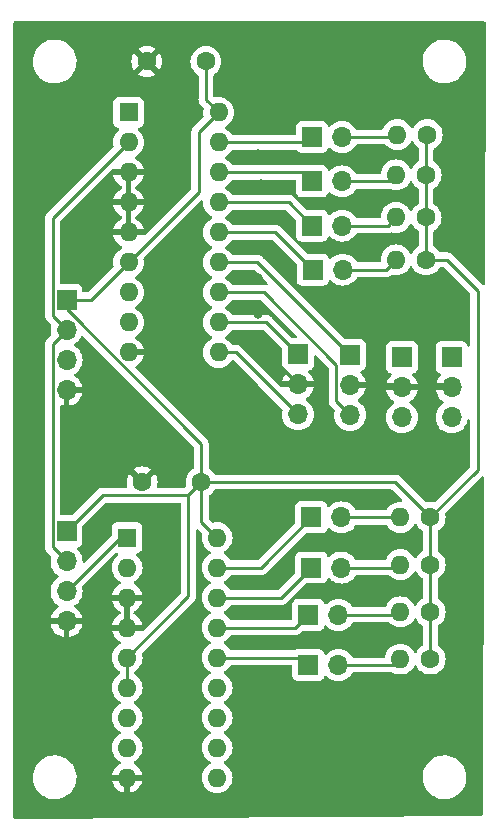
<source format=gtl>
%TF.GenerationSoftware,KiCad,Pcbnew,7.0.7+dfsg-1*%
%TF.CreationDate,2024-04-04T18:03:27+01:00*%
%TF.ProjectId,point-controller-switches,706f696e-742d-4636-9f6e-74726f6c6c65,rev?*%
%TF.SameCoordinates,Original*%
%TF.FileFunction,Copper,L1,Top*%
%TF.FilePolarity,Positive*%
%FSLAX46Y46*%
G04 Gerber Fmt 4.6, Leading zero omitted, Abs format (unit mm)*
G04 Created by KiCad (PCBNEW 7.0.7+dfsg-1) date 2024-04-04 18:03:27*
%MOMM*%
%LPD*%
G01*
G04 APERTURE LIST*
%TA.AperFunction,ComponentPad*%
%ADD10R,1.700000X1.700000*%
%TD*%
%TA.AperFunction,ComponentPad*%
%ADD11O,1.700000X1.700000*%
%TD*%
%TA.AperFunction,ComponentPad*%
%ADD12C,1.600000*%
%TD*%
%TA.AperFunction,ComponentPad*%
%ADD13O,1.600000X1.600000*%
%TD*%
%TA.AperFunction,ComponentPad*%
%ADD14R,1.600000X1.600000*%
%TD*%
%TA.AperFunction,ViaPad*%
%ADD15C,0.800000*%
%TD*%
%TA.AperFunction,Conductor*%
%ADD16C,0.250000*%
%TD*%
G04 APERTURE END LIST*
D10*
%TO.P,D3,1,K*%
%TO.N,Net-(D3-K)*%
X131800000Y-97550000D03*
D11*
%TO.P,D3,2,A*%
%TO.N,Net-(D3-A)*%
X134340000Y-97550000D03*
%TD*%
D10*
%TO.P,SW2,1,1*%
%TO.N,Net-(U1-GP3)*%
X135000000Y-112245000D03*
D11*
%TO.P,SW2,2,2*%
%TO.N,GND*%
X135000000Y-114785000D03*
%TO.P,SW2,3,3*%
%TO.N,Net-(U1-GP2)*%
X135000000Y-117325000D03*
%TD*%
D12*
%TO.P,R2,1*%
%TO.N,+5V*%
X141445000Y-100600000D03*
D13*
%TO.P,R2,2*%
%TO.N,Net-(D2-A)*%
X138905000Y-100600000D03*
%TD*%
D10*
%TO.P,SW4,1,1*%
%TO.N,Net-(U2-GP3)*%
X143600000Y-112445000D03*
D11*
%TO.P,SW4,2,2*%
%TO.N,GND*%
X143600000Y-114985000D03*
%TO.P,SW4,3,3*%
%TO.N,Net-(U2-GP2)*%
X143600000Y-117525000D03*
%TD*%
D10*
%TO.P,D6,1,K*%
%TO.N,Net-(D6-K)*%
X131470000Y-134250000D03*
D11*
%TO.P,D6,2,A*%
%TO.N,Net-(D6-A)*%
X134010000Y-134250000D03*
%TD*%
D12*
%TO.P,R7,1*%
%TO.N,+5V*%
X141800000Y-130000000D03*
D13*
%TO.P,R7,2*%
%TO.N,Net-(D7-A)*%
X139260000Y-130000000D03*
%TD*%
D10*
%TO.P,D2,1,K*%
%TO.N,Net-(D2-K)*%
X131800000Y-101300000D03*
D11*
%TO.P,D2,2,A*%
%TO.N,Net-(D2-A)*%
X134340000Y-101300000D03*
%TD*%
D12*
%TO.P,R8,1*%
%TO.N,+5V*%
X141800000Y-126000000D03*
D13*
%TO.P,R8,2*%
%TO.N,Net-(D8-A)*%
X139260000Y-126000000D03*
%TD*%
D12*
%TO.P,R5,1*%
%TO.N,+5V*%
X141800000Y-138000000D03*
D13*
%TO.P,R5,2*%
%TO.N,Net-(D5-A)*%
X139260000Y-138000000D03*
%TD*%
D10*
%TO.P,SW3,1,1*%
%TO.N,Net-(U2-GP1)*%
X139400000Y-112445000D03*
D11*
%TO.P,SW3,2,2*%
%TO.N,GND*%
X139400000Y-114985000D03*
%TO.P,SW3,3,3*%
%TO.N,Net-(U2-GP0)*%
X139400000Y-117525000D03*
%TD*%
D10*
%TO.P,D7,1,K*%
%TO.N,Net-(D7-K)*%
X131720000Y-130250000D03*
D11*
%TO.P,D7,2,A*%
%TO.N,Net-(D7-A)*%
X134260000Y-130250000D03*
%TD*%
D10*
%TO.P,J1,1,Pin_1*%
%TO.N,+5V*%
X111000000Y-107580000D03*
D11*
%TO.P,J1,2,Pin_2*%
%TO.N,I2C SDA*%
X111000000Y-110120000D03*
%TO.P,J1,3,Pin_3*%
%TO.N,I2C SCL*%
X111000000Y-112660000D03*
%TO.P,J1,4,Pin_4*%
%TO.N,GND*%
X111000000Y-115200000D03*
%TD*%
D12*
%TO.P,C2,1*%
%TO.N,+5V*%
X122400000Y-123000000D03*
%TO.P,C2,2*%
%TO.N,GND*%
X117400000Y-123000000D03*
%TD*%
D10*
%TO.P,J2,1,Pin_1*%
%TO.N,+5V*%
X111000000Y-127180000D03*
D11*
%TO.P,J2,2,Pin_2*%
%TO.N,I2C SDA*%
X111000000Y-129720000D03*
%TO.P,J2,3,Pin_3*%
%TO.N,I2C SCL*%
X111000000Y-132260000D03*
%TO.P,J2,4,Pin_4*%
%TO.N,GND*%
X111000000Y-134800000D03*
%TD*%
D12*
%TO.P,R6,1*%
%TO.N,+5V*%
X141800000Y-134000000D03*
D13*
%TO.P,R6,2*%
%TO.N,Net-(D6-A)*%
X139260000Y-134000000D03*
%TD*%
D10*
%TO.P,D5,1,K*%
%TO.N,Net-(D5-K)*%
X131470000Y-138500000D03*
D11*
%TO.P,D5,2,A*%
%TO.N,Net-(D5-A)*%
X134010000Y-138500000D03*
%TD*%
D10*
%TO.P,SW1,1,1*%
%TO.N,Net-(U1-GP1)*%
X130600000Y-112200000D03*
D11*
%TO.P,SW1,2,2*%
%TO.N,GND*%
X130600000Y-114740000D03*
%TO.P,SW1,3,3*%
%TO.N,Net-(U1-GP0)*%
X130600000Y-117280000D03*
%TD*%
D12*
%TO.P,C1,1*%
%TO.N,+5V*%
X122800000Y-87400000D03*
%TO.P,C1,2*%
%TO.N,GND*%
X117800000Y-87400000D03*
%TD*%
D10*
%TO.P,D8,1,K*%
%TO.N,Net-(D8-K)*%
X131720000Y-126000000D03*
D11*
%TO.P,D8,2,A*%
%TO.N,Net-(D8-A)*%
X134260000Y-126000000D03*
%TD*%
D12*
%TO.P,R1,1*%
%TO.N,+5V*%
X141445000Y-104200000D03*
D13*
%TO.P,R1,2*%
%TO.N,Net-(D1-A)*%
X138905000Y-104200000D03*
%TD*%
D10*
%TO.P,D4,1,K*%
%TO.N,Net-(D4-K)*%
X131800000Y-93800000D03*
D11*
%TO.P,D4,2,A*%
%TO.N,Net-(D4-A)*%
X134340000Y-93800000D03*
%TD*%
D14*
%TO.P,U1,1,SCL*%
%TO.N,I2C SCL*%
X116250000Y-91710000D03*
D13*
%TO.P,U1,2,SDA*%
%TO.N,I2C SDA*%
X116250000Y-94250000D03*
%TO.P,U1,3,A2*%
%TO.N,GND*%
X116250000Y-96790000D03*
%TO.P,U1,4,A1*%
X116250000Y-99330000D03*
%TO.P,U1,5,A0*%
X116250000Y-101870000D03*
%TO.P,U1,6,~{RESET}*%
%TO.N,+5V*%
X116250000Y-104410000D03*
%TO.P,U1,7,NC*%
%TO.N,unconnected-(U1-NC-Pad7)*%
X116250000Y-106950000D03*
%TO.P,U1,8,INT*%
%TO.N,unconnected-(U1-INT-Pad8)*%
X116250000Y-109490000D03*
%TO.P,U1,9,VSS*%
%TO.N,GND*%
X116250000Y-112030000D03*
%TO.P,U1,10,GP0*%
%TO.N,Net-(U1-GP0)*%
X123870000Y-112030000D03*
%TO.P,U1,11,GP1*%
%TO.N,Net-(U1-GP1)*%
X123870000Y-109490000D03*
%TO.P,U1,12,GP2*%
%TO.N,Net-(U1-GP2)*%
X123870000Y-106950000D03*
%TO.P,U1,13,GP3*%
%TO.N,Net-(U1-GP3)*%
X123870000Y-104410000D03*
%TO.P,U1,14,GP4*%
%TO.N,Net-(D1-K)*%
X123870000Y-101870000D03*
%TO.P,U1,15,GP5*%
%TO.N,Net-(D2-K)*%
X123870000Y-99330000D03*
%TO.P,U1,16,GP6*%
%TO.N,Net-(D3-K)*%
X123870000Y-96790000D03*
%TO.P,U1,17,GP7*%
%TO.N,Net-(D4-K)*%
X123870000Y-94250000D03*
%TO.P,U1,18,VDD*%
%TO.N,+5V*%
X123870000Y-91710000D03*
%TD*%
D12*
%TO.P,R4,1*%
%TO.N,+5V*%
X141540000Y-93600000D03*
D13*
%TO.P,R4,2*%
%TO.N,Net-(D4-A)*%
X139000000Y-93600000D03*
%TD*%
D14*
%TO.P,U2,1,SCL*%
%TO.N,I2C SCL*%
X116130000Y-127720000D03*
D13*
%TO.P,U2,2,SDA*%
%TO.N,I2C SDA*%
X116130000Y-130260000D03*
%TO.P,U2,3,A2*%
%TO.N,GND*%
X116130000Y-132800000D03*
%TO.P,U2,4,A1*%
X116130000Y-135340000D03*
%TO.P,U2,5,A0*%
%TO.N,+5V*%
X116130000Y-137880000D03*
%TO.P,U2,6,~{RESET}*%
X116130000Y-140420000D03*
%TO.P,U2,7,NC*%
%TO.N,unconnected-(U2-NC-Pad7)*%
X116130000Y-142960000D03*
%TO.P,U2,8,INT*%
%TO.N,unconnected-(U2-INT-Pad8)*%
X116130000Y-145500000D03*
%TO.P,U2,9,VSS*%
%TO.N,GND*%
X116130000Y-148040000D03*
%TO.P,U2,10,GP0*%
%TO.N,Net-(U2-GP0)*%
X123750000Y-148040000D03*
%TO.P,U2,11,GP1*%
%TO.N,Net-(U2-GP1)*%
X123750000Y-145500000D03*
%TO.P,U2,12,GP2*%
%TO.N,Net-(U2-GP2)*%
X123750000Y-142960000D03*
%TO.P,U2,13,GP3*%
%TO.N,Net-(U2-GP3)*%
X123750000Y-140420000D03*
%TO.P,U2,14,GP4*%
%TO.N,Net-(D5-K)*%
X123750000Y-137880000D03*
%TO.P,U2,15,GP5*%
%TO.N,Net-(D6-K)*%
X123750000Y-135340000D03*
%TO.P,U2,16,GP6*%
%TO.N,Net-(D7-K)*%
X123750000Y-132800000D03*
%TO.P,U2,17,GP7*%
%TO.N,Net-(D8-K)*%
X123750000Y-130260000D03*
%TO.P,U2,18,VDD*%
%TO.N,+5V*%
X123750000Y-127720000D03*
%TD*%
D12*
%TO.P,R3,1*%
%TO.N,+5V*%
X141445000Y-97000000D03*
D13*
%TO.P,R3,2*%
%TO.N,Net-(D3-A)*%
X138905000Y-97000000D03*
%TD*%
D10*
%TO.P,D1,1,K*%
%TO.N,Net-(D1-K)*%
X131840000Y-105025000D03*
D11*
%TO.P,D1,2,A*%
%TO.N,Net-(D1-A)*%
X134380000Y-105025000D03*
%TD*%
D15*
%TO.N,GND*%
X126750000Y-131500000D03*
X126750000Y-134000000D03*
X127250000Y-105750000D03*
X126750000Y-136500000D03*
X127250000Y-108750000D03*
X127500000Y-100500000D03*
X131000000Y-145500000D03*
X128000000Y-112250000D03*
X137250000Y-114750000D03*
X127250000Y-95250000D03*
X127500000Y-97750000D03*
X126250000Y-125500000D03*
X141500000Y-114750000D03*
X115750000Y-120750000D03*
X121250000Y-115000000D03*
%TD*%
D16*
%TO.N,+5V*%
X143200000Y-104200000D02*
X141445000Y-104200000D01*
X122199695Y-98460305D02*
X116250000Y-104410000D01*
X145800000Y-122000000D02*
X145800000Y-106800000D01*
X111000000Y-107580000D02*
X111000000Y-108370991D01*
X121325000Y-124075000D02*
X122400000Y-123000000D01*
X114055000Y-124125000D02*
X121275000Y-124125000D01*
X141800000Y-126000000D02*
X138800000Y-123000000D01*
X141800000Y-126000000D02*
X145800000Y-122000000D01*
X116130000Y-137880000D02*
X121325000Y-132685000D01*
X138800000Y-123000000D02*
X122400000Y-123000000D01*
X123870000Y-91710000D02*
X122199695Y-93380305D01*
X111000000Y-107580000D02*
X113080000Y-107580000D01*
X122400000Y-119770991D02*
X122400000Y-123000000D01*
X121275000Y-124125000D02*
X121325000Y-124075000D01*
X122400000Y-126370000D02*
X123750000Y-127720000D01*
X122199695Y-93380305D02*
X122199695Y-98460305D01*
X145800000Y-106800000D02*
X143200000Y-104200000D01*
X141445000Y-93695000D02*
X141540000Y-93600000D01*
X141800000Y-126000000D02*
X141800000Y-138000000D01*
X111000000Y-108370991D02*
X122400000Y-119770991D01*
X121325000Y-132685000D02*
X121325000Y-124075000D01*
X122800000Y-90640000D02*
X123870000Y-91710000D01*
X141445000Y-104200000D02*
X141445000Y-93695000D01*
X122400000Y-123000000D02*
X122400000Y-126370000D01*
X113080000Y-107580000D02*
X116250000Y-104410000D01*
X122800000Y-87400000D02*
X122800000Y-90640000D01*
X116130000Y-137880000D02*
X116130000Y-140420000D01*
X111000000Y-127180000D02*
X114055000Y-124125000D01*
%TO.N,GND*%
X116250000Y-112030000D02*
X118280000Y-112030000D01*
X117400000Y-123000000D02*
X115750000Y-121350000D01*
X118280000Y-112030000D02*
X121250000Y-115000000D01*
X135000000Y-114785000D02*
X137215000Y-114785000D01*
X137250000Y-114750000D02*
X139165000Y-114750000D01*
X141500000Y-114750000D02*
X143365000Y-114750000D01*
X137215000Y-114785000D02*
X137250000Y-114750000D01*
X143365000Y-114750000D02*
X143600000Y-114985000D01*
X115750000Y-121350000D02*
X115750000Y-120750000D01*
X130600000Y-114740000D02*
X128110000Y-112250000D01*
X139165000Y-114750000D02*
X139400000Y-114985000D01*
X128110000Y-112250000D02*
X128000000Y-112250000D01*
%TO.N,Net-(D1-K)*%
X123870000Y-101870000D02*
X128685000Y-101870000D01*
X128685000Y-101870000D02*
X131840000Y-105025000D01*
%TO.N,Net-(D1-A)*%
X134380000Y-105025000D02*
X138080000Y-105025000D01*
X138080000Y-105025000D02*
X138905000Y-104200000D01*
%TO.N,Net-(D2-K)*%
X129830000Y-99330000D02*
X131800000Y-101300000D01*
X123870000Y-99330000D02*
X129830000Y-99330000D01*
%TO.N,Net-(D2-A)*%
X134340000Y-101300000D02*
X138205000Y-101300000D01*
X138205000Y-101300000D02*
X138905000Y-100600000D01*
%TO.N,Net-(D3-K)*%
X131040000Y-96790000D02*
X131800000Y-97550000D01*
X123870000Y-96790000D02*
X131040000Y-96790000D01*
%TO.N,Net-(D3-A)*%
X138355000Y-97550000D02*
X138905000Y-97000000D01*
X134340000Y-97550000D02*
X138355000Y-97550000D01*
%TO.N,Net-(D4-K)*%
X123870000Y-94250000D02*
X131350000Y-94250000D01*
X131350000Y-94250000D02*
X131800000Y-93800000D01*
%TO.N,Net-(D4-A)*%
X134340000Y-93800000D02*
X138800000Y-93800000D01*
X138800000Y-93800000D02*
X139000000Y-93600000D01*
%TO.N,Net-(D5-K)*%
X130850000Y-137880000D02*
X131470000Y-138500000D01*
X123750000Y-137880000D02*
X130850000Y-137880000D01*
%TO.N,Net-(D5-A)*%
X138760000Y-138500000D02*
X139260000Y-138000000D01*
X134010000Y-138500000D02*
X138760000Y-138500000D01*
%TO.N,Net-(D6-K)*%
X123750000Y-135340000D02*
X130380000Y-135340000D01*
X130380000Y-135340000D02*
X131470000Y-134250000D01*
%TO.N,Net-(D6-A)*%
X139010000Y-134250000D02*
X139260000Y-134000000D01*
X134010000Y-134250000D02*
X139010000Y-134250000D01*
%TO.N,Net-(D7-K)*%
X129170000Y-132800000D02*
X131720000Y-130250000D01*
X123750000Y-132800000D02*
X129170000Y-132800000D01*
%TO.N,Net-(D7-A)*%
X134260000Y-130250000D02*
X139010000Y-130250000D01*
X139010000Y-129750000D02*
X139260000Y-130000000D01*
X139010000Y-130250000D02*
X139260000Y-130000000D01*
%TO.N,Net-(D8-K)*%
X127460000Y-130260000D02*
X131720000Y-126000000D01*
X123750000Y-130260000D02*
X127460000Y-130260000D01*
%TO.N,Net-(D8-A)*%
X138760000Y-125500000D02*
X139260000Y-126000000D01*
X134260000Y-126000000D02*
X139260000Y-126000000D01*
%TO.N,I2C SDA*%
X109825000Y-100675000D02*
X116250000Y-94250000D01*
X111000000Y-110120000D02*
X109825000Y-108945000D01*
X109825000Y-111295000D02*
X111000000Y-110120000D01*
X109825000Y-108945000D02*
X109825000Y-100675000D01*
X111000000Y-129720000D02*
X109825000Y-128545000D01*
X109825000Y-128545000D02*
X109825000Y-111295000D01*
%TO.N,I2C SCL*%
X111000000Y-132260000D02*
X115540000Y-127720000D01*
X115540000Y-127720000D02*
X116130000Y-127720000D01*
%TO.N,Net-(U1-GP1)*%
X123870000Y-109490000D02*
X127890000Y-109490000D01*
X127890000Y-109490000D02*
X130600000Y-112200000D01*
%TO.N,Net-(U1-GP0)*%
X123870000Y-112030000D02*
X125350000Y-112030000D01*
X125350000Y-112030000D02*
X130600000Y-117280000D01*
%TO.N,Net-(U1-GP3)*%
X127165000Y-104410000D02*
X135000000Y-112245000D01*
X123870000Y-104410000D02*
X127165000Y-104410000D01*
%TO.N,Net-(U1-GP2)*%
X123870000Y-106950000D02*
X127700000Y-106950000D01*
X133825000Y-113075000D02*
X133825000Y-116150000D01*
X133825000Y-116150000D02*
X135000000Y-117325000D01*
X127700000Y-106950000D02*
X133825000Y-113075000D01*
%TD*%
%TA.AperFunction,Conductor*%
%TO.N,GND*%
G36*
X146442577Y-84019685D02*
G01*
X146488332Y-84072489D01*
X146499537Y-84124461D01*
X146417345Y-106233854D01*
X146397411Y-106300820D01*
X146344438Y-106346378D01*
X146275243Y-106356064D01*
X146211795Y-106326803D01*
X146205665Y-106321074D01*
X143700803Y-103816212D01*
X143690980Y-103803950D01*
X143690759Y-103804134D01*
X143685786Y-103798123D01*
X143669653Y-103782973D01*
X143635364Y-103750773D01*
X143624919Y-103740328D01*
X143614475Y-103729883D01*
X143608986Y-103725625D01*
X143604561Y-103721847D01*
X143570582Y-103689938D01*
X143570580Y-103689936D01*
X143570577Y-103689935D01*
X143553029Y-103680288D01*
X143536763Y-103669604D01*
X143536424Y-103669341D01*
X143520936Y-103657327D01*
X143520935Y-103657326D01*
X143520933Y-103657325D01*
X143478168Y-103638818D01*
X143472922Y-103636248D01*
X143432093Y-103613803D01*
X143432092Y-103613802D01*
X143412693Y-103608822D01*
X143394281Y-103602518D01*
X143375898Y-103594562D01*
X143375892Y-103594560D01*
X143329874Y-103587272D01*
X143324152Y-103586087D01*
X143279021Y-103574500D01*
X143279019Y-103574500D01*
X143258984Y-103574500D01*
X143239586Y-103572973D01*
X143226232Y-103570858D01*
X143219805Y-103569840D01*
X143219804Y-103569840D01*
X143173416Y-103574225D01*
X143167578Y-103574500D01*
X142659188Y-103574500D01*
X142592149Y-103554815D01*
X142557613Y-103521623D01*
X142445045Y-103360858D01*
X142284140Y-103199953D01*
X142123377Y-103087386D01*
X142079752Y-103032809D01*
X142070500Y-102985811D01*
X142070500Y-101814188D01*
X142090185Y-101747149D01*
X142123377Y-101712613D01*
X142222364Y-101643302D01*
X142284139Y-101600047D01*
X142445047Y-101439139D01*
X142575568Y-101252734D01*
X142671739Y-101046496D01*
X142730635Y-100826692D01*
X142750468Y-100600000D01*
X142750116Y-100595982D01*
X142741641Y-100499104D01*
X142730635Y-100373308D01*
X142671739Y-100153504D01*
X142575568Y-99947266D01*
X142445047Y-99760861D01*
X142445045Y-99760858D01*
X142284140Y-99599953D01*
X142123377Y-99487386D01*
X142079752Y-99432809D01*
X142070500Y-99385811D01*
X142070500Y-98214188D01*
X142090185Y-98147149D01*
X142123377Y-98112613D01*
X142199920Y-98059017D01*
X142284139Y-98000047D01*
X142445047Y-97839139D01*
X142575568Y-97652734D01*
X142671739Y-97446496D01*
X142730635Y-97226692D01*
X142750468Y-97000000D01*
X142730635Y-96773308D01*
X142671739Y-96553504D01*
X142575568Y-96347266D01*
X142464961Y-96189301D01*
X142445045Y-96160858D01*
X142284140Y-95999953D01*
X142123377Y-95887386D01*
X142079752Y-95832809D01*
X142070500Y-95785811D01*
X142070500Y-94866563D01*
X142090185Y-94799524D01*
X142142093Y-94754182D01*
X142192734Y-94730568D01*
X142379139Y-94600047D01*
X142540047Y-94439139D01*
X142670568Y-94252734D01*
X142766739Y-94046496D01*
X142825635Y-93826692D01*
X142845468Y-93600000D01*
X142825635Y-93373308D01*
X142766739Y-93153504D01*
X142670568Y-92947266D01*
X142540047Y-92760861D01*
X142540045Y-92760858D01*
X142379141Y-92599954D01*
X142192734Y-92469432D01*
X142192732Y-92469431D01*
X141986497Y-92373261D01*
X141986488Y-92373258D01*
X141766697Y-92314366D01*
X141766693Y-92314365D01*
X141766692Y-92314365D01*
X141766691Y-92314364D01*
X141766686Y-92314364D01*
X141540002Y-92294532D01*
X141539998Y-92294532D01*
X141313313Y-92314364D01*
X141313302Y-92314366D01*
X141093511Y-92373258D01*
X141093502Y-92373261D01*
X140887267Y-92469431D01*
X140887265Y-92469432D01*
X140700858Y-92599954D01*
X140539954Y-92760858D01*
X140409432Y-92947265D01*
X140409431Y-92947267D01*
X140382382Y-93005275D01*
X140336209Y-93057714D01*
X140269016Y-93076866D01*
X140202135Y-93056650D01*
X140157618Y-93005275D01*
X140142859Y-92973624D01*
X140130568Y-92947266D01*
X140000047Y-92760861D01*
X140000045Y-92760858D01*
X139839141Y-92599954D01*
X139652734Y-92469432D01*
X139652732Y-92469431D01*
X139446497Y-92373261D01*
X139446488Y-92373258D01*
X139226697Y-92314366D01*
X139226693Y-92314365D01*
X139226692Y-92314365D01*
X139226691Y-92314364D01*
X139226686Y-92314364D01*
X139000002Y-92294532D01*
X138999998Y-92294532D01*
X138773313Y-92314364D01*
X138773302Y-92314366D01*
X138553511Y-92373258D01*
X138553502Y-92373261D01*
X138347267Y-92469431D01*
X138347265Y-92469432D01*
X138160858Y-92599954D01*
X137999954Y-92760858D01*
X137869432Y-92947265D01*
X137869431Y-92947267D01*
X137796856Y-93102905D01*
X137750683Y-93155344D01*
X137684474Y-93174500D01*
X135615227Y-93174500D01*
X135548188Y-93154815D01*
X135513652Y-93121623D01*
X135378494Y-92928597D01*
X135211402Y-92761506D01*
X135211395Y-92761501D01*
X135017834Y-92625967D01*
X135017830Y-92625965D01*
X134962047Y-92599953D01*
X134803663Y-92526097D01*
X134803659Y-92526096D01*
X134803655Y-92526094D01*
X134575413Y-92464938D01*
X134575403Y-92464936D01*
X134340001Y-92444341D01*
X134339999Y-92444341D01*
X134104596Y-92464936D01*
X134104586Y-92464938D01*
X133876344Y-92526094D01*
X133876335Y-92526098D01*
X133662171Y-92625964D01*
X133662169Y-92625965D01*
X133468600Y-92761503D01*
X133346673Y-92883430D01*
X133285350Y-92916914D01*
X133215658Y-92911930D01*
X133159725Y-92870058D01*
X133142810Y-92839081D01*
X133093797Y-92707671D01*
X133093793Y-92707664D01*
X133007547Y-92592455D01*
X133007544Y-92592452D01*
X132892335Y-92506206D01*
X132892328Y-92506202D01*
X132757482Y-92455908D01*
X132757483Y-92455908D01*
X132697883Y-92449501D01*
X132697881Y-92449500D01*
X132697873Y-92449500D01*
X132697864Y-92449500D01*
X130902129Y-92449500D01*
X130902123Y-92449501D01*
X130842516Y-92455908D01*
X130707671Y-92506202D01*
X130707664Y-92506206D01*
X130592455Y-92592452D01*
X130592452Y-92592455D01*
X130506206Y-92707664D01*
X130506202Y-92707671D01*
X130455908Y-92842517D01*
X130449501Y-92902116D01*
X130449500Y-92902135D01*
X130449500Y-93500500D01*
X130429815Y-93567539D01*
X130377011Y-93613294D01*
X130325500Y-93624500D01*
X125084188Y-93624500D01*
X125017149Y-93604815D01*
X124982613Y-93571623D01*
X124870045Y-93410858D01*
X124709141Y-93249954D01*
X124522734Y-93119432D01*
X124522728Y-93119429D01*
X124495038Y-93106517D01*
X124464724Y-93092381D01*
X124412285Y-93046210D01*
X124393133Y-92979017D01*
X124413348Y-92912135D01*
X124464725Y-92867618D01*
X124522734Y-92840568D01*
X124709139Y-92710047D01*
X124870047Y-92549139D01*
X125000568Y-92362734D01*
X125096739Y-92156496D01*
X125155635Y-91936692D01*
X125175468Y-91710000D01*
X125155635Y-91483308D01*
X125096739Y-91263504D01*
X125000568Y-91057266D01*
X124901676Y-90916032D01*
X124870045Y-90870858D01*
X124709141Y-90709954D01*
X124522734Y-90579432D01*
X124522732Y-90579431D01*
X124316497Y-90483261D01*
X124316488Y-90483258D01*
X124096697Y-90424366D01*
X124096693Y-90424365D01*
X124096692Y-90424365D01*
X124096691Y-90424364D01*
X124096686Y-90424364D01*
X123870002Y-90404532D01*
X123869999Y-90404532D01*
X123643313Y-90424364D01*
X123643309Y-90424364D01*
X123643308Y-90424365D01*
X123643303Y-90424366D01*
X123643300Y-90424367D01*
X123581592Y-90440901D01*
X123511742Y-90439238D01*
X123453880Y-90400074D01*
X123426377Y-90335846D01*
X123425500Y-90321126D01*
X123425500Y-88614188D01*
X123445185Y-88547149D01*
X123478377Y-88512613D01*
X123526836Y-88478681D01*
X123639139Y-88400047D01*
X123800047Y-88239139D01*
X123930568Y-88052734D01*
X124026739Y-87846496D01*
X124085635Y-87626692D01*
X124099539Y-87467763D01*
X141145787Y-87467763D01*
X141175413Y-87737013D01*
X141175415Y-87737024D01*
X141243926Y-87999082D01*
X141243928Y-87999088D01*
X141349870Y-88248390D01*
X141421998Y-88366575D01*
X141490979Y-88479605D01*
X141490986Y-88479615D01*
X141664253Y-88687819D01*
X141664259Y-88687824D01*
X141865998Y-88868582D01*
X142091910Y-89018044D01*
X142337176Y-89133020D01*
X142337183Y-89133022D01*
X142337185Y-89133023D01*
X142596557Y-89211057D01*
X142596564Y-89211058D01*
X142596569Y-89211060D01*
X142864561Y-89250500D01*
X142864566Y-89250500D01*
X143067636Y-89250500D01*
X143119133Y-89246730D01*
X143270156Y-89235677D01*
X143382758Y-89210593D01*
X143534546Y-89176782D01*
X143534548Y-89176781D01*
X143534553Y-89176780D01*
X143787558Y-89080014D01*
X144023777Y-88947441D01*
X144238177Y-88781888D01*
X144426186Y-88586881D01*
X144583799Y-88366579D01*
X144657787Y-88222669D01*
X144707649Y-88125690D01*
X144707651Y-88125684D01*
X144707656Y-88125675D01*
X144795118Y-87869305D01*
X144844319Y-87602933D01*
X144854212Y-87332235D01*
X144824586Y-87062982D01*
X144756072Y-86800912D01*
X144650130Y-86551610D01*
X144509018Y-86320390D01*
X144507845Y-86318981D01*
X144335746Y-86112180D01*
X144335740Y-86112175D01*
X144134002Y-85931418D01*
X143908092Y-85781957D01*
X143908090Y-85781956D01*
X143662824Y-85666980D01*
X143662819Y-85666978D01*
X143662814Y-85666976D01*
X143403442Y-85588942D01*
X143403428Y-85588939D01*
X143287791Y-85571921D01*
X143135439Y-85549500D01*
X142932369Y-85549500D01*
X142932364Y-85549500D01*
X142729844Y-85564323D01*
X142729831Y-85564325D01*
X142465453Y-85623217D01*
X142465446Y-85623220D01*
X142212439Y-85719987D01*
X141976226Y-85852557D01*
X141761822Y-86018112D01*
X141573822Y-86213109D01*
X141573816Y-86213116D01*
X141416202Y-86433419D01*
X141416199Y-86433424D01*
X141292350Y-86674309D01*
X141292343Y-86674327D01*
X141204884Y-86930685D01*
X141204881Y-86930699D01*
X141189341Y-87014835D01*
X141157957Y-87184748D01*
X141155681Y-87197068D01*
X141155680Y-87197075D01*
X141145787Y-87467763D01*
X124099539Y-87467763D01*
X124105468Y-87400000D01*
X124085635Y-87173308D01*
X124026739Y-86953504D01*
X123930568Y-86747266D01*
X123800047Y-86560861D01*
X123800045Y-86560858D01*
X123639141Y-86399954D01*
X123452734Y-86269432D01*
X123452732Y-86269431D01*
X123246497Y-86173261D01*
X123246488Y-86173258D01*
X123026697Y-86114366D01*
X123026693Y-86114365D01*
X123026692Y-86114365D01*
X123026691Y-86114364D01*
X123026686Y-86114364D01*
X122800002Y-86094532D01*
X122799998Y-86094532D01*
X122573313Y-86114364D01*
X122573302Y-86114366D01*
X122353511Y-86173258D01*
X122353502Y-86173261D01*
X122147267Y-86269431D01*
X122147265Y-86269432D01*
X121960858Y-86399954D01*
X121799954Y-86560858D01*
X121669432Y-86747265D01*
X121669431Y-86747267D01*
X121573261Y-86953502D01*
X121573258Y-86953511D01*
X121514366Y-87173302D01*
X121514364Y-87173313D01*
X121494532Y-87399998D01*
X121494532Y-87400001D01*
X121514364Y-87626686D01*
X121514366Y-87626697D01*
X121573258Y-87846488D01*
X121573261Y-87846497D01*
X121669431Y-88052732D01*
X121669432Y-88052734D01*
X121799954Y-88239141D01*
X121960859Y-88400046D01*
X122121622Y-88512613D01*
X122165247Y-88567190D01*
X122174499Y-88614188D01*
X122174499Y-90557261D01*
X122172776Y-90572878D01*
X122173060Y-90572905D01*
X122172326Y-90580664D01*
X122174500Y-90649814D01*
X122174500Y-90679343D01*
X122174501Y-90679360D01*
X122175368Y-90686231D01*
X122175826Y-90692050D01*
X122177290Y-90738624D01*
X122177291Y-90738627D01*
X122182880Y-90757867D01*
X122186824Y-90776911D01*
X122189336Y-90796792D01*
X122191603Y-90802517D01*
X122206490Y-90840119D01*
X122208382Y-90845647D01*
X122221381Y-90890388D01*
X122231580Y-90907634D01*
X122240138Y-90925103D01*
X122247514Y-90943732D01*
X122274898Y-90981423D01*
X122278106Y-90986307D01*
X122301827Y-91026416D01*
X122301833Y-91026424D01*
X122315990Y-91040580D01*
X122328628Y-91055376D01*
X122340405Y-91071586D01*
X122340406Y-91071587D01*
X122376309Y-91101288D01*
X122380620Y-91105210D01*
X122538912Y-91263502D01*
X122570586Y-91295176D01*
X122604071Y-91356499D01*
X122602681Y-91414948D01*
X122584365Y-91483307D01*
X122584364Y-91483313D01*
X122564532Y-91709998D01*
X122564532Y-91710000D01*
X122584364Y-91936686D01*
X122584365Y-91936691D01*
X122584366Y-91936697D01*
X122602680Y-92005048D01*
X122601017Y-92074897D01*
X122570586Y-92124821D01*
X121815903Y-92879504D01*
X121803646Y-92889325D01*
X121803829Y-92889546D01*
X121797818Y-92894518D01*
X121750467Y-92944941D01*
X121729584Y-92965824D01*
X121729572Y-92965837D01*
X121725316Y-92971322D01*
X121721532Y-92975752D01*
X121689632Y-93009723D01*
X121689631Y-93009725D01*
X121679979Y-93027281D01*
X121669305Y-93043531D01*
X121657024Y-93059366D01*
X121657019Y-93059373D01*
X121638510Y-93102143D01*
X121635940Y-93107389D01*
X121613498Y-93148211D01*
X121608517Y-93167612D01*
X121602216Y-93186015D01*
X121594257Y-93204407D01*
X121594256Y-93204410D01*
X121586966Y-93250432D01*
X121585782Y-93256151D01*
X121574196Y-93301277D01*
X121574195Y-93301287D01*
X121574195Y-93321321D01*
X121572668Y-93340721D01*
X121569534Y-93360499D01*
X121573919Y-93406885D01*
X121574194Y-93412722D01*
X121574194Y-98149851D01*
X121554509Y-98216890D01*
X121537875Y-98237532D01*
X117683791Y-102091615D01*
X117622468Y-102125100D01*
X117552776Y-102120116D01*
X117552619Y-102120000D01*
X116760576Y-102120000D01*
X116693537Y-102100315D01*
X116647782Y-102047511D01*
X116637838Y-101978353D01*
X116638103Y-101976603D01*
X116654986Y-101870003D01*
X116654986Y-101869996D01*
X116638103Y-101763397D01*
X116647058Y-101694104D01*
X116692054Y-101640652D01*
X116758806Y-101620013D01*
X116760576Y-101620000D01*
X117528872Y-101620000D01*
X117528872Y-101619999D01*
X117476269Y-101423682D01*
X117476265Y-101423673D01*
X117380134Y-101217517D01*
X117249657Y-101031179D01*
X117088820Y-100870342D01*
X116902481Y-100739865D01*
X116902479Y-100739864D01*
X116843543Y-100712382D01*
X116791103Y-100666210D01*
X116771951Y-100599017D01*
X116792166Y-100532136D01*
X116843543Y-100487618D01*
X116902479Y-100460135D01*
X116902481Y-100460134D01*
X117088820Y-100329657D01*
X117249657Y-100168820D01*
X117380134Y-99982482D01*
X117476265Y-99776326D01*
X117476269Y-99776317D01*
X117528872Y-99580000D01*
X116760576Y-99580000D01*
X116693537Y-99560315D01*
X116647782Y-99507511D01*
X116637838Y-99438353D01*
X116638103Y-99436603D01*
X116654986Y-99330003D01*
X116654986Y-99329996D01*
X116638103Y-99223397D01*
X116647058Y-99154104D01*
X116692054Y-99100652D01*
X116758806Y-99080013D01*
X116760576Y-99080000D01*
X117528872Y-99080000D01*
X117528872Y-99079999D01*
X117476269Y-98883682D01*
X117476265Y-98883673D01*
X117380134Y-98677517D01*
X117249657Y-98491179D01*
X117088820Y-98330342D01*
X116902481Y-98199865D01*
X116902479Y-98199864D01*
X116843543Y-98172382D01*
X116791103Y-98126210D01*
X116771951Y-98059017D01*
X116792166Y-97992136D01*
X116843543Y-97947618D01*
X116902479Y-97920135D01*
X116902481Y-97920134D01*
X117088820Y-97789657D01*
X117249657Y-97628820D01*
X117380134Y-97442482D01*
X117476265Y-97236326D01*
X117476269Y-97236317D01*
X117528872Y-97040000D01*
X116760576Y-97040000D01*
X116693537Y-97020315D01*
X116647782Y-96967511D01*
X116637838Y-96898353D01*
X116638103Y-96896603D01*
X116654986Y-96790003D01*
X116654986Y-96789996D01*
X116638103Y-96683397D01*
X116647058Y-96614104D01*
X116692054Y-96560652D01*
X116758806Y-96540013D01*
X116760576Y-96540000D01*
X117528872Y-96540000D01*
X117528872Y-96539999D01*
X117476269Y-96343682D01*
X117476265Y-96343673D01*
X117380134Y-96137517D01*
X117249657Y-95951179D01*
X117088820Y-95790342D01*
X116902482Y-95659865D01*
X116844133Y-95632657D01*
X116791694Y-95586484D01*
X116772542Y-95519291D01*
X116792758Y-95452410D01*
X116844129Y-95407895D01*
X116902734Y-95380568D01*
X117089139Y-95250047D01*
X117250047Y-95089139D01*
X117380568Y-94902734D01*
X117476739Y-94696496D01*
X117535635Y-94476692D01*
X117555468Y-94250000D01*
X117535635Y-94023308D01*
X117476739Y-93803504D01*
X117380568Y-93597266D01*
X117250047Y-93410861D01*
X117250045Y-93410858D01*
X117089143Y-93249956D01*
X117064536Y-93232726D01*
X117020912Y-93178149D01*
X117013719Y-93108650D01*
X117045241Y-93046296D01*
X117105471Y-93010882D01*
X117122404Y-93007861D01*
X117157483Y-93004091D01*
X117292331Y-92953796D01*
X117407546Y-92867546D01*
X117493796Y-92752331D01*
X117544091Y-92617483D01*
X117550500Y-92557873D01*
X117550499Y-90862128D01*
X117544091Y-90802517D01*
X117541955Y-90796791D01*
X117493797Y-90667671D01*
X117493793Y-90667664D01*
X117407547Y-90552455D01*
X117407544Y-90552452D01*
X117292335Y-90466206D01*
X117292328Y-90466202D01*
X117157482Y-90415908D01*
X117157483Y-90415908D01*
X117097883Y-90409501D01*
X117097881Y-90409500D01*
X117097873Y-90409500D01*
X117097864Y-90409500D01*
X115402129Y-90409500D01*
X115402123Y-90409501D01*
X115342516Y-90415908D01*
X115207671Y-90466202D01*
X115207664Y-90466206D01*
X115092455Y-90552452D01*
X115092452Y-90552455D01*
X115006206Y-90667664D01*
X115006202Y-90667671D01*
X114955908Y-90802517D01*
X114949501Y-90862116D01*
X114949501Y-90862123D01*
X114949500Y-90862135D01*
X114949500Y-92557870D01*
X114949501Y-92557876D01*
X114955908Y-92617483D01*
X115006202Y-92752328D01*
X115006206Y-92752335D01*
X115092452Y-92867544D01*
X115092455Y-92867547D01*
X115207664Y-92953793D01*
X115207671Y-92953797D01*
X115252618Y-92970560D01*
X115342517Y-93004091D01*
X115377596Y-93007862D01*
X115442144Y-93034599D01*
X115481993Y-93091991D01*
X115484488Y-93161816D01*
X115448836Y-93221905D01*
X115435464Y-93232725D01*
X115410858Y-93249954D01*
X115249954Y-93410858D01*
X115119432Y-93597265D01*
X115119431Y-93597267D01*
X115023261Y-93803502D01*
X115023258Y-93803511D01*
X114964366Y-94023302D01*
X114964364Y-94023313D01*
X114949368Y-94194725D01*
X114944532Y-94250000D01*
X114964364Y-94476686D01*
X114964365Y-94476691D01*
X114964366Y-94476697D01*
X114982680Y-94545048D01*
X114981017Y-94614897D01*
X114950586Y-94664821D01*
X109441208Y-100174199D01*
X109428951Y-100184020D01*
X109429134Y-100184241D01*
X109423123Y-100189213D01*
X109375772Y-100239636D01*
X109354889Y-100260519D01*
X109354877Y-100260532D01*
X109350621Y-100266017D01*
X109346837Y-100270447D01*
X109314937Y-100304418D01*
X109314936Y-100304420D01*
X109305284Y-100321976D01*
X109294610Y-100338226D01*
X109282329Y-100354061D01*
X109282324Y-100354068D01*
X109263815Y-100396838D01*
X109261245Y-100402084D01*
X109238803Y-100442906D01*
X109233822Y-100462307D01*
X109227521Y-100480710D01*
X109219562Y-100499102D01*
X109219561Y-100499105D01*
X109212271Y-100545127D01*
X109211087Y-100550846D01*
X109199501Y-100595972D01*
X109199500Y-100595982D01*
X109199500Y-100616016D01*
X109197973Y-100635415D01*
X109194840Y-100655194D01*
X109194840Y-100655195D01*
X109199225Y-100701583D01*
X109199500Y-100707421D01*
X109199499Y-108862255D01*
X109197776Y-108877872D01*
X109198061Y-108877899D01*
X109197326Y-108885665D01*
X109199500Y-108954814D01*
X109199500Y-108984343D01*
X109199501Y-108984360D01*
X109200368Y-108991231D01*
X109200826Y-108997050D01*
X109202290Y-109043624D01*
X109202291Y-109043627D01*
X109207880Y-109062867D01*
X109211824Y-109081911D01*
X109214336Y-109101791D01*
X109231490Y-109145119D01*
X109233382Y-109150647D01*
X109246381Y-109195388D01*
X109256580Y-109212634D01*
X109265138Y-109230103D01*
X109272514Y-109248732D01*
X109299898Y-109286423D01*
X109303106Y-109291307D01*
X109326827Y-109331416D01*
X109326833Y-109331424D01*
X109340990Y-109345580D01*
X109353628Y-109360376D01*
X109365405Y-109376586D01*
X109365406Y-109376587D01*
X109401309Y-109406288D01*
X109405620Y-109410210D01*
X109659762Y-109664352D01*
X109693247Y-109725675D01*
X109691856Y-109784126D01*
X109664938Y-109884586D01*
X109664936Y-109884596D01*
X109644341Y-110119999D01*
X109644341Y-110120000D01*
X109664937Y-110355408D01*
X109691855Y-110455873D01*
X109690192Y-110525723D01*
X109659761Y-110575646D01*
X109441208Y-110794199D01*
X109428951Y-110804020D01*
X109429134Y-110804241D01*
X109423123Y-110809213D01*
X109375772Y-110859636D01*
X109354889Y-110880519D01*
X109354877Y-110880532D01*
X109350621Y-110886017D01*
X109346837Y-110890447D01*
X109314937Y-110924418D01*
X109314936Y-110924420D01*
X109305284Y-110941976D01*
X109294610Y-110958226D01*
X109282329Y-110974061D01*
X109282324Y-110974068D01*
X109263815Y-111016838D01*
X109261245Y-111022084D01*
X109238803Y-111062906D01*
X109233822Y-111082307D01*
X109227521Y-111100710D01*
X109219562Y-111119102D01*
X109219561Y-111119105D01*
X109212271Y-111165127D01*
X109211087Y-111170846D01*
X109199501Y-111215972D01*
X109199500Y-111215982D01*
X109199500Y-111236016D01*
X109197973Y-111255415D01*
X109194840Y-111275194D01*
X109194840Y-111275195D01*
X109199225Y-111321583D01*
X109199500Y-111327421D01*
X109199500Y-128462254D01*
X109197775Y-128477872D01*
X109198061Y-128477899D01*
X109197326Y-128485666D01*
X109199499Y-128554814D01*
X109199499Y-128584351D01*
X109200368Y-128591232D01*
X109200826Y-128597051D01*
X109202290Y-128643624D01*
X109202291Y-128643627D01*
X109207880Y-128662867D01*
X109211824Y-128681911D01*
X109214336Y-128701792D01*
X109224187Y-128726674D01*
X109231490Y-128745119D01*
X109233382Y-128750647D01*
X109246381Y-128795388D01*
X109256580Y-128812634D01*
X109265136Y-128830100D01*
X109272514Y-128848732D01*
X109293448Y-128877546D01*
X109299898Y-128886423D01*
X109303106Y-128891307D01*
X109326827Y-128931416D01*
X109326833Y-128931424D01*
X109340990Y-128945580D01*
X109353628Y-128960376D01*
X109365050Y-128976098D01*
X109365406Y-128976587D01*
X109380431Y-128989017D01*
X109401309Y-129006288D01*
X109405620Y-129010210D01*
X109553074Y-129157664D01*
X109659762Y-129264352D01*
X109693247Y-129325675D01*
X109691856Y-129384126D01*
X109664938Y-129484586D01*
X109664936Y-129484596D01*
X109644341Y-129719999D01*
X109644341Y-129720000D01*
X109664936Y-129955403D01*
X109664938Y-129955413D01*
X109726094Y-130183655D01*
X109726096Y-130183659D01*
X109726097Y-130183663D01*
X109761693Y-130259998D01*
X109825965Y-130397830D01*
X109825967Y-130397834D01*
X109961501Y-130591395D01*
X109961506Y-130591402D01*
X110128597Y-130758493D01*
X110128603Y-130758498D01*
X110314158Y-130888425D01*
X110357783Y-130943002D01*
X110364977Y-131012500D01*
X110333454Y-131074855D01*
X110314158Y-131091575D01*
X110128597Y-131221505D01*
X109961505Y-131388597D01*
X109825965Y-131582169D01*
X109825964Y-131582171D01*
X109726098Y-131796335D01*
X109726094Y-131796344D01*
X109664938Y-132024586D01*
X109664936Y-132024596D01*
X109644341Y-132259999D01*
X109644341Y-132260000D01*
X109664936Y-132495403D01*
X109664938Y-132495413D01*
X109726094Y-132723655D01*
X109726096Y-132723659D01*
X109726097Y-132723663D01*
X109811080Y-132905909D01*
X109825965Y-132937830D01*
X109825967Y-132937834D01*
X109961501Y-133131395D01*
X109961506Y-133131402D01*
X110128597Y-133298493D01*
X110128603Y-133298498D01*
X110164134Y-133323377D01*
X110309979Y-133425499D01*
X110314594Y-133428730D01*
X110358219Y-133483307D01*
X110365413Y-133552805D01*
X110333890Y-133615160D01*
X110314595Y-133631880D01*
X110128922Y-133761890D01*
X110128920Y-133761891D01*
X109961891Y-133928920D01*
X109961886Y-133928926D01*
X109826400Y-134122420D01*
X109826399Y-134122422D01*
X109726570Y-134336507D01*
X109726569Y-134336510D01*
X109669364Y-134549999D01*
X109669364Y-134550000D01*
X110386653Y-134550000D01*
X110453692Y-134569685D01*
X110499447Y-134622489D01*
X110509391Y-134691647D01*
X110505631Y-134708933D01*
X110500000Y-134728111D01*
X110500000Y-134871888D01*
X110505631Y-134891067D01*
X110505630Y-134960936D01*
X110467855Y-135019714D01*
X110404299Y-135048738D01*
X110386653Y-135050000D01*
X109669364Y-135050000D01*
X109726567Y-135263486D01*
X109726570Y-135263492D01*
X109826399Y-135477578D01*
X109961894Y-135671082D01*
X110128917Y-135838105D01*
X110322421Y-135973600D01*
X110536507Y-136073429D01*
X110536516Y-136073433D01*
X110749999Y-136130633D01*
X110749999Y-135412301D01*
X110769683Y-135345262D01*
X110822487Y-135299507D01*
X110891646Y-135289563D01*
X110898380Y-135290531D01*
X110964237Y-135300000D01*
X110964238Y-135300000D01*
X111035762Y-135300000D01*
X111035763Y-135300000D01*
X111108353Y-135289563D01*
X111177512Y-135299507D01*
X111230315Y-135345262D01*
X111250000Y-135412301D01*
X111250000Y-136130633D01*
X111463483Y-136073433D01*
X111463492Y-136073429D01*
X111677578Y-135973600D01*
X111871082Y-135838105D01*
X112038105Y-135671082D01*
X112173600Y-135477578D01*
X112273429Y-135263492D01*
X112273432Y-135263486D01*
X112330636Y-135050000D01*
X111613347Y-135050000D01*
X111546308Y-135030315D01*
X111500553Y-134977511D01*
X111490609Y-134908353D01*
X111494369Y-134891067D01*
X111500000Y-134871888D01*
X111500000Y-134728111D01*
X111494369Y-134708933D01*
X111494370Y-134639064D01*
X111532145Y-134580286D01*
X111595701Y-134551262D01*
X111613347Y-134550000D01*
X112330636Y-134550000D01*
X112330635Y-134549999D01*
X112273431Y-134336510D01*
X112273429Y-134336507D01*
X112173600Y-134122422D01*
X112173599Y-134122420D01*
X112038113Y-133928926D01*
X112038108Y-133928920D01*
X111871078Y-133761890D01*
X111685405Y-133631879D01*
X111641780Y-133577302D01*
X111634588Y-133507804D01*
X111666110Y-133445449D01*
X111685406Y-133428730D01*
X111690019Y-133425500D01*
X111871401Y-133298495D01*
X112038495Y-133131401D01*
X112174035Y-132937830D01*
X112273903Y-132723663D01*
X112335063Y-132495408D01*
X112355659Y-132260000D01*
X112335063Y-132024592D01*
X112308142Y-131924125D01*
X112309806Y-131854276D01*
X112340235Y-131804353D01*
X115099190Y-129045398D01*
X115160511Y-129011915D01*
X115215394Y-129012406D01*
X115222502Y-129014085D01*
X115222517Y-129014091D01*
X115257596Y-129017862D01*
X115322144Y-129044599D01*
X115361993Y-129101991D01*
X115364488Y-129171816D01*
X115328836Y-129231905D01*
X115315464Y-129242725D01*
X115290858Y-129259954D01*
X115129954Y-129420858D01*
X114999432Y-129607265D01*
X114999431Y-129607267D01*
X114903261Y-129813502D01*
X114903258Y-129813511D01*
X114844366Y-130033302D01*
X114844364Y-130033313D01*
X114824532Y-130259998D01*
X114824532Y-130260001D01*
X114844364Y-130486686D01*
X114844366Y-130486697D01*
X114903258Y-130706488D01*
X114903261Y-130706497D01*
X114999431Y-130912732D01*
X114999432Y-130912734D01*
X115129954Y-131099141D01*
X115290858Y-131260045D01*
X115290861Y-131260047D01*
X115477266Y-131390568D01*
X115535865Y-131417893D01*
X115588305Y-131464065D01*
X115607457Y-131531258D01*
X115587242Y-131598139D01*
X115535867Y-131642657D01*
X115477515Y-131669867D01*
X115291179Y-131800342D01*
X115130342Y-131961179D01*
X114999865Y-132147517D01*
X114903734Y-132353673D01*
X114903730Y-132353682D01*
X114851127Y-132549999D01*
X114851128Y-132550000D01*
X115619424Y-132550000D01*
X115686463Y-132569685D01*
X115732218Y-132622489D01*
X115742162Y-132691647D01*
X115741897Y-132693397D01*
X115725014Y-132799996D01*
X115725014Y-132800003D01*
X115741897Y-132906603D01*
X115732942Y-132975896D01*
X115687946Y-133029348D01*
X115621194Y-133049987D01*
X115619424Y-133050000D01*
X114851128Y-133050000D01*
X114903730Y-133246317D01*
X114903734Y-133246326D01*
X114999865Y-133452482D01*
X115130342Y-133638820D01*
X115291179Y-133799657D01*
X115477517Y-133930134D01*
X115536457Y-133957618D01*
X115588896Y-134003790D01*
X115608048Y-134070984D01*
X115587832Y-134137865D01*
X115536457Y-134182382D01*
X115477517Y-134209865D01*
X115291179Y-134340342D01*
X115130342Y-134501179D01*
X114999865Y-134687517D01*
X114903734Y-134893673D01*
X114903730Y-134893682D01*
X114851127Y-135089999D01*
X114851128Y-135090000D01*
X115619424Y-135090000D01*
X115686463Y-135109685D01*
X115732218Y-135162489D01*
X115742162Y-135231647D01*
X115741897Y-135233397D01*
X115725014Y-135339996D01*
X115725014Y-135340003D01*
X115741897Y-135446603D01*
X115732942Y-135515896D01*
X115687946Y-135569348D01*
X115621194Y-135589987D01*
X115619424Y-135590000D01*
X114851128Y-135590000D01*
X114903730Y-135786317D01*
X114903734Y-135786326D01*
X114999865Y-135992482D01*
X115130342Y-136178820D01*
X115291179Y-136339657D01*
X115477518Y-136470134D01*
X115477520Y-136470135D01*
X115535865Y-136497342D01*
X115588305Y-136543514D01*
X115607457Y-136610707D01*
X115587242Y-136677589D01*
X115535867Y-136722105D01*
X115477268Y-136749431D01*
X115477264Y-136749433D01*
X115290858Y-136879954D01*
X115129954Y-137040858D01*
X114999432Y-137227265D01*
X114999431Y-137227267D01*
X114903261Y-137433502D01*
X114903258Y-137433511D01*
X114844366Y-137653302D01*
X114844364Y-137653313D01*
X114824532Y-137879998D01*
X114824532Y-137880001D01*
X114844364Y-138106686D01*
X114844366Y-138106697D01*
X114903258Y-138326488D01*
X114903261Y-138326497D01*
X114999431Y-138532732D01*
X114999432Y-138532734D01*
X115129954Y-138719141D01*
X115290858Y-138880045D01*
X115451623Y-138992613D01*
X115495248Y-139047189D01*
X115504500Y-139094188D01*
X115504500Y-139205811D01*
X115484815Y-139272850D01*
X115451623Y-139307386D01*
X115290859Y-139419953D01*
X115129954Y-139580858D01*
X114999432Y-139767265D01*
X114999431Y-139767267D01*
X114903261Y-139973502D01*
X114903258Y-139973511D01*
X114844366Y-140193302D01*
X114844364Y-140193313D01*
X114824532Y-140419998D01*
X114824532Y-140420001D01*
X114844364Y-140646686D01*
X114844366Y-140646697D01*
X114903258Y-140866488D01*
X114903261Y-140866497D01*
X114999431Y-141072732D01*
X114999432Y-141072734D01*
X115129954Y-141259141D01*
X115290858Y-141420045D01*
X115290861Y-141420047D01*
X115477266Y-141550568D01*
X115535275Y-141577618D01*
X115587714Y-141623791D01*
X115606866Y-141690984D01*
X115586650Y-141757865D01*
X115535275Y-141802382D01*
X115477267Y-141829431D01*
X115477265Y-141829432D01*
X115290858Y-141959954D01*
X115129954Y-142120858D01*
X114999432Y-142307265D01*
X114999431Y-142307267D01*
X114903261Y-142513502D01*
X114903258Y-142513511D01*
X114844366Y-142733302D01*
X114844364Y-142733313D01*
X114824532Y-142959998D01*
X114824532Y-142960001D01*
X114844364Y-143186686D01*
X114844366Y-143186697D01*
X114903258Y-143406488D01*
X114903261Y-143406497D01*
X114999431Y-143612732D01*
X114999432Y-143612734D01*
X115129954Y-143799141D01*
X115290858Y-143960045D01*
X115290861Y-143960047D01*
X115477266Y-144090568D01*
X115535275Y-144117618D01*
X115587714Y-144163791D01*
X115606866Y-144230984D01*
X115586650Y-144297865D01*
X115535275Y-144342382D01*
X115477267Y-144369431D01*
X115477265Y-144369432D01*
X115290858Y-144499954D01*
X115129954Y-144660858D01*
X114999432Y-144847265D01*
X114999431Y-144847267D01*
X114903261Y-145053502D01*
X114903258Y-145053511D01*
X114844366Y-145273302D01*
X114844364Y-145273313D01*
X114824532Y-145499998D01*
X114824532Y-145500001D01*
X114844364Y-145726686D01*
X114844366Y-145726697D01*
X114903258Y-145946488D01*
X114903261Y-145946497D01*
X114999431Y-146152732D01*
X114999432Y-146152734D01*
X115129954Y-146339141D01*
X115290858Y-146500045D01*
X115290861Y-146500047D01*
X115477266Y-146630568D01*
X115535865Y-146657893D01*
X115588305Y-146704065D01*
X115607457Y-146771258D01*
X115587242Y-146838139D01*
X115535867Y-146882657D01*
X115477515Y-146909867D01*
X115291179Y-147040342D01*
X115130342Y-147201179D01*
X114999865Y-147387517D01*
X114903734Y-147593673D01*
X114903730Y-147593682D01*
X114851127Y-147789999D01*
X114851128Y-147790000D01*
X115619424Y-147790000D01*
X115686463Y-147809685D01*
X115732218Y-147862489D01*
X115742162Y-147931647D01*
X115741897Y-147933397D01*
X115725014Y-148039996D01*
X115725014Y-148040003D01*
X115741897Y-148146603D01*
X115732942Y-148215896D01*
X115687946Y-148269348D01*
X115621194Y-148289987D01*
X115619424Y-148290000D01*
X114851128Y-148290000D01*
X114903730Y-148486317D01*
X114903734Y-148486326D01*
X114999865Y-148692482D01*
X115130342Y-148878820D01*
X115291179Y-149039657D01*
X115477517Y-149170134D01*
X115683673Y-149266265D01*
X115683682Y-149266269D01*
X115879999Y-149318872D01*
X115880000Y-149318871D01*
X115880000Y-148550575D01*
X115899685Y-148483536D01*
X115952489Y-148437781D01*
X116021647Y-148427837D01*
X116023331Y-148428091D01*
X116055699Y-148433218D01*
X116098515Y-148440000D01*
X116098519Y-148440000D01*
X116161485Y-148440000D01*
X116198960Y-148434064D01*
X116236602Y-148428102D01*
X116305893Y-148437056D01*
X116359346Y-148482052D01*
X116379986Y-148548803D01*
X116379999Y-148550575D01*
X116379999Y-149318872D01*
X116576317Y-149266269D01*
X116576326Y-149266265D01*
X116782482Y-149170134D01*
X116968820Y-149039657D01*
X117129657Y-148878820D01*
X117260134Y-148692482D01*
X117356265Y-148486326D01*
X117356269Y-148486317D01*
X117408872Y-148290000D01*
X116640576Y-148290000D01*
X116573537Y-148270315D01*
X116527782Y-148217511D01*
X116517838Y-148148353D01*
X116518103Y-148146603D01*
X116534986Y-148040003D01*
X116534986Y-148039996D01*
X116518103Y-147933397D01*
X116527058Y-147864104D01*
X116572054Y-147810652D01*
X116638806Y-147790013D01*
X116640576Y-147790000D01*
X117408872Y-147790000D01*
X117408872Y-147789999D01*
X117356269Y-147593682D01*
X117356265Y-147593673D01*
X117260134Y-147387517D01*
X117129657Y-147201179D01*
X116968820Y-147040342D01*
X116782482Y-146909865D01*
X116724133Y-146882657D01*
X116671694Y-146836484D01*
X116652542Y-146769291D01*
X116672758Y-146702410D01*
X116724129Y-146657895D01*
X116782734Y-146630568D01*
X116969139Y-146500047D01*
X117130047Y-146339139D01*
X117260568Y-146152734D01*
X117356739Y-145946496D01*
X117415635Y-145726692D01*
X117435468Y-145500000D01*
X117415635Y-145273308D01*
X117356739Y-145053504D01*
X117260568Y-144847266D01*
X117130047Y-144660861D01*
X117130045Y-144660858D01*
X116969141Y-144499954D01*
X116782734Y-144369432D01*
X116782728Y-144369429D01*
X116724725Y-144342382D01*
X116672285Y-144296210D01*
X116653133Y-144229017D01*
X116673348Y-144162135D01*
X116724725Y-144117618D01*
X116782734Y-144090568D01*
X116969139Y-143960047D01*
X117130047Y-143799139D01*
X117260568Y-143612734D01*
X117356739Y-143406496D01*
X117415635Y-143186692D01*
X117435468Y-142960000D01*
X117415635Y-142733308D01*
X117356739Y-142513504D01*
X117260568Y-142307266D01*
X117130047Y-142120861D01*
X117130045Y-142120858D01*
X116969141Y-141959954D01*
X116782734Y-141829432D01*
X116782728Y-141829429D01*
X116724725Y-141802382D01*
X116672285Y-141756210D01*
X116653133Y-141689017D01*
X116673348Y-141622135D01*
X116724725Y-141577618D01*
X116782734Y-141550568D01*
X116969139Y-141420047D01*
X117130047Y-141259139D01*
X117260568Y-141072734D01*
X117356739Y-140866496D01*
X117415635Y-140646692D01*
X117435468Y-140420000D01*
X117415635Y-140193308D01*
X117356739Y-139973504D01*
X117260568Y-139767266D01*
X117130047Y-139580861D01*
X117130045Y-139580858D01*
X116969141Y-139419954D01*
X116808376Y-139307386D01*
X116764751Y-139252809D01*
X116755500Y-139205815D01*
X116755500Y-139094187D01*
X116775185Y-139027148D01*
X116808377Y-138992613D01*
X116856836Y-138958681D01*
X116969139Y-138880047D01*
X117130047Y-138719139D01*
X117260568Y-138532734D01*
X117356739Y-138326496D01*
X117415635Y-138106692D01*
X117435468Y-137880000D01*
X117415635Y-137653308D01*
X117397318Y-137584948D01*
X117398981Y-137515103D01*
X117429410Y-137465179D01*
X121708788Y-133185801D01*
X121721042Y-133175986D01*
X121720859Y-133175764D01*
X121726866Y-133170792D01*
X121726877Y-133170786D01*
X121763862Y-133131401D01*
X121774227Y-133120364D01*
X121784671Y-133109918D01*
X121795120Y-133099471D01*
X121799379Y-133093978D01*
X121803152Y-133089561D01*
X121835062Y-133055582D01*
X121844713Y-133038024D01*
X121855396Y-133021761D01*
X121867673Y-133005936D01*
X121886185Y-132963153D01*
X121888738Y-132957941D01*
X121911197Y-132917092D01*
X121916180Y-132897680D01*
X121922481Y-132879280D01*
X121930437Y-132860896D01*
X121937729Y-132814852D01*
X121938906Y-132809171D01*
X121950500Y-132764019D01*
X121950500Y-132743983D01*
X121952027Y-132724582D01*
X121955160Y-132704804D01*
X121950775Y-132658415D01*
X121950500Y-132652577D01*
X121950500Y-127104452D01*
X121970185Y-127037413D01*
X122022989Y-126991658D01*
X122092147Y-126981714D01*
X122155703Y-127010739D01*
X122162175Y-127016766D01*
X122312598Y-127167189D01*
X122450586Y-127305177D01*
X122484071Y-127366500D01*
X122482680Y-127424949D01*
X122464367Y-127493296D01*
X122464364Y-127493313D01*
X122444532Y-127719999D01*
X122444532Y-127720001D01*
X122464364Y-127946686D01*
X122464366Y-127946697D01*
X122523258Y-128166488D01*
X122523261Y-128166497D01*
X122619431Y-128372732D01*
X122619432Y-128372734D01*
X122749954Y-128559141D01*
X122910858Y-128720045D01*
X122910861Y-128720047D01*
X123097266Y-128850568D01*
X123155275Y-128877618D01*
X123207714Y-128923791D01*
X123226866Y-128990984D01*
X123206650Y-129057865D01*
X123155275Y-129102382D01*
X123097267Y-129129431D01*
X123097265Y-129129432D01*
X122910858Y-129259954D01*
X122749954Y-129420858D01*
X122619432Y-129607265D01*
X122619431Y-129607267D01*
X122523261Y-129813502D01*
X122523258Y-129813511D01*
X122464366Y-130033302D01*
X122464364Y-130033313D01*
X122444532Y-130259998D01*
X122444532Y-130260001D01*
X122464364Y-130486686D01*
X122464366Y-130486697D01*
X122523258Y-130706488D01*
X122523261Y-130706497D01*
X122619431Y-130912732D01*
X122619432Y-130912734D01*
X122749954Y-131099141D01*
X122910858Y-131260045D01*
X122910861Y-131260047D01*
X123097266Y-131390568D01*
X123155275Y-131417618D01*
X123207714Y-131463791D01*
X123226866Y-131530984D01*
X123206650Y-131597865D01*
X123155275Y-131642382D01*
X123097267Y-131669431D01*
X123097265Y-131669432D01*
X122910858Y-131799954D01*
X122749954Y-131960858D01*
X122619432Y-132147265D01*
X122619431Y-132147267D01*
X122523261Y-132353502D01*
X122523258Y-132353511D01*
X122464366Y-132573302D01*
X122464364Y-132573313D01*
X122444532Y-132799998D01*
X122444532Y-132800001D01*
X122464364Y-133026686D01*
X122464366Y-133026697D01*
X122523258Y-133246488D01*
X122523261Y-133246497D01*
X122619431Y-133452732D01*
X122619432Y-133452734D01*
X122749954Y-133639141D01*
X122910858Y-133800045D01*
X122910861Y-133800047D01*
X123097266Y-133930568D01*
X123155275Y-133957618D01*
X123207714Y-134003791D01*
X123226866Y-134070984D01*
X123206650Y-134137865D01*
X123155275Y-134182382D01*
X123097267Y-134209431D01*
X123097265Y-134209432D01*
X122910858Y-134339954D01*
X122749954Y-134500858D01*
X122619432Y-134687265D01*
X122619431Y-134687267D01*
X122523261Y-134893502D01*
X122523258Y-134893511D01*
X122464366Y-135113302D01*
X122464364Y-135113313D01*
X122444532Y-135339998D01*
X122444532Y-135340001D01*
X122464364Y-135566686D01*
X122464366Y-135566697D01*
X122523258Y-135786488D01*
X122523261Y-135786497D01*
X122619431Y-135992732D01*
X122619432Y-135992734D01*
X122749954Y-136179141D01*
X122910858Y-136340045D01*
X122910861Y-136340047D01*
X123097266Y-136470568D01*
X123154683Y-136497342D01*
X123155275Y-136497618D01*
X123207714Y-136543791D01*
X123226866Y-136610984D01*
X123206650Y-136677865D01*
X123155275Y-136722382D01*
X123097267Y-136749431D01*
X123097265Y-136749432D01*
X122910858Y-136879954D01*
X122749954Y-137040858D01*
X122619432Y-137227265D01*
X122619431Y-137227267D01*
X122523261Y-137433502D01*
X122523258Y-137433511D01*
X122464366Y-137653302D01*
X122464364Y-137653313D01*
X122444532Y-137879998D01*
X122444532Y-137880001D01*
X122464364Y-138106686D01*
X122464366Y-138106697D01*
X122523258Y-138326488D01*
X122523261Y-138326497D01*
X122619431Y-138532732D01*
X122619432Y-138532734D01*
X122749954Y-138719141D01*
X122910858Y-138880045D01*
X122910861Y-138880047D01*
X123097266Y-139010568D01*
X123132822Y-139027148D01*
X123155275Y-139037618D01*
X123207714Y-139083791D01*
X123226866Y-139150984D01*
X123206650Y-139217865D01*
X123155275Y-139262382D01*
X123097267Y-139289431D01*
X123097265Y-139289432D01*
X122910858Y-139419954D01*
X122749954Y-139580858D01*
X122619432Y-139767265D01*
X122619431Y-139767267D01*
X122523261Y-139973502D01*
X122523258Y-139973511D01*
X122464366Y-140193302D01*
X122464364Y-140193313D01*
X122444532Y-140419998D01*
X122444532Y-140420001D01*
X122464364Y-140646686D01*
X122464366Y-140646697D01*
X122523258Y-140866488D01*
X122523261Y-140866497D01*
X122619431Y-141072732D01*
X122619432Y-141072734D01*
X122749954Y-141259141D01*
X122910858Y-141420045D01*
X122910861Y-141420047D01*
X123097266Y-141550568D01*
X123155275Y-141577618D01*
X123207714Y-141623791D01*
X123226866Y-141690984D01*
X123206650Y-141757865D01*
X123155275Y-141802382D01*
X123097267Y-141829431D01*
X123097265Y-141829432D01*
X122910858Y-141959954D01*
X122749954Y-142120858D01*
X122619432Y-142307265D01*
X122619431Y-142307267D01*
X122523261Y-142513502D01*
X122523258Y-142513511D01*
X122464366Y-142733302D01*
X122464364Y-142733313D01*
X122444532Y-142959998D01*
X122444532Y-142960001D01*
X122464364Y-143186686D01*
X122464366Y-143186697D01*
X122523258Y-143406488D01*
X122523261Y-143406497D01*
X122619431Y-143612732D01*
X122619432Y-143612734D01*
X122749954Y-143799141D01*
X122910858Y-143960045D01*
X122910861Y-143960047D01*
X123097266Y-144090568D01*
X123155275Y-144117618D01*
X123207714Y-144163791D01*
X123226866Y-144230984D01*
X123206650Y-144297865D01*
X123155275Y-144342382D01*
X123097267Y-144369431D01*
X123097265Y-144369432D01*
X122910858Y-144499954D01*
X122749954Y-144660858D01*
X122619432Y-144847265D01*
X122619431Y-144847267D01*
X122523261Y-145053502D01*
X122523258Y-145053511D01*
X122464366Y-145273302D01*
X122464364Y-145273313D01*
X122444532Y-145499998D01*
X122444532Y-145500001D01*
X122464364Y-145726686D01*
X122464366Y-145726697D01*
X122523258Y-145946488D01*
X122523261Y-145946497D01*
X122619431Y-146152732D01*
X122619432Y-146152734D01*
X122749954Y-146339141D01*
X122910858Y-146500045D01*
X122910861Y-146500047D01*
X123097266Y-146630568D01*
X123155275Y-146657618D01*
X123207714Y-146703791D01*
X123226866Y-146770984D01*
X123206650Y-146837865D01*
X123155275Y-146882382D01*
X123097267Y-146909431D01*
X123097265Y-146909432D01*
X122910858Y-147039954D01*
X122749954Y-147200858D01*
X122619432Y-147387265D01*
X122619431Y-147387267D01*
X122523261Y-147593502D01*
X122523258Y-147593511D01*
X122464366Y-147813302D01*
X122464364Y-147813313D01*
X122444532Y-148039998D01*
X122444532Y-148040001D01*
X122464364Y-148266686D01*
X122464366Y-148266697D01*
X122523258Y-148486488D01*
X122523261Y-148486497D01*
X122619431Y-148692732D01*
X122619432Y-148692734D01*
X122749954Y-148879141D01*
X122910858Y-149040045D01*
X122910861Y-149040047D01*
X123097266Y-149170568D01*
X123303504Y-149266739D01*
X123523308Y-149325635D01*
X123685230Y-149339801D01*
X123749998Y-149345468D01*
X123750000Y-149345468D01*
X123750002Y-149345468D01*
X123806673Y-149340509D01*
X123976692Y-149325635D01*
X124196496Y-149266739D01*
X124402734Y-149170568D01*
X124589139Y-149040047D01*
X124750047Y-148879139D01*
X124880568Y-148692734D01*
X124976739Y-148486496D01*
X125035635Y-148266692D01*
X125053039Y-148067763D01*
X141145787Y-148067763D01*
X141175413Y-148337013D01*
X141175415Y-148337024D01*
X141231245Y-148550575D01*
X141243928Y-148599088D01*
X141349870Y-148848390D01*
X141421998Y-148966575D01*
X141490979Y-149079605D01*
X141490986Y-149079615D01*
X141664253Y-149287819D01*
X141664259Y-149287824D01*
X141865998Y-149468582D01*
X142091910Y-149618044D01*
X142337176Y-149733020D01*
X142337183Y-149733022D01*
X142337185Y-149733023D01*
X142596557Y-149811057D01*
X142596564Y-149811058D01*
X142596569Y-149811060D01*
X142864561Y-149850500D01*
X142864566Y-149850500D01*
X143067636Y-149850500D01*
X143119133Y-149846730D01*
X143270156Y-149835677D01*
X143382758Y-149810593D01*
X143534546Y-149776782D01*
X143534548Y-149776781D01*
X143534553Y-149776780D01*
X143787558Y-149680014D01*
X144023777Y-149547441D01*
X144238177Y-149381888D01*
X144426186Y-149186881D01*
X144583799Y-148966579D01*
X144657787Y-148822669D01*
X144707649Y-148725690D01*
X144707651Y-148725684D01*
X144707656Y-148725675D01*
X144795118Y-148469305D01*
X144844319Y-148202933D01*
X144854212Y-147932235D01*
X144824586Y-147662982D01*
X144756072Y-147400912D01*
X144650130Y-147151610D01*
X144509018Y-146920390D01*
X144499896Y-146909429D01*
X144335746Y-146712180D01*
X144335740Y-146712175D01*
X144134002Y-146531418D01*
X143908092Y-146381957D01*
X143816757Y-146339141D01*
X143662824Y-146266980D01*
X143662819Y-146266978D01*
X143662814Y-146266976D01*
X143403442Y-146188942D01*
X143403428Y-146188939D01*
X143287791Y-146171921D01*
X143135439Y-146149500D01*
X142932369Y-146149500D01*
X142932364Y-146149500D01*
X142729844Y-146164323D01*
X142729831Y-146164325D01*
X142465453Y-146223217D01*
X142465446Y-146223220D01*
X142212439Y-146319987D01*
X141976226Y-146452557D01*
X141976224Y-146452558D01*
X141976223Y-146452559D01*
X141913893Y-146500688D01*
X141761822Y-146618112D01*
X141573822Y-146813109D01*
X141573816Y-146813116D01*
X141416202Y-147033419D01*
X141416199Y-147033424D01*
X141292350Y-147274309D01*
X141292343Y-147274327D01*
X141204884Y-147530685D01*
X141204881Y-147530699D01*
X141181952Y-147654835D01*
X141156987Y-147790000D01*
X141155681Y-147797068D01*
X141155680Y-147797075D01*
X141145787Y-148067763D01*
X125053039Y-148067763D01*
X125055468Y-148040000D01*
X125035635Y-147813308D01*
X124976739Y-147593504D01*
X124880568Y-147387266D01*
X124750047Y-147200861D01*
X124750045Y-147200858D01*
X124589141Y-147039954D01*
X124402734Y-146909432D01*
X124402728Y-146909429D01*
X124344725Y-146882382D01*
X124292285Y-146836210D01*
X124273133Y-146769017D01*
X124293348Y-146702135D01*
X124344725Y-146657618D01*
X124402734Y-146630568D01*
X124589139Y-146500047D01*
X124750047Y-146339139D01*
X124880568Y-146152734D01*
X124976739Y-145946496D01*
X125035635Y-145726692D01*
X125055468Y-145500000D01*
X125035635Y-145273308D01*
X124976739Y-145053504D01*
X124880568Y-144847266D01*
X124750047Y-144660861D01*
X124750045Y-144660858D01*
X124589141Y-144499954D01*
X124402734Y-144369432D01*
X124402728Y-144369429D01*
X124344725Y-144342382D01*
X124292285Y-144296210D01*
X124273133Y-144229017D01*
X124293348Y-144162135D01*
X124344725Y-144117618D01*
X124402734Y-144090568D01*
X124589139Y-143960047D01*
X124750047Y-143799139D01*
X124880568Y-143612734D01*
X124976739Y-143406496D01*
X125035635Y-143186692D01*
X125055468Y-142960000D01*
X125035635Y-142733308D01*
X124976739Y-142513504D01*
X124880568Y-142307266D01*
X124750047Y-142120861D01*
X124750045Y-142120858D01*
X124589141Y-141959954D01*
X124402734Y-141829432D01*
X124402728Y-141829429D01*
X124344725Y-141802382D01*
X124292285Y-141756210D01*
X124273133Y-141689017D01*
X124293348Y-141622135D01*
X124344725Y-141577618D01*
X124402734Y-141550568D01*
X124589139Y-141420047D01*
X124750047Y-141259139D01*
X124880568Y-141072734D01*
X124976739Y-140866496D01*
X125035635Y-140646692D01*
X125055468Y-140420000D01*
X125035635Y-140193308D01*
X124976739Y-139973504D01*
X124880568Y-139767266D01*
X124750047Y-139580861D01*
X124750045Y-139580858D01*
X124589141Y-139419954D01*
X124402734Y-139289432D01*
X124402728Y-139289429D01*
X124344725Y-139262382D01*
X124292285Y-139216210D01*
X124273133Y-139149017D01*
X124293348Y-139082135D01*
X124344725Y-139037618D01*
X124402734Y-139010568D01*
X124589139Y-138880047D01*
X124750047Y-138719139D01*
X124837162Y-138594725D01*
X124862613Y-138558377D01*
X124917189Y-138514752D01*
X124964188Y-138505500D01*
X129995501Y-138505500D01*
X130062540Y-138525185D01*
X130108295Y-138577989D01*
X130119501Y-138629500D01*
X130119501Y-139397876D01*
X130125908Y-139457483D01*
X130176202Y-139592328D01*
X130176206Y-139592335D01*
X130262452Y-139707544D01*
X130262455Y-139707547D01*
X130377664Y-139793793D01*
X130377671Y-139793797D01*
X130512517Y-139844091D01*
X130512516Y-139844091D01*
X130519444Y-139844835D01*
X130572127Y-139850500D01*
X132367872Y-139850499D01*
X132427483Y-139844091D01*
X132562331Y-139793796D01*
X132677546Y-139707546D01*
X132763796Y-139592331D01*
X132812810Y-139460916D01*
X132854681Y-139404984D01*
X132920145Y-139380566D01*
X132988418Y-139395417D01*
X133016672Y-139416569D01*
X133138599Y-139538495D01*
X133235384Y-139606264D01*
X133332165Y-139674032D01*
X133332167Y-139674033D01*
X133332170Y-139674035D01*
X133546337Y-139773903D01*
X133774592Y-139835063D01*
X133951034Y-139850500D01*
X134009999Y-139855659D01*
X134010000Y-139855659D01*
X134010001Y-139855659D01*
X134068966Y-139850500D01*
X134245408Y-139835063D01*
X134473663Y-139773903D01*
X134687830Y-139674035D01*
X134881401Y-139538495D01*
X135048495Y-139371401D01*
X135183651Y-139178377D01*
X135238229Y-139134752D01*
X135285227Y-139125500D01*
X138568908Y-139125500D01*
X138621311Y-139137117D01*
X138813504Y-139226739D01*
X139033308Y-139285635D01*
X139195230Y-139299801D01*
X139259998Y-139305468D01*
X139260000Y-139305468D01*
X139260002Y-139305468D01*
X139316672Y-139300509D01*
X139486692Y-139285635D01*
X139706496Y-139226739D01*
X139912734Y-139130568D01*
X140099139Y-139000047D01*
X140260047Y-138839139D01*
X140390568Y-138652734D01*
X140417618Y-138594724D01*
X140463790Y-138542285D01*
X140530983Y-138523133D01*
X140597865Y-138543348D01*
X140642382Y-138594725D01*
X140669429Y-138652728D01*
X140669432Y-138652734D01*
X140799954Y-138839141D01*
X140960858Y-139000045D01*
X140994023Y-139023267D01*
X141147266Y-139130568D01*
X141353504Y-139226739D01*
X141573308Y-139285635D01*
X141735230Y-139299801D01*
X141799998Y-139305468D01*
X141800000Y-139305468D01*
X141800002Y-139305468D01*
X141856672Y-139300509D01*
X142026692Y-139285635D01*
X142246496Y-139226739D01*
X142452734Y-139130568D01*
X142639139Y-139000047D01*
X142800047Y-138839139D01*
X142930568Y-138652734D01*
X143026739Y-138446496D01*
X143085635Y-138226692D01*
X143105468Y-138000000D01*
X143085635Y-137773308D01*
X143026739Y-137553504D01*
X142930568Y-137347266D01*
X142800047Y-137160861D01*
X142800045Y-137160858D01*
X142639140Y-136999953D01*
X142478377Y-136887386D01*
X142434752Y-136832809D01*
X142425500Y-136785811D01*
X142425500Y-135214188D01*
X142445185Y-135147149D01*
X142478377Y-135112613D01*
X142625147Y-135009844D01*
X142639139Y-135000047D01*
X142800047Y-134839139D01*
X142930568Y-134652734D01*
X143026739Y-134446496D01*
X143085635Y-134226692D01*
X143105468Y-134000000D01*
X143085635Y-133773308D01*
X143026739Y-133553504D01*
X142930568Y-133347266D01*
X142810482Y-133175764D01*
X142800045Y-133160858D01*
X142639140Y-132999953D01*
X142478377Y-132887386D01*
X142434752Y-132832809D01*
X142425500Y-132785811D01*
X142425500Y-131214188D01*
X142445185Y-131147149D01*
X142478377Y-131112613D01*
X142532301Y-131074855D01*
X142639139Y-131000047D01*
X142800047Y-130839139D01*
X142930568Y-130652734D01*
X143026739Y-130446496D01*
X143085635Y-130226692D01*
X143105468Y-130000000D01*
X143085635Y-129773308D01*
X143026739Y-129553504D01*
X142930568Y-129347266D01*
X142800047Y-129160861D01*
X142800045Y-129160858D01*
X142639140Y-128999953D01*
X142478377Y-128887386D01*
X142434752Y-128832809D01*
X142425500Y-128785811D01*
X142425500Y-127214188D01*
X142445185Y-127147149D01*
X142478377Y-127112613D01*
X142543141Y-127067265D01*
X142639139Y-127000047D01*
X142800047Y-126839139D01*
X142930568Y-126652734D01*
X143026739Y-126446496D01*
X143085635Y-126226692D01*
X143105468Y-126000000D01*
X143085635Y-125773308D01*
X143067318Y-125704948D01*
X143068981Y-125635103D01*
X143099410Y-125585179D01*
X146144722Y-122539867D01*
X146206043Y-122506384D01*
X146275735Y-122511368D01*
X146331668Y-122553240D01*
X146356085Y-122618704D01*
X146356400Y-122628011D01*
X146250456Y-151127235D01*
X146230523Y-151194201D01*
X146177549Y-151239759D01*
X146127237Y-151250772D01*
X106624780Y-151499215D01*
X106557618Y-151479952D01*
X106511532Y-151427437D01*
X106500000Y-151375217D01*
X106500000Y-148067763D01*
X108145787Y-148067763D01*
X108175413Y-148337013D01*
X108175415Y-148337024D01*
X108231245Y-148550575D01*
X108243928Y-148599088D01*
X108349870Y-148848390D01*
X108421998Y-148966575D01*
X108490979Y-149079605D01*
X108490986Y-149079615D01*
X108664253Y-149287819D01*
X108664259Y-149287824D01*
X108865998Y-149468582D01*
X109091910Y-149618044D01*
X109337176Y-149733020D01*
X109337183Y-149733022D01*
X109337185Y-149733023D01*
X109596557Y-149811057D01*
X109596564Y-149811058D01*
X109596569Y-149811060D01*
X109864561Y-149850500D01*
X109864566Y-149850500D01*
X110067636Y-149850500D01*
X110119133Y-149846730D01*
X110270156Y-149835677D01*
X110382758Y-149810593D01*
X110534546Y-149776782D01*
X110534548Y-149776781D01*
X110534553Y-149776780D01*
X110787558Y-149680014D01*
X111023777Y-149547441D01*
X111238177Y-149381888D01*
X111426186Y-149186881D01*
X111583799Y-148966579D01*
X111657787Y-148822669D01*
X111707649Y-148725690D01*
X111707651Y-148725684D01*
X111707656Y-148725675D01*
X111795118Y-148469305D01*
X111844319Y-148202933D01*
X111854212Y-147932235D01*
X111824586Y-147662982D01*
X111756072Y-147400912D01*
X111650130Y-147151610D01*
X111509018Y-146920390D01*
X111499896Y-146909429D01*
X111335746Y-146712180D01*
X111335740Y-146712175D01*
X111134002Y-146531418D01*
X110908092Y-146381957D01*
X110816757Y-146339141D01*
X110662824Y-146266980D01*
X110662819Y-146266978D01*
X110662814Y-146266976D01*
X110403442Y-146188942D01*
X110403428Y-146188939D01*
X110287791Y-146171921D01*
X110135439Y-146149500D01*
X109932369Y-146149500D01*
X109932364Y-146149500D01*
X109729844Y-146164323D01*
X109729831Y-146164325D01*
X109465453Y-146223217D01*
X109465446Y-146223220D01*
X109212439Y-146319987D01*
X108976226Y-146452557D01*
X108976224Y-146452558D01*
X108976223Y-146452559D01*
X108913893Y-146500688D01*
X108761822Y-146618112D01*
X108573822Y-146813109D01*
X108573816Y-146813116D01*
X108416202Y-147033419D01*
X108416199Y-147033424D01*
X108292350Y-147274309D01*
X108292343Y-147274327D01*
X108204884Y-147530685D01*
X108204881Y-147530699D01*
X108181952Y-147654835D01*
X108156987Y-147790000D01*
X108155681Y-147797068D01*
X108155680Y-147797075D01*
X108145787Y-148067763D01*
X106500000Y-148067763D01*
X106500000Y-87467763D01*
X108145787Y-87467763D01*
X108175413Y-87737013D01*
X108175415Y-87737024D01*
X108243926Y-87999082D01*
X108243928Y-87999088D01*
X108349870Y-88248390D01*
X108421998Y-88366575D01*
X108490979Y-88479605D01*
X108490986Y-88479615D01*
X108664253Y-88687819D01*
X108664259Y-88687824D01*
X108865998Y-88868582D01*
X109091910Y-89018044D01*
X109337176Y-89133020D01*
X109337183Y-89133022D01*
X109337185Y-89133023D01*
X109596557Y-89211057D01*
X109596564Y-89211058D01*
X109596569Y-89211060D01*
X109864561Y-89250500D01*
X109864566Y-89250500D01*
X110067636Y-89250500D01*
X110119133Y-89246730D01*
X110270156Y-89235677D01*
X110382758Y-89210593D01*
X110534546Y-89176782D01*
X110534548Y-89176781D01*
X110534553Y-89176780D01*
X110787558Y-89080014D01*
X111023777Y-88947441D01*
X111238177Y-88781888D01*
X111426186Y-88586881D01*
X111583799Y-88366579D01*
X111657787Y-88222669D01*
X111707649Y-88125690D01*
X111707651Y-88125684D01*
X111707656Y-88125675D01*
X111795118Y-87869305D01*
X111844319Y-87602933D01*
X111851735Y-87400002D01*
X116495034Y-87400002D01*
X116514858Y-87626599D01*
X116514860Y-87626610D01*
X116573730Y-87846317D01*
X116573734Y-87846326D01*
X116669865Y-88052481D01*
X116669866Y-88052483D01*
X116720973Y-88125471D01*
X116720973Y-88125472D01*
X117262580Y-87583865D01*
X117323903Y-87550380D01*
X117393594Y-87555364D01*
X117449528Y-87597235D01*
X117460742Y-87615246D01*
X117466527Y-87626599D01*
X117472358Y-87638044D01*
X117472363Y-87638050D01*
X117561949Y-87727636D01*
X117561951Y-87727637D01*
X117561955Y-87727641D01*
X117584747Y-87739254D01*
X117635542Y-87787228D01*
X117652337Y-87855049D01*
X117629799Y-87921184D01*
X117616132Y-87937419D01*
X117074526Y-88479025D01*
X117074526Y-88479026D01*
X117147512Y-88530131D01*
X117147516Y-88530133D01*
X117353673Y-88626265D01*
X117353682Y-88626269D01*
X117573389Y-88685139D01*
X117573400Y-88685141D01*
X117799998Y-88704966D01*
X117800002Y-88704966D01*
X118026599Y-88685141D01*
X118026610Y-88685139D01*
X118246317Y-88626269D01*
X118246331Y-88626264D01*
X118452478Y-88530136D01*
X118525472Y-88479025D01*
X117983866Y-87937419D01*
X117950381Y-87876096D01*
X117955365Y-87806404D01*
X117997237Y-87750471D01*
X118015245Y-87739258D01*
X118038045Y-87727641D01*
X118127641Y-87638045D01*
X118139254Y-87615252D01*
X118187225Y-87564458D01*
X118255046Y-87547661D01*
X118321181Y-87570197D01*
X118337419Y-87583866D01*
X118879025Y-88125472D01*
X118930136Y-88052478D01*
X119026264Y-87846331D01*
X119026269Y-87846317D01*
X119085139Y-87626610D01*
X119085141Y-87626599D01*
X119104966Y-87400002D01*
X119104966Y-87399997D01*
X119085141Y-87173400D01*
X119085139Y-87173389D01*
X119026269Y-86953682D01*
X119026265Y-86953673D01*
X118930133Y-86747516D01*
X118930131Y-86747512D01*
X118879026Y-86674526D01*
X118879025Y-86674526D01*
X118337419Y-87216132D01*
X118276096Y-87249617D01*
X118206404Y-87244633D01*
X118150471Y-87202761D01*
X118139256Y-87184751D01*
X118127641Y-87161955D01*
X118127637Y-87161951D01*
X118127636Y-87161949D01*
X118038050Y-87072363D01*
X118038044Y-87072358D01*
X118019649Y-87062986D01*
X118015250Y-87060744D01*
X117964456Y-87012773D01*
X117947660Y-86944952D01*
X117970197Y-86878817D01*
X117983865Y-86862580D01*
X118525472Y-86320973D01*
X118452483Y-86269866D01*
X118452481Y-86269865D01*
X118246326Y-86173734D01*
X118246317Y-86173730D01*
X118026610Y-86114860D01*
X118026599Y-86114858D01*
X117800002Y-86095034D01*
X117799998Y-86095034D01*
X117573400Y-86114858D01*
X117573389Y-86114860D01*
X117353682Y-86173730D01*
X117353673Y-86173734D01*
X117147513Y-86269868D01*
X117074526Y-86320973D01*
X117616133Y-86862580D01*
X117649618Y-86923903D01*
X117644634Y-86993595D01*
X117602762Y-87049528D01*
X117584748Y-87060745D01*
X117561956Y-87072358D01*
X117561949Y-87072363D01*
X117472363Y-87161949D01*
X117472358Y-87161956D01*
X117460745Y-87184748D01*
X117412770Y-87235544D01*
X117344949Y-87252338D01*
X117278814Y-87229800D01*
X117262580Y-87216133D01*
X116720973Y-86674526D01*
X116669868Y-86747513D01*
X116573734Y-86953673D01*
X116573730Y-86953682D01*
X116514860Y-87173389D01*
X116514858Y-87173400D01*
X116495034Y-87399997D01*
X116495034Y-87400002D01*
X111851735Y-87400002D01*
X111854212Y-87332235D01*
X111824586Y-87062982D01*
X111756072Y-86800912D01*
X111650130Y-86551610D01*
X111509018Y-86320390D01*
X111507845Y-86318981D01*
X111335746Y-86112180D01*
X111335740Y-86112175D01*
X111134002Y-85931418D01*
X110908092Y-85781957D01*
X110908090Y-85781956D01*
X110662824Y-85666980D01*
X110662819Y-85666978D01*
X110662814Y-85666976D01*
X110403442Y-85588942D01*
X110403428Y-85588939D01*
X110287791Y-85571921D01*
X110135439Y-85549500D01*
X109932369Y-85549500D01*
X109932364Y-85549500D01*
X109729844Y-85564323D01*
X109729831Y-85564325D01*
X109465453Y-85623217D01*
X109465446Y-85623220D01*
X109212439Y-85719987D01*
X108976226Y-85852557D01*
X108761822Y-86018112D01*
X108573822Y-86213109D01*
X108573816Y-86213116D01*
X108416202Y-86433419D01*
X108416199Y-86433424D01*
X108292350Y-86674309D01*
X108292343Y-86674327D01*
X108204884Y-86930685D01*
X108204881Y-86930699D01*
X108189341Y-87014835D01*
X108157957Y-87184748D01*
X108155681Y-87197068D01*
X108155680Y-87197075D01*
X108145787Y-87467763D01*
X106500000Y-87467763D01*
X106500000Y-84124000D01*
X106519685Y-84056961D01*
X106572489Y-84011206D01*
X106624000Y-84000000D01*
X146375538Y-84000000D01*
X146442577Y-84019685D01*
G37*
%TD.AperFunction*%
%TA.AperFunction,Conductor*%
G36*
X140597865Y-134543348D02*
G01*
X140642382Y-134594725D01*
X140669429Y-134652728D01*
X140669432Y-134652734D01*
X140799954Y-134839141D01*
X140960858Y-135000045D01*
X141121623Y-135112613D01*
X141165248Y-135167189D01*
X141174500Y-135214188D01*
X141174500Y-136785811D01*
X141154815Y-136852850D01*
X141121623Y-136887386D01*
X140960859Y-136999953D01*
X140799954Y-137160858D01*
X140669432Y-137347265D01*
X140669431Y-137347267D01*
X140642382Y-137405275D01*
X140596209Y-137457714D01*
X140529016Y-137476866D01*
X140462135Y-137456650D01*
X140417618Y-137405275D01*
X140390568Y-137347267D01*
X140390567Y-137347265D01*
X140352188Y-137292454D01*
X140260047Y-137160861D01*
X140260045Y-137160858D01*
X140099141Y-136999954D01*
X139912734Y-136869432D01*
X139912732Y-136869431D01*
X139706497Y-136773261D01*
X139706488Y-136773258D01*
X139486697Y-136714366D01*
X139486693Y-136714365D01*
X139486692Y-136714365D01*
X139486691Y-136714364D01*
X139486686Y-136714364D01*
X139260002Y-136694532D01*
X139259998Y-136694532D01*
X139033313Y-136714364D01*
X139033302Y-136714366D01*
X138813511Y-136773258D01*
X138813502Y-136773261D01*
X138607267Y-136869431D01*
X138607265Y-136869432D01*
X138420858Y-136999954D01*
X138259954Y-137160858D01*
X138129432Y-137347265D01*
X138129431Y-137347267D01*
X138033261Y-137553502D01*
X138033258Y-137553511D01*
X137972964Y-137778537D01*
X137971552Y-137778158D01*
X137943567Y-137834631D01*
X137883622Y-137870524D01*
X137852474Y-137874500D01*
X135285227Y-137874500D01*
X135218188Y-137854815D01*
X135183652Y-137821623D01*
X135048494Y-137628597D01*
X134881402Y-137461506D01*
X134881395Y-137461501D01*
X134687834Y-137325967D01*
X134687830Y-137325965D01*
X134687830Y-137325964D01*
X134473663Y-137226097D01*
X134473659Y-137226096D01*
X134473655Y-137226094D01*
X134245413Y-137164938D01*
X134245403Y-137164936D01*
X134010001Y-137144341D01*
X134009999Y-137144341D01*
X133774596Y-137164936D01*
X133774586Y-137164938D01*
X133546344Y-137226094D01*
X133546335Y-137226098D01*
X133332171Y-137325964D01*
X133332169Y-137325965D01*
X133138600Y-137461503D01*
X133016673Y-137583430D01*
X132955350Y-137616914D01*
X132885658Y-137611930D01*
X132829725Y-137570058D01*
X132812810Y-137539081D01*
X132763797Y-137407671D01*
X132763793Y-137407664D01*
X132677547Y-137292455D01*
X132677544Y-137292452D01*
X132562335Y-137206206D01*
X132562328Y-137206202D01*
X132427482Y-137155908D01*
X132427483Y-137155908D01*
X132367883Y-137149501D01*
X132367881Y-137149500D01*
X132367873Y-137149500D01*
X132367864Y-137149500D01*
X130572129Y-137149500D01*
X130572123Y-137149501D01*
X130512516Y-137155908D01*
X130377671Y-137206202D01*
X130377669Y-137206204D01*
X130346193Y-137229767D01*
X130280729Y-137254184D01*
X130271882Y-137254500D01*
X124964188Y-137254500D01*
X124897149Y-137234815D01*
X124862613Y-137201623D01*
X124750045Y-137040858D01*
X124589141Y-136879954D01*
X124402734Y-136749432D01*
X124402728Y-136749429D01*
X124344725Y-136722382D01*
X124292285Y-136676210D01*
X124273133Y-136609017D01*
X124293348Y-136542135D01*
X124344725Y-136497618D01*
X124345317Y-136497342D01*
X124402734Y-136470568D01*
X124589139Y-136340047D01*
X124750047Y-136179139D01*
X124862612Y-136018377D01*
X124917189Y-135974752D01*
X124964188Y-135965500D01*
X130297257Y-135965500D01*
X130312877Y-135967224D01*
X130312904Y-135966939D01*
X130320660Y-135967671D01*
X130320667Y-135967673D01*
X130389814Y-135965500D01*
X130419350Y-135965500D01*
X130426228Y-135964630D01*
X130432041Y-135964172D01*
X130478627Y-135962709D01*
X130497869Y-135957117D01*
X130516912Y-135953174D01*
X130536792Y-135950664D01*
X130580122Y-135933507D01*
X130585646Y-135931617D01*
X130589396Y-135930527D01*
X130630390Y-135918618D01*
X130647629Y-135908422D01*
X130665103Y-135899862D01*
X130683727Y-135892488D01*
X130683727Y-135892487D01*
X130683732Y-135892486D01*
X130721449Y-135865082D01*
X130726305Y-135861892D01*
X130766420Y-135838170D01*
X130780589Y-135823999D01*
X130795379Y-135811368D01*
X130811587Y-135799594D01*
X130841299Y-135763676D01*
X130845212Y-135759376D01*
X130967773Y-135636815D01*
X131029094Y-135603333D01*
X131055452Y-135600499D01*
X132367871Y-135600499D01*
X132367872Y-135600499D01*
X132427483Y-135594091D01*
X132562331Y-135543796D01*
X132677546Y-135457546D01*
X132763796Y-135342331D01*
X132812810Y-135210916D01*
X132854681Y-135154984D01*
X132920145Y-135130566D01*
X132988418Y-135145417D01*
X133016672Y-135166569D01*
X133138599Y-135288495D01*
X133219671Y-135345262D01*
X133332165Y-135424032D01*
X133332167Y-135424033D01*
X133332170Y-135424035D01*
X133546337Y-135523903D01*
X133774592Y-135585063D01*
X133962918Y-135601539D01*
X134009999Y-135605659D01*
X134010000Y-135605659D01*
X134010001Y-135605659D01*
X134049234Y-135602226D01*
X134245408Y-135585063D01*
X134473663Y-135523903D01*
X134687830Y-135424035D01*
X134881401Y-135288495D01*
X135048495Y-135121401D01*
X135183651Y-134928377D01*
X135238229Y-134884752D01*
X135285227Y-134875500D01*
X138244952Y-134875500D01*
X138311991Y-134895185D01*
X138332628Y-134911814D01*
X138381750Y-134960936D01*
X138420862Y-135000048D01*
X138492202Y-135050000D01*
X138607266Y-135130568D01*
X138813504Y-135226739D01*
X139033308Y-135285635D01*
X139191866Y-135299507D01*
X139259998Y-135305468D01*
X139260000Y-135305468D01*
X139260002Y-135305468D01*
X139328134Y-135299507D01*
X139486692Y-135285635D01*
X139706496Y-135226739D01*
X139912734Y-135130568D01*
X140099139Y-135000047D01*
X140260047Y-134839139D01*
X140390568Y-134652734D01*
X140417618Y-134594724D01*
X140463790Y-134542285D01*
X140530983Y-134523133D01*
X140597865Y-134543348D01*
G37*
%TD.AperFunction*%
%TA.AperFunction,Conductor*%
G36*
X120642539Y-124770185D02*
G01*
X120688294Y-124822989D01*
X120699500Y-124874500D01*
X120699499Y-132374545D01*
X120679814Y-132441584D01*
X120663180Y-132462226D01*
X117563791Y-135561615D01*
X117502468Y-135595100D01*
X117432776Y-135590116D01*
X117432619Y-135590000D01*
X116640576Y-135590000D01*
X116573537Y-135570315D01*
X116527782Y-135517511D01*
X116517838Y-135448353D01*
X116518103Y-135446603D01*
X116534986Y-135340003D01*
X116534986Y-135339996D01*
X116518103Y-135233397D01*
X116527058Y-135164104D01*
X116572054Y-135110652D01*
X116638806Y-135090013D01*
X116640576Y-135090000D01*
X117408872Y-135090000D01*
X117408872Y-135089999D01*
X117356269Y-134893682D01*
X117356265Y-134893673D01*
X117260134Y-134687517D01*
X117129657Y-134501179D01*
X116968820Y-134340342D01*
X116782481Y-134209865D01*
X116782479Y-134209864D01*
X116723543Y-134182382D01*
X116671103Y-134136210D01*
X116651951Y-134069017D01*
X116672166Y-134002136D01*
X116723543Y-133957618D01*
X116782479Y-133930135D01*
X116782481Y-133930134D01*
X116968820Y-133799657D01*
X117129657Y-133638820D01*
X117260134Y-133452482D01*
X117356265Y-133246326D01*
X117356269Y-133246317D01*
X117408872Y-133050000D01*
X116640576Y-133050000D01*
X116573537Y-133030315D01*
X116527782Y-132977511D01*
X116517838Y-132908353D01*
X116518103Y-132906603D01*
X116534986Y-132800003D01*
X116534986Y-132799996D01*
X116518103Y-132693397D01*
X116527058Y-132624104D01*
X116572054Y-132570652D01*
X116638806Y-132550013D01*
X116640576Y-132550000D01*
X117408872Y-132550000D01*
X117408872Y-132549999D01*
X117356269Y-132353682D01*
X117356265Y-132353673D01*
X117260134Y-132147517D01*
X117129657Y-131961179D01*
X116968820Y-131800342D01*
X116782482Y-131669865D01*
X116724133Y-131642657D01*
X116671694Y-131596484D01*
X116652542Y-131529291D01*
X116672758Y-131462410D01*
X116724129Y-131417895D01*
X116782734Y-131390568D01*
X116969139Y-131260047D01*
X117130047Y-131099139D01*
X117260568Y-130912734D01*
X117356739Y-130706496D01*
X117415635Y-130486692D01*
X117435468Y-130260000D01*
X117415635Y-130033308D01*
X117356739Y-129813504D01*
X117260568Y-129607266D01*
X117155852Y-129457714D01*
X117130045Y-129420858D01*
X116969143Y-129259956D01*
X116944536Y-129242726D01*
X116900912Y-129188149D01*
X116893719Y-129118650D01*
X116925241Y-129056296D01*
X116985471Y-129020882D01*
X117002404Y-129017861D01*
X117037483Y-129014091D01*
X117172331Y-128963796D01*
X117287546Y-128877546D01*
X117373796Y-128762331D01*
X117424091Y-128627483D01*
X117430500Y-128567873D01*
X117430499Y-126872128D01*
X117424091Y-126812517D01*
X117389567Y-126719954D01*
X117373797Y-126677671D01*
X117373793Y-126677664D01*
X117287547Y-126562455D01*
X117287544Y-126562452D01*
X117172335Y-126476206D01*
X117172328Y-126476202D01*
X117037482Y-126425908D01*
X117037483Y-126425908D01*
X116977883Y-126419501D01*
X116977881Y-126419500D01*
X116977873Y-126419500D01*
X116977864Y-126419500D01*
X115282129Y-126419500D01*
X115282123Y-126419501D01*
X115222516Y-126425908D01*
X115087671Y-126476202D01*
X115087664Y-126476206D01*
X114972455Y-126562452D01*
X114972452Y-126562455D01*
X114886206Y-126677664D01*
X114886202Y-126677671D01*
X114835908Y-126812517D01*
X114829578Y-126871401D01*
X114829501Y-126872123D01*
X114829500Y-126872135D01*
X114829500Y-127494546D01*
X114809815Y-127561585D01*
X114793181Y-127582227D01*
X112567340Y-129808068D01*
X112506017Y-129841553D01*
X112436325Y-129836569D01*
X112380392Y-129794697D01*
X112355975Y-129729233D01*
X112355659Y-129720387D01*
X112355659Y-129719999D01*
X112351539Y-129672918D01*
X112335063Y-129484592D01*
X112273903Y-129256337D01*
X112174035Y-129042171D01*
X112167796Y-129033261D01*
X112038496Y-128848600D01*
X111985284Y-128795388D01*
X111916567Y-128726671D01*
X111883084Y-128665351D01*
X111888068Y-128595659D01*
X111929939Y-128539725D01*
X111960915Y-128522810D01*
X112092331Y-128473796D01*
X112207546Y-128387546D01*
X112293796Y-128272331D01*
X112344091Y-128137483D01*
X112350500Y-128077873D01*
X112350499Y-126765451D01*
X112370184Y-126698413D01*
X112386813Y-126677776D01*
X114277771Y-124786819D01*
X114339095Y-124753334D01*
X114365453Y-124750500D01*
X120575500Y-124750500D01*
X120642539Y-124770185D01*
G37*
%TD.AperFunction*%
%TA.AperFunction,Conductor*%
G36*
X116023331Y-133188091D02*
G01*
X116055699Y-133193218D01*
X116098515Y-133200000D01*
X116098519Y-133200000D01*
X116161485Y-133200000D01*
X116204300Y-133193218D01*
X116236602Y-133188102D01*
X116305894Y-133197056D01*
X116359347Y-133242052D01*
X116379987Y-133308803D01*
X116380000Y-133310575D01*
X116380000Y-134829424D01*
X116360315Y-134896463D01*
X116307511Y-134942218D01*
X116238353Y-134952162D01*
X116236602Y-134951897D01*
X116161486Y-134940000D01*
X116161481Y-134940000D01*
X116098519Y-134940000D01*
X116098514Y-134940000D01*
X116023398Y-134951897D01*
X115954104Y-134942942D01*
X115900652Y-134897946D01*
X115880013Y-134831194D01*
X115880000Y-134829424D01*
X115880000Y-133310575D01*
X115899685Y-133243536D01*
X115952489Y-133197781D01*
X116021647Y-133187837D01*
X116023331Y-133188091D01*
G37*
%TD.AperFunction*%
%TA.AperFunction,Conductor*%
G36*
X140597865Y-130543348D02*
G01*
X140642382Y-130594725D01*
X140669429Y-130652728D01*
X140669432Y-130652734D01*
X140799954Y-130839141D01*
X140960858Y-131000045D01*
X141121623Y-131112613D01*
X141165248Y-131167189D01*
X141174500Y-131214188D01*
X141174500Y-132785811D01*
X141154815Y-132852850D01*
X141121623Y-132887386D01*
X140960859Y-132999953D01*
X140799954Y-133160858D01*
X140669432Y-133347265D01*
X140669431Y-133347267D01*
X140642382Y-133405275D01*
X140596209Y-133457714D01*
X140529016Y-133476866D01*
X140462135Y-133456650D01*
X140417618Y-133405275D01*
X140411249Y-133391617D01*
X140390568Y-133347266D01*
X140270482Y-133175764D01*
X140260045Y-133160858D01*
X140099141Y-132999954D01*
X139912734Y-132869432D01*
X139912732Y-132869431D01*
X139706497Y-132773261D01*
X139706488Y-132773258D01*
X139486697Y-132714366D01*
X139486693Y-132714365D01*
X139486692Y-132714365D01*
X139486691Y-132714364D01*
X139486686Y-132714364D01*
X139260002Y-132694532D01*
X139259998Y-132694532D01*
X139033313Y-132714364D01*
X139033302Y-132714366D01*
X138813511Y-132773258D01*
X138813502Y-132773261D01*
X138607267Y-132869431D01*
X138607265Y-132869432D01*
X138420858Y-132999954D01*
X138259954Y-133160858D01*
X138129432Y-133347265D01*
X138129431Y-133347267D01*
X138108370Y-133392433D01*
X138033539Y-133552906D01*
X137987369Y-133605344D01*
X137921159Y-133624500D01*
X135285227Y-133624500D01*
X135218188Y-133604815D01*
X135183652Y-133571623D01*
X135048494Y-133378597D01*
X134881402Y-133211506D01*
X134881395Y-133211501D01*
X134687834Y-133075967D01*
X134687830Y-133075965D01*
X134644121Y-133055583D01*
X134473663Y-132976097D01*
X134473659Y-132976096D01*
X134473655Y-132976094D01*
X134245413Y-132914938D01*
X134245403Y-132914936D01*
X134010001Y-132894341D01*
X134009999Y-132894341D01*
X133774596Y-132914936D01*
X133774586Y-132914938D01*
X133546344Y-132976094D01*
X133546335Y-132976098D01*
X133332171Y-133075964D01*
X133332169Y-133075965D01*
X133138600Y-133211503D01*
X133016673Y-133333430D01*
X132955350Y-133366914D01*
X132885658Y-133361930D01*
X132829725Y-133320058D01*
X132812810Y-133289081D01*
X132763797Y-133157671D01*
X132763793Y-133157664D01*
X132677547Y-133042455D01*
X132677544Y-133042452D01*
X132562335Y-132956206D01*
X132562328Y-132956202D01*
X132427482Y-132905908D01*
X132427483Y-132905908D01*
X132367883Y-132899501D01*
X132367881Y-132899500D01*
X132367873Y-132899500D01*
X132367864Y-132899500D01*
X130572129Y-132899500D01*
X130572123Y-132899501D01*
X130512516Y-132905908D01*
X130377671Y-132956202D01*
X130377664Y-132956206D01*
X130262455Y-133042452D01*
X130262452Y-133042455D01*
X130176206Y-133157664D01*
X130176202Y-133157671D01*
X130125908Y-133292517D01*
X130119501Y-133352116D01*
X130119500Y-133352127D01*
X130119500Y-134026739D01*
X130119501Y-134590500D01*
X130099816Y-134657539D01*
X130047013Y-134703294D01*
X129995501Y-134714500D01*
X124964188Y-134714500D01*
X124897149Y-134694815D01*
X124862613Y-134661623D01*
X124750045Y-134500858D01*
X124589141Y-134339954D01*
X124402734Y-134209432D01*
X124402728Y-134209429D01*
X124344725Y-134182382D01*
X124292285Y-134136210D01*
X124273133Y-134069017D01*
X124293348Y-134002135D01*
X124344725Y-133957618D01*
X124402734Y-133930568D01*
X124589139Y-133800047D01*
X124750047Y-133639139D01*
X124862612Y-133478377D01*
X124917189Y-133434752D01*
X124964188Y-133425500D01*
X129087257Y-133425500D01*
X129102877Y-133427224D01*
X129102904Y-133426939D01*
X129110660Y-133427671D01*
X129110667Y-133427673D01*
X129179814Y-133425500D01*
X129209350Y-133425500D01*
X129216228Y-133424630D01*
X129222041Y-133424172D01*
X129268627Y-133422709D01*
X129287869Y-133417117D01*
X129306912Y-133413174D01*
X129326792Y-133410664D01*
X129370122Y-133393507D01*
X129375646Y-133391617D01*
X129379396Y-133390527D01*
X129420390Y-133378618D01*
X129437629Y-133368422D01*
X129455103Y-133359862D01*
X129473727Y-133352488D01*
X129473727Y-133352487D01*
X129473732Y-133352486D01*
X129511449Y-133325082D01*
X129516305Y-133321892D01*
X129556420Y-133298170D01*
X129570589Y-133283999D01*
X129585379Y-133271368D01*
X129601587Y-133259594D01*
X129631299Y-133223676D01*
X129635212Y-133219376D01*
X131217771Y-131636817D01*
X131279094Y-131603333D01*
X131305452Y-131600499D01*
X132617871Y-131600499D01*
X132617872Y-131600499D01*
X132677483Y-131594091D01*
X132812331Y-131543796D01*
X132927546Y-131457546D01*
X133013796Y-131342331D01*
X133062810Y-131210916D01*
X133104681Y-131154984D01*
X133170145Y-131130566D01*
X133238418Y-131145417D01*
X133266673Y-131166569D01*
X133388599Y-131288495D01*
X133485384Y-131356264D01*
X133582165Y-131424032D01*
X133582167Y-131424033D01*
X133582170Y-131424035D01*
X133796337Y-131523903D01*
X133796343Y-131523904D01*
X133796344Y-131523905D01*
X133851285Y-131538626D01*
X134024592Y-131585063D01*
X134212918Y-131601539D01*
X134259999Y-131605659D01*
X134260000Y-131605659D01*
X134260001Y-131605659D01*
X134299234Y-131602226D01*
X134495408Y-131585063D01*
X134723663Y-131523903D01*
X134937830Y-131424035D01*
X135131401Y-131288495D01*
X135298495Y-131121401D01*
X135433651Y-130928377D01*
X135488229Y-130884752D01*
X135535227Y-130875500D01*
X138244952Y-130875500D01*
X138311991Y-130895185D01*
X138332628Y-130911814D01*
X138420861Y-131000047D01*
X138607266Y-131130568D01*
X138813504Y-131226739D01*
X139033308Y-131285635D01*
X139195230Y-131299801D01*
X139259998Y-131305468D01*
X139260000Y-131305468D01*
X139260002Y-131305468D01*
X139316672Y-131300509D01*
X139486692Y-131285635D01*
X139706496Y-131226739D01*
X139912734Y-131130568D01*
X140099139Y-131000047D01*
X140260047Y-130839139D01*
X140390568Y-130652734D01*
X140417618Y-130594724D01*
X140463790Y-130542285D01*
X140530983Y-130523133D01*
X140597865Y-130543348D01*
G37*
%TD.AperFunction*%
%TA.AperFunction,Conductor*%
G36*
X140597865Y-126543348D02*
G01*
X140642382Y-126594725D01*
X140669429Y-126652728D01*
X140669432Y-126652734D01*
X140799954Y-126839141D01*
X140960858Y-127000045D01*
X141121623Y-127112613D01*
X141165248Y-127167189D01*
X141174500Y-127214188D01*
X141174500Y-128785811D01*
X141154815Y-128852850D01*
X141121623Y-128887386D01*
X140960859Y-128999953D01*
X140799954Y-129160858D01*
X140669432Y-129347265D01*
X140669431Y-129347267D01*
X140642382Y-129405275D01*
X140596209Y-129457714D01*
X140529016Y-129476866D01*
X140462135Y-129456650D01*
X140417618Y-129405275D01*
X140392835Y-129352128D01*
X140390568Y-129347266D01*
X140260047Y-129160861D01*
X140260045Y-129160858D01*
X140099141Y-128999954D01*
X139912734Y-128869432D01*
X139912732Y-128869431D01*
X139706497Y-128773261D01*
X139706488Y-128773258D01*
X139486697Y-128714366D01*
X139486693Y-128714365D01*
X139486692Y-128714365D01*
X139486691Y-128714364D01*
X139486686Y-128714364D01*
X139260002Y-128694532D01*
X139259998Y-128694532D01*
X139033313Y-128714364D01*
X139033302Y-128714366D01*
X138813511Y-128773258D01*
X138813502Y-128773261D01*
X138607267Y-128869431D01*
X138607265Y-128869432D01*
X138420858Y-128999954D01*
X138259954Y-129160858D01*
X138129432Y-129347265D01*
X138129431Y-129347267D01*
X138102382Y-129405275D01*
X138033539Y-129552906D01*
X137987369Y-129605344D01*
X137921159Y-129624500D01*
X135535227Y-129624500D01*
X135468188Y-129604815D01*
X135433652Y-129571623D01*
X135298494Y-129378597D01*
X135131402Y-129211506D01*
X135131395Y-129211501D01*
X134937834Y-129075967D01*
X134937830Y-129075965D01*
X134937828Y-129075964D01*
X134723663Y-128976097D01*
X134723659Y-128976096D01*
X134723655Y-128976094D01*
X134495413Y-128914938D01*
X134495403Y-128914936D01*
X134260001Y-128894341D01*
X134259999Y-128894341D01*
X134024596Y-128914936D01*
X134024586Y-128914938D01*
X133796344Y-128976094D01*
X133796335Y-128976098D01*
X133582171Y-129075964D01*
X133582169Y-129075965D01*
X133388600Y-129211503D01*
X133266673Y-129333430D01*
X133205350Y-129366914D01*
X133135658Y-129361930D01*
X133079725Y-129320058D01*
X133062810Y-129289081D01*
X133013797Y-129157671D01*
X133013793Y-129157664D01*
X132927547Y-129042455D01*
X132927544Y-129042452D01*
X132812335Y-128956206D01*
X132812328Y-128956202D01*
X132677482Y-128905908D01*
X132677483Y-128905908D01*
X132617883Y-128899501D01*
X132617881Y-128899500D01*
X132617873Y-128899500D01*
X132617864Y-128899500D01*
X130822129Y-128899500D01*
X130822123Y-128899501D01*
X130762516Y-128905908D01*
X130627671Y-128956202D01*
X130627664Y-128956206D01*
X130512455Y-129042452D01*
X130512452Y-129042455D01*
X130426206Y-129157664D01*
X130426202Y-129157671D01*
X130375908Y-129292517D01*
X130369501Y-129352116D01*
X130369500Y-129352135D01*
X130369500Y-130664546D01*
X130349815Y-130731585D01*
X130333181Y-130752227D01*
X128947228Y-132138181D01*
X128885905Y-132171666D01*
X128859547Y-132174500D01*
X124964188Y-132174500D01*
X124897149Y-132154815D01*
X124862613Y-132121623D01*
X124750045Y-131960858D01*
X124589141Y-131799954D01*
X124402734Y-131669432D01*
X124402728Y-131669429D01*
X124344725Y-131642382D01*
X124292285Y-131596210D01*
X124273133Y-131529017D01*
X124293348Y-131462135D01*
X124344725Y-131417618D01*
X124402734Y-131390568D01*
X124589139Y-131260047D01*
X124750047Y-131099139D01*
X124828681Y-130986836D01*
X124862613Y-130938377D01*
X124917189Y-130894752D01*
X124964188Y-130885500D01*
X127377257Y-130885500D01*
X127392877Y-130887224D01*
X127392904Y-130886939D01*
X127400660Y-130887671D01*
X127400667Y-130887673D01*
X127469814Y-130885500D01*
X127499350Y-130885500D01*
X127506228Y-130884630D01*
X127512041Y-130884172D01*
X127558627Y-130882709D01*
X127577869Y-130877117D01*
X127596912Y-130873174D01*
X127616792Y-130870664D01*
X127660122Y-130853507D01*
X127665646Y-130851617D01*
X127669396Y-130850527D01*
X127710390Y-130838618D01*
X127727629Y-130828422D01*
X127745103Y-130819862D01*
X127763727Y-130812488D01*
X127763727Y-130812487D01*
X127763732Y-130812486D01*
X127801449Y-130785082D01*
X127806305Y-130781892D01*
X127846420Y-130758170D01*
X127860589Y-130743999D01*
X127875379Y-130731368D01*
X127891587Y-130719594D01*
X127921299Y-130683676D01*
X127925212Y-130679376D01*
X131217771Y-127386818D01*
X131279094Y-127353333D01*
X131305452Y-127350499D01*
X132617871Y-127350499D01*
X132617872Y-127350499D01*
X132677483Y-127344091D01*
X132812331Y-127293796D01*
X132927546Y-127207546D01*
X133013796Y-127092331D01*
X133062810Y-126960916D01*
X133104681Y-126904984D01*
X133170145Y-126880566D01*
X133238418Y-126895417D01*
X133266673Y-126916569D01*
X133388599Y-127038495D01*
X133482795Y-127104452D01*
X133582165Y-127174032D01*
X133582167Y-127174033D01*
X133582170Y-127174035D01*
X133796337Y-127273903D01*
X134024592Y-127335063D01*
X134212918Y-127351539D01*
X134259999Y-127355659D01*
X134260000Y-127355659D01*
X134260001Y-127355659D01*
X134299234Y-127352226D01*
X134495408Y-127335063D01*
X134723663Y-127273903D01*
X134937830Y-127174035D01*
X135131401Y-127038495D01*
X135298495Y-126871401D01*
X135433651Y-126678377D01*
X135488229Y-126634752D01*
X135535227Y-126625500D01*
X138045812Y-126625500D01*
X138112851Y-126645185D01*
X138147387Y-126678377D01*
X138259954Y-126839141D01*
X138420858Y-127000045D01*
X138467693Y-127032839D01*
X138607266Y-127130568D01*
X138813504Y-127226739D01*
X139033308Y-127285635D01*
X139195230Y-127299801D01*
X139259998Y-127305468D01*
X139260000Y-127305468D01*
X139260002Y-127305468D01*
X139316672Y-127300509D01*
X139486692Y-127285635D01*
X139706496Y-127226739D01*
X139912734Y-127130568D01*
X140099139Y-127000047D01*
X140260047Y-126839139D01*
X140390568Y-126652734D01*
X140417618Y-126594724D01*
X140463790Y-126542285D01*
X140530983Y-126523133D01*
X140597865Y-126543348D01*
G37*
%TD.AperFunction*%
%TA.AperFunction,Conductor*%
G36*
X138556587Y-123645185D02*
G01*
X138577229Y-123661819D01*
X139402591Y-124487181D01*
X139436076Y-124548504D01*
X139431092Y-124618196D01*
X139389220Y-124674129D01*
X139323756Y-124698546D01*
X139304104Y-124698390D01*
X139260003Y-124694532D01*
X139259998Y-124694532D01*
X139033313Y-124714364D01*
X139033302Y-124714366D01*
X138813511Y-124773258D01*
X138813502Y-124773261D01*
X138607263Y-124869433D01*
X138559809Y-124902660D01*
X138530693Y-124917752D01*
X138473771Y-124938246D01*
X138473770Y-124938246D01*
X138343065Y-125027073D01*
X138343056Y-125027081D01*
X138238552Y-125145618D01*
X138238551Y-125145620D01*
X138163261Y-125293385D01*
X138163187Y-125293347D01*
X138151793Y-125315329D01*
X138147397Y-125321609D01*
X138092826Y-125365242D01*
X138045812Y-125374500D01*
X135535227Y-125374500D01*
X135468188Y-125354815D01*
X135433652Y-125321623D01*
X135298494Y-125128597D01*
X135131402Y-124961506D01*
X135131395Y-124961501D01*
X134937834Y-124825967D01*
X134937830Y-124825965D01*
X134931448Y-124822989D01*
X134723663Y-124726097D01*
X134723659Y-124726096D01*
X134723655Y-124726094D01*
X134495413Y-124664938D01*
X134495403Y-124664936D01*
X134260001Y-124644341D01*
X134259999Y-124644341D01*
X134024596Y-124664936D01*
X134024586Y-124664938D01*
X133796344Y-124726094D01*
X133796335Y-124726098D01*
X133582171Y-124825964D01*
X133582169Y-124825965D01*
X133388600Y-124961503D01*
X133266673Y-125083430D01*
X133205350Y-125116914D01*
X133135658Y-125111930D01*
X133079725Y-125070058D01*
X133062810Y-125039081D01*
X133013797Y-124907671D01*
X133013793Y-124907664D01*
X132927547Y-124792455D01*
X132927544Y-124792452D01*
X132812335Y-124706206D01*
X132812328Y-124706202D01*
X132677482Y-124655908D01*
X132677483Y-124655908D01*
X132617883Y-124649501D01*
X132617881Y-124649500D01*
X132617873Y-124649500D01*
X132617864Y-124649500D01*
X130822129Y-124649500D01*
X130822123Y-124649501D01*
X130762516Y-124655908D01*
X130627671Y-124706202D01*
X130627664Y-124706206D01*
X130512455Y-124792452D01*
X130512452Y-124792455D01*
X130426206Y-124907664D01*
X130426202Y-124907671D01*
X130375908Y-125042517D01*
X130369501Y-125102116D01*
X130369500Y-125102135D01*
X130369500Y-126414547D01*
X130349815Y-126481586D01*
X130333181Y-126502228D01*
X127237228Y-129598181D01*
X127175905Y-129631666D01*
X127149547Y-129634500D01*
X124964188Y-129634500D01*
X124897149Y-129614815D01*
X124862613Y-129581623D01*
X124750045Y-129420858D01*
X124589141Y-129259954D01*
X124402734Y-129129432D01*
X124402728Y-129129429D01*
X124344725Y-129102382D01*
X124292285Y-129056210D01*
X124273133Y-128989017D01*
X124293348Y-128922135D01*
X124344725Y-128877618D01*
X124402734Y-128850568D01*
X124589139Y-128720047D01*
X124750047Y-128559139D01*
X124880568Y-128372734D01*
X124976739Y-128166496D01*
X125035635Y-127946692D01*
X125055468Y-127720000D01*
X125035635Y-127493308D01*
X124985226Y-127305177D01*
X124976741Y-127273511D01*
X124976738Y-127273502D01*
X124954932Y-127226739D01*
X124880568Y-127067266D01*
X124750047Y-126880861D01*
X124750045Y-126880858D01*
X124589141Y-126719954D01*
X124402734Y-126589432D01*
X124402732Y-126589431D01*
X124196497Y-126493261D01*
X124196488Y-126493258D01*
X123976697Y-126434366D01*
X123976693Y-126434365D01*
X123976692Y-126434365D01*
X123976691Y-126434364D01*
X123976686Y-126434364D01*
X123750002Y-126414532D01*
X123749999Y-126414532D01*
X123523313Y-126434364D01*
X123523296Y-126434367D01*
X123454949Y-126452680D01*
X123385099Y-126451016D01*
X123335177Y-126420586D01*
X123061819Y-126147228D01*
X123028334Y-126085905D01*
X123025500Y-126059547D01*
X123025500Y-124214188D01*
X123045185Y-124147149D01*
X123078377Y-124112613D01*
X123126836Y-124078681D01*
X123239139Y-124000047D01*
X123400047Y-123839139D01*
X123478681Y-123726836D01*
X123512613Y-123678377D01*
X123567189Y-123634752D01*
X123614188Y-123625500D01*
X138489548Y-123625500D01*
X138556587Y-123645185D01*
G37*
%TD.AperFunction*%
%TA.AperFunction,Conductor*%
G36*
X112396538Y-110655836D02*
G01*
X112416354Y-110671935D01*
X121738181Y-119993762D01*
X121771666Y-120055085D01*
X121774500Y-120081443D01*
X121774500Y-121785811D01*
X121754815Y-121852850D01*
X121721623Y-121887386D01*
X121560859Y-121999953D01*
X121399954Y-122160858D01*
X121269432Y-122347265D01*
X121269431Y-122347267D01*
X121173261Y-122553502D01*
X121173258Y-122553511D01*
X121114366Y-122773302D01*
X121114364Y-122773313D01*
X121094532Y-122999998D01*
X121094532Y-123000000D01*
X121114365Y-123226691D01*
X121114366Y-123226697D01*
X121132680Y-123295048D01*
X121131017Y-123364897D01*
X121100587Y-123414820D01*
X121052228Y-123463180D01*
X120990905Y-123496666D01*
X120964546Y-123499500D01*
X118773619Y-123499500D01*
X118706580Y-123479815D01*
X118660825Y-123427011D01*
X118650881Y-123357853D01*
X118653844Y-123343407D01*
X118685139Y-123226609D01*
X118685141Y-123226599D01*
X118704966Y-123000002D01*
X118704966Y-122999997D01*
X118685141Y-122773400D01*
X118685139Y-122773389D01*
X118626269Y-122553682D01*
X118626265Y-122553673D01*
X118530133Y-122347516D01*
X118530131Y-122347512D01*
X118479026Y-122274526D01*
X118479025Y-122274526D01*
X117937419Y-122816132D01*
X117876096Y-122849617D01*
X117806404Y-122844633D01*
X117750471Y-122802761D01*
X117739256Y-122784751D01*
X117727641Y-122761955D01*
X117727637Y-122761951D01*
X117727636Y-122761949D01*
X117638050Y-122672363D01*
X117638044Y-122672358D01*
X117628109Y-122667296D01*
X117615250Y-122660744D01*
X117564456Y-122612773D01*
X117547660Y-122544952D01*
X117570197Y-122478817D01*
X117583865Y-122462580D01*
X118125472Y-121920973D01*
X118052483Y-121869866D01*
X118052481Y-121869865D01*
X117846326Y-121773734D01*
X117846317Y-121773730D01*
X117626610Y-121714860D01*
X117626599Y-121714858D01*
X117400002Y-121695034D01*
X117399998Y-121695034D01*
X117173400Y-121714858D01*
X117173389Y-121714860D01*
X116953682Y-121773730D01*
X116953673Y-121773734D01*
X116747513Y-121869868D01*
X116674526Y-121920973D01*
X117216133Y-122462580D01*
X117249618Y-122523903D01*
X117244634Y-122593595D01*
X117202762Y-122649528D01*
X117184748Y-122660745D01*
X117161956Y-122672358D01*
X117161949Y-122672363D01*
X117072363Y-122761949D01*
X117072358Y-122761956D01*
X117060745Y-122784748D01*
X117012770Y-122835544D01*
X116944949Y-122852338D01*
X116878814Y-122829800D01*
X116862580Y-122816133D01*
X116320973Y-122274526D01*
X116269868Y-122347513D01*
X116173734Y-122553673D01*
X116173730Y-122553682D01*
X116114860Y-122773389D01*
X116114858Y-122773400D01*
X116095034Y-122999997D01*
X116095034Y-123000002D01*
X116114858Y-123226599D01*
X116114860Y-123226609D01*
X116146156Y-123343407D01*
X116144493Y-123413256D01*
X116105331Y-123471119D01*
X116041102Y-123498623D01*
X116026381Y-123499500D01*
X114137737Y-123499500D01*
X114122120Y-123497776D01*
X114122093Y-123498062D01*
X114114331Y-123497327D01*
X114045203Y-123499500D01*
X114015650Y-123499500D01*
X114014929Y-123499590D01*
X114008757Y-123500369D01*
X114002945Y-123500826D01*
X113956372Y-123502290D01*
X113956369Y-123502291D01*
X113937126Y-123507881D01*
X113918083Y-123511825D01*
X113898204Y-123514336D01*
X113898203Y-123514337D01*
X113854878Y-123531490D01*
X113849352Y-123533382D01*
X113804608Y-123546383D01*
X113804604Y-123546385D01*
X113787365Y-123556580D01*
X113769898Y-123565137D01*
X113751269Y-123572512D01*
X113751267Y-123572513D01*
X113713564Y-123599906D01*
X113708682Y-123603112D01*
X113668580Y-123626828D01*
X113654408Y-123641000D01*
X113639623Y-123653628D01*
X113623412Y-123665407D01*
X113593709Y-123701310D01*
X113589777Y-123705631D01*
X111502227Y-125793181D01*
X111440904Y-125826666D01*
X111414546Y-125829500D01*
X110574500Y-125829500D01*
X110507461Y-125809815D01*
X110461706Y-125757011D01*
X110450500Y-125705500D01*
X110450500Y-116611984D01*
X110470185Y-116544945D01*
X110522989Y-116499190D01*
X110592147Y-116489246D01*
X110606593Y-116492209D01*
X110749999Y-116530633D01*
X110749999Y-115812301D01*
X110769683Y-115745262D01*
X110822487Y-115699507D01*
X110891646Y-115689563D01*
X110898380Y-115690531D01*
X110964237Y-115700000D01*
X110964238Y-115700000D01*
X111035762Y-115700000D01*
X111035763Y-115700000D01*
X111108353Y-115689563D01*
X111177512Y-115699507D01*
X111230315Y-115745262D01*
X111250000Y-115812301D01*
X111250000Y-116530633D01*
X111463483Y-116473433D01*
X111463492Y-116473429D01*
X111677578Y-116373600D01*
X111871082Y-116238105D01*
X112038105Y-116071082D01*
X112173600Y-115877578D01*
X112273429Y-115663492D01*
X112273432Y-115663486D01*
X112330636Y-115450000D01*
X111613347Y-115450000D01*
X111546308Y-115430315D01*
X111500553Y-115377511D01*
X111490609Y-115308353D01*
X111494369Y-115291067D01*
X111500000Y-115271888D01*
X111500000Y-115128111D01*
X111494369Y-115108933D01*
X111494370Y-115039064D01*
X111532145Y-114980286D01*
X111595701Y-114951262D01*
X111613347Y-114950000D01*
X112330636Y-114950000D01*
X112330635Y-114949999D01*
X112273432Y-114736513D01*
X112273429Y-114736507D01*
X112173600Y-114522422D01*
X112173599Y-114522420D01*
X112038113Y-114328926D01*
X112038108Y-114328920D01*
X111871078Y-114161890D01*
X111685405Y-114031879D01*
X111641780Y-113977302D01*
X111634588Y-113907804D01*
X111666110Y-113845449D01*
X111685406Y-113828730D01*
X111871401Y-113698495D01*
X112038495Y-113531401D01*
X112174035Y-113337830D01*
X112273903Y-113123663D01*
X112335063Y-112895408D01*
X112355659Y-112660000D01*
X112335063Y-112424592D01*
X112273903Y-112196337D01*
X112174035Y-111982171D01*
X112132882Y-111923397D01*
X112038494Y-111788597D01*
X111871402Y-111621506D01*
X111871396Y-111621501D01*
X111685842Y-111491575D01*
X111642217Y-111436998D01*
X111635023Y-111367500D01*
X111666546Y-111305145D01*
X111685842Y-111288425D01*
X111746755Y-111245773D01*
X111871401Y-111158495D01*
X112038495Y-110991401D01*
X112174035Y-110797830D01*
X112216291Y-110707209D01*
X112262463Y-110654772D01*
X112329657Y-110635620D01*
X112396538Y-110655836D01*
G37*
%TD.AperFunction*%
%TA.AperFunction,Conductor*%
G36*
X122488196Y-99158907D02*
G01*
X122544129Y-99200779D01*
X122568546Y-99266243D01*
X122568390Y-99285895D01*
X122564532Y-99329996D01*
X122564532Y-99330001D01*
X122584364Y-99556686D01*
X122584366Y-99556697D01*
X122643258Y-99776488D01*
X122643261Y-99776497D01*
X122739431Y-99982732D01*
X122739432Y-99982734D01*
X122869954Y-100169141D01*
X123030858Y-100330045D01*
X123030861Y-100330047D01*
X123217266Y-100460568D01*
X123275275Y-100487618D01*
X123327714Y-100533791D01*
X123346866Y-100600984D01*
X123326650Y-100667865D01*
X123275275Y-100712382D01*
X123217267Y-100739431D01*
X123217265Y-100739432D01*
X123030858Y-100869954D01*
X122869954Y-101030858D01*
X122739432Y-101217265D01*
X122739431Y-101217267D01*
X122643261Y-101423502D01*
X122643258Y-101423511D01*
X122584366Y-101643302D01*
X122584364Y-101643313D01*
X122564532Y-101869998D01*
X122564532Y-101870001D01*
X122584364Y-102096686D01*
X122584366Y-102096697D01*
X122643258Y-102316488D01*
X122643261Y-102316497D01*
X122739431Y-102522732D01*
X122739432Y-102522734D01*
X122869954Y-102709141D01*
X123030858Y-102870045D01*
X123077693Y-102902839D01*
X123217266Y-103000568D01*
X123274683Y-103027342D01*
X123275275Y-103027618D01*
X123327714Y-103073791D01*
X123346866Y-103140984D01*
X123326650Y-103207865D01*
X123275275Y-103252382D01*
X123217267Y-103279431D01*
X123217265Y-103279432D01*
X123030858Y-103409954D01*
X122869954Y-103570858D01*
X122739432Y-103757265D01*
X122739431Y-103757267D01*
X122643261Y-103963502D01*
X122643258Y-103963511D01*
X122584366Y-104183302D01*
X122584364Y-104183313D01*
X122564532Y-104409998D01*
X122564532Y-104410001D01*
X122584364Y-104636686D01*
X122584366Y-104636697D01*
X122643258Y-104856488D01*
X122643261Y-104856497D01*
X122739431Y-105062732D01*
X122739432Y-105062734D01*
X122869954Y-105249141D01*
X123030858Y-105410045D01*
X123030861Y-105410047D01*
X123217266Y-105540568D01*
X123275275Y-105567618D01*
X123327714Y-105613791D01*
X123346866Y-105680984D01*
X123326650Y-105747865D01*
X123275275Y-105792382D01*
X123217267Y-105819431D01*
X123217265Y-105819432D01*
X123030858Y-105949954D01*
X122869954Y-106110858D01*
X122739432Y-106297265D01*
X122739431Y-106297267D01*
X122643261Y-106503502D01*
X122643258Y-106503511D01*
X122584366Y-106723302D01*
X122584364Y-106723313D01*
X122564532Y-106949998D01*
X122564532Y-106950001D01*
X122584364Y-107176686D01*
X122584366Y-107176697D01*
X122643258Y-107396488D01*
X122643261Y-107396497D01*
X122739431Y-107602732D01*
X122739432Y-107602734D01*
X122869954Y-107789141D01*
X123030858Y-107950045D01*
X123030861Y-107950047D01*
X123217266Y-108080568D01*
X123275275Y-108107618D01*
X123327714Y-108153791D01*
X123346866Y-108220984D01*
X123326650Y-108287865D01*
X123275275Y-108332382D01*
X123217267Y-108359431D01*
X123217265Y-108359432D01*
X123030858Y-108489954D01*
X122869954Y-108650858D01*
X122739432Y-108837265D01*
X122739431Y-108837267D01*
X122643261Y-109043502D01*
X122643258Y-109043511D01*
X122584366Y-109263302D01*
X122584364Y-109263313D01*
X122564532Y-109489998D01*
X122564532Y-109490001D01*
X122584364Y-109716686D01*
X122584366Y-109716697D01*
X122643258Y-109936488D01*
X122643261Y-109936497D01*
X122739431Y-110142732D01*
X122739432Y-110142734D01*
X122869954Y-110329141D01*
X123030858Y-110490045D01*
X123030861Y-110490047D01*
X123217266Y-110620568D01*
X123254261Y-110637819D01*
X123275275Y-110647618D01*
X123327714Y-110693791D01*
X123346866Y-110760984D01*
X123326650Y-110827865D01*
X123275275Y-110872382D01*
X123217267Y-110899431D01*
X123217265Y-110899432D01*
X123030858Y-111029954D01*
X122869954Y-111190858D01*
X122739432Y-111377265D01*
X122739431Y-111377267D01*
X122643261Y-111583502D01*
X122643258Y-111583511D01*
X122584366Y-111803302D01*
X122584364Y-111803313D01*
X122564532Y-112029998D01*
X122564532Y-112030001D01*
X122584364Y-112256686D01*
X122584366Y-112256697D01*
X122643258Y-112476488D01*
X122643261Y-112476497D01*
X122739431Y-112682732D01*
X122739432Y-112682734D01*
X122869954Y-112869141D01*
X123030858Y-113030045D01*
X123030861Y-113030047D01*
X123217266Y-113160568D01*
X123423504Y-113256739D01*
X123643308Y-113315635D01*
X123805230Y-113329801D01*
X123869998Y-113335468D01*
X123870000Y-113335468D01*
X123870002Y-113335468D01*
X123926672Y-113330509D01*
X124096692Y-113315635D01*
X124316496Y-113256739D01*
X124522734Y-113160568D01*
X124709139Y-113030047D01*
X124870047Y-112869139D01*
X124964229Y-112734630D01*
X125018804Y-112691007D01*
X125088302Y-112683813D01*
X125150657Y-112715335D01*
X125153483Y-112718073D01*
X127210457Y-114775048D01*
X129259761Y-116824352D01*
X129293246Y-116885675D01*
X129291855Y-116944124D01*
X129264937Y-117044589D01*
X129264937Y-117044590D01*
X129244341Y-117279999D01*
X129244341Y-117280000D01*
X129264936Y-117515403D01*
X129264938Y-117515413D01*
X129326094Y-117743655D01*
X129326096Y-117743659D01*
X129326097Y-117743663D01*
X129356420Y-117808690D01*
X129425965Y-117957830D01*
X129425967Y-117957834D01*
X129447555Y-117988664D01*
X129561505Y-118151401D01*
X129728599Y-118318495D01*
X129792863Y-118363493D01*
X129922165Y-118454032D01*
X129922167Y-118454033D01*
X129922170Y-118454035D01*
X130136337Y-118553903D01*
X130364592Y-118615063D01*
X130552918Y-118631539D01*
X130599999Y-118635659D01*
X130600000Y-118635659D01*
X130600001Y-118635659D01*
X130639234Y-118632226D01*
X130835408Y-118615063D01*
X131063663Y-118553903D01*
X131277830Y-118454035D01*
X131471401Y-118318495D01*
X131638495Y-118151401D01*
X131774035Y-117957830D01*
X131873903Y-117743663D01*
X131935063Y-117515408D01*
X131955659Y-117280000D01*
X131935063Y-117044592D01*
X131873903Y-116816337D01*
X131774035Y-116602171D01*
X131759622Y-116581586D01*
X131638494Y-116408597D01*
X131471402Y-116241506D01*
X131471401Y-116241505D01*
X131285405Y-116111269D01*
X131241781Y-116056692D01*
X131234588Y-115987193D01*
X131266110Y-115924839D01*
X131285405Y-115908119D01*
X131471082Y-115778105D01*
X131638105Y-115611082D01*
X131773600Y-115417578D01*
X131873429Y-115203492D01*
X131873432Y-115203486D01*
X131930636Y-114990000D01*
X131213347Y-114990000D01*
X131146308Y-114970315D01*
X131100553Y-114917511D01*
X131090609Y-114848353D01*
X131094369Y-114831067D01*
X131100000Y-114811888D01*
X131100000Y-114668111D01*
X131094369Y-114648933D01*
X131094370Y-114579064D01*
X131132145Y-114520286D01*
X131195701Y-114491262D01*
X131213347Y-114490000D01*
X131930636Y-114490000D01*
X131930635Y-114489999D01*
X131873432Y-114276513D01*
X131873429Y-114276507D01*
X131773600Y-114062422D01*
X131773599Y-114062420D01*
X131638113Y-113868926D01*
X131638108Y-113868920D01*
X131516053Y-113746865D01*
X131482568Y-113685542D01*
X131487552Y-113615850D01*
X131529424Y-113559917D01*
X131560400Y-113543002D01*
X131692331Y-113493796D01*
X131807546Y-113407546D01*
X131893796Y-113292331D01*
X131944091Y-113157483D01*
X131950500Y-113097873D01*
X131950499Y-112384450D01*
X131970183Y-112317413D01*
X132022987Y-112271658D01*
X132092146Y-112261714D01*
X132155702Y-112290739D01*
X132162180Y-112296771D01*
X133163180Y-113297771D01*
X133196665Y-113359094D01*
X133199499Y-113385452D01*
X133199499Y-116067261D01*
X133197776Y-116082878D01*
X133198060Y-116082905D01*
X133197326Y-116090664D01*
X133199500Y-116159814D01*
X133199500Y-116189343D01*
X133199501Y-116189360D01*
X133200368Y-116196231D01*
X133200826Y-116202050D01*
X133202290Y-116248624D01*
X133202291Y-116248627D01*
X133207880Y-116267867D01*
X133211824Y-116286911D01*
X133213692Y-116301692D01*
X133214336Y-116306791D01*
X133231490Y-116350119D01*
X133233382Y-116355647D01*
X133246382Y-116400390D01*
X133251235Y-116408597D01*
X133256580Y-116417634D01*
X133265138Y-116435103D01*
X133272514Y-116453732D01*
X133299898Y-116491423D01*
X133303106Y-116496307D01*
X133326827Y-116536416D01*
X133326833Y-116536424D01*
X133340990Y-116550580D01*
X133353628Y-116565376D01*
X133365405Y-116581586D01*
X133365406Y-116581587D01*
X133401309Y-116611288D01*
X133405620Y-116615210D01*
X133606745Y-116816335D01*
X133659762Y-116869352D01*
X133693247Y-116930675D01*
X133691856Y-116989126D01*
X133664938Y-117089586D01*
X133664936Y-117089596D01*
X133644341Y-117324999D01*
X133644341Y-117325000D01*
X133664936Y-117560403D01*
X133664938Y-117560413D01*
X133726094Y-117788655D01*
X133726096Y-117788659D01*
X133726097Y-117788663D01*
X133735436Y-117808690D01*
X133825965Y-118002830D01*
X133825967Y-118002834D01*
X133929991Y-118151395D01*
X133961505Y-118196401D01*
X134128599Y-118363495D01*
X134175585Y-118396395D01*
X134322165Y-118499032D01*
X134322167Y-118499033D01*
X134322170Y-118499035D01*
X134536337Y-118598903D01*
X134764592Y-118660063D01*
X134952918Y-118676539D01*
X134999999Y-118680659D01*
X135000000Y-118680659D01*
X135000001Y-118680659D01*
X135039234Y-118677226D01*
X135235408Y-118660063D01*
X135463663Y-118598903D01*
X135677830Y-118499035D01*
X135871401Y-118363495D01*
X136038495Y-118196401D01*
X136174035Y-118002830D01*
X136273903Y-117788663D01*
X136335063Y-117560408D01*
X136338161Y-117525000D01*
X138044341Y-117525000D01*
X138064936Y-117760403D01*
X138064938Y-117760413D01*
X138126094Y-117988655D01*
X138126096Y-117988659D01*
X138126097Y-117988663D01*
X138201983Y-118151401D01*
X138225965Y-118202830D01*
X138225967Y-118202834D01*
X138334281Y-118357521D01*
X138361505Y-118396401D01*
X138528599Y-118563495D01*
X138579164Y-118598901D01*
X138722165Y-118699032D01*
X138722167Y-118699033D01*
X138722170Y-118699035D01*
X138936337Y-118798903D01*
X139164592Y-118860063D01*
X139352918Y-118876539D01*
X139399999Y-118880659D01*
X139400000Y-118880659D01*
X139400001Y-118880659D01*
X139439234Y-118877226D01*
X139635408Y-118860063D01*
X139863663Y-118798903D01*
X140077830Y-118699035D01*
X140271401Y-118563495D01*
X140438495Y-118396401D01*
X140574035Y-118202830D01*
X140673903Y-117988663D01*
X140735063Y-117760408D01*
X140755659Y-117525000D01*
X140735063Y-117289592D01*
X140673903Y-117061337D01*
X140574035Y-116847171D01*
X140552444Y-116816335D01*
X140438494Y-116653597D01*
X140271402Y-116486506D01*
X140271401Y-116486505D01*
X140085405Y-116356269D01*
X140041781Y-116301692D01*
X140034588Y-116232193D01*
X140066110Y-116169839D01*
X140085405Y-116153119D01*
X140271082Y-116023105D01*
X140438105Y-115856082D01*
X140573600Y-115662578D01*
X140673429Y-115448492D01*
X140673432Y-115448486D01*
X140730636Y-115235000D01*
X140013347Y-115235000D01*
X139946308Y-115215315D01*
X139900553Y-115162511D01*
X139890609Y-115093353D01*
X139894369Y-115076067D01*
X139900000Y-115056888D01*
X139900000Y-114913111D01*
X139894369Y-114893933D01*
X139894370Y-114824064D01*
X139932145Y-114765286D01*
X139995701Y-114736262D01*
X140013347Y-114735000D01*
X140730636Y-114735000D01*
X140730635Y-114734999D01*
X140673432Y-114521513D01*
X140673429Y-114521507D01*
X140573600Y-114307422D01*
X140573599Y-114307420D01*
X140438113Y-114113926D01*
X140438108Y-114113920D01*
X140316053Y-113991865D01*
X140282568Y-113930542D01*
X140287552Y-113860850D01*
X140329424Y-113804917D01*
X140360400Y-113788002D01*
X140492331Y-113738796D01*
X140607546Y-113652546D01*
X140693796Y-113537331D01*
X140744091Y-113402483D01*
X140750500Y-113342873D01*
X140750499Y-111547128D01*
X140744091Y-111487517D01*
X140744020Y-111487327D01*
X140693797Y-111352671D01*
X140693793Y-111352664D01*
X140607547Y-111237455D01*
X140607544Y-111237452D01*
X140492335Y-111151206D01*
X140492328Y-111151202D01*
X140357482Y-111100908D01*
X140357483Y-111100908D01*
X140297883Y-111094501D01*
X140297881Y-111094500D01*
X140297873Y-111094500D01*
X140297864Y-111094500D01*
X138502129Y-111094500D01*
X138502123Y-111094501D01*
X138442516Y-111100908D01*
X138307671Y-111151202D01*
X138307664Y-111151206D01*
X138192455Y-111237452D01*
X138192452Y-111237455D01*
X138106206Y-111352664D01*
X138106202Y-111352671D01*
X138055908Y-111487517D01*
X138052423Y-111519936D01*
X138049501Y-111547123D01*
X138049500Y-111547135D01*
X138049500Y-113342870D01*
X138049501Y-113342876D01*
X138055908Y-113402483D01*
X138106202Y-113537328D01*
X138106206Y-113537335D01*
X138192452Y-113652544D01*
X138192455Y-113652547D01*
X138307664Y-113738793D01*
X138307671Y-113738797D01*
X138307674Y-113738798D01*
X138439598Y-113788002D01*
X138495531Y-113829873D01*
X138519949Y-113895337D01*
X138505098Y-113963610D01*
X138483947Y-113991865D01*
X138361886Y-114113926D01*
X138226400Y-114307420D01*
X138226399Y-114307422D01*
X138126570Y-114521507D01*
X138126567Y-114521513D01*
X138069364Y-114734999D01*
X138069364Y-114735000D01*
X138786653Y-114735000D01*
X138853692Y-114754685D01*
X138899447Y-114807489D01*
X138909391Y-114876647D01*
X138905631Y-114893933D01*
X138900000Y-114913111D01*
X138900000Y-115056888D01*
X138905631Y-115076067D01*
X138905630Y-115145936D01*
X138867855Y-115204714D01*
X138804299Y-115233738D01*
X138786653Y-115235000D01*
X138069364Y-115235000D01*
X138126567Y-115448486D01*
X138126570Y-115448492D01*
X138226399Y-115662578D01*
X138361894Y-115856082D01*
X138528917Y-116023105D01*
X138714595Y-116153119D01*
X138758219Y-116207696D01*
X138765412Y-116277195D01*
X138733890Y-116339549D01*
X138714595Y-116356269D01*
X138528594Y-116486508D01*
X138361505Y-116653597D01*
X138225965Y-116847169D01*
X138225964Y-116847171D01*
X138126098Y-117061335D01*
X138126094Y-117061344D01*
X138064938Y-117289586D01*
X138064936Y-117289596D01*
X138044341Y-117524999D01*
X138044341Y-117525000D01*
X136338161Y-117525000D01*
X136355659Y-117325000D01*
X136352561Y-117289596D01*
X136335063Y-117089596D01*
X136335063Y-117089592D01*
X136273903Y-116861337D01*
X136174035Y-116647171D01*
X136151664Y-116615221D01*
X136038494Y-116453597D01*
X135871402Y-116286506D01*
X135871401Y-116286505D01*
X135685405Y-116156269D01*
X135641781Y-116101692D01*
X135634588Y-116032193D01*
X135666110Y-115969839D01*
X135685405Y-115953119D01*
X135871082Y-115823105D01*
X136038105Y-115656082D01*
X136173600Y-115462578D01*
X136273429Y-115248492D01*
X136273432Y-115248486D01*
X136330636Y-115035000D01*
X135613347Y-115035000D01*
X135546308Y-115015315D01*
X135500553Y-114962511D01*
X135490609Y-114893353D01*
X135494369Y-114876067D01*
X135500000Y-114856888D01*
X135500000Y-114713111D01*
X135494369Y-114693933D01*
X135494370Y-114624064D01*
X135532145Y-114565286D01*
X135595701Y-114536262D01*
X135613347Y-114535000D01*
X136330636Y-114535000D01*
X136330635Y-114534999D01*
X136273432Y-114321513D01*
X136273429Y-114321507D01*
X136173600Y-114107422D01*
X136173599Y-114107420D01*
X136038113Y-113913926D01*
X136038108Y-113913920D01*
X135916053Y-113791865D01*
X135882568Y-113730542D01*
X135887552Y-113660850D01*
X135929424Y-113604917D01*
X135960400Y-113588002D01*
X136060954Y-113550499D01*
X136092326Y-113538798D01*
X136092326Y-113538797D01*
X136092331Y-113538796D01*
X136207546Y-113452546D01*
X136293796Y-113337331D01*
X136344091Y-113202483D01*
X136350500Y-113142873D01*
X136350499Y-111347128D01*
X136344091Y-111287517D01*
X136339495Y-111275195D01*
X136293797Y-111152671D01*
X136293793Y-111152664D01*
X136207547Y-111037455D01*
X136207544Y-111037452D01*
X136092335Y-110951206D01*
X136092328Y-110951202D01*
X135957482Y-110900908D01*
X135957483Y-110900908D01*
X135897883Y-110894501D01*
X135897881Y-110894500D01*
X135897873Y-110894500D01*
X135897865Y-110894500D01*
X134585453Y-110894500D01*
X134518414Y-110874815D01*
X134497772Y-110858181D01*
X127665803Y-104026212D01*
X127655980Y-104013950D01*
X127655759Y-104014134D01*
X127650786Y-104008123D01*
X127637000Y-103995177D01*
X127600364Y-103960773D01*
X127589919Y-103950328D01*
X127579475Y-103939883D01*
X127573986Y-103935625D01*
X127569561Y-103931847D01*
X127535582Y-103899938D01*
X127535580Y-103899936D01*
X127535577Y-103899935D01*
X127518029Y-103890288D01*
X127501763Y-103879604D01*
X127485933Y-103867325D01*
X127443168Y-103848818D01*
X127437922Y-103846248D01*
X127397093Y-103823803D01*
X127397092Y-103823802D01*
X127377693Y-103818822D01*
X127359281Y-103812518D01*
X127340898Y-103804562D01*
X127340892Y-103804560D01*
X127294874Y-103797272D01*
X127289152Y-103796087D01*
X127244021Y-103784500D01*
X127244019Y-103784500D01*
X127223984Y-103784500D01*
X127204586Y-103782973D01*
X127197162Y-103781797D01*
X127184805Y-103779840D01*
X127184804Y-103779840D01*
X127138416Y-103784225D01*
X127132578Y-103784500D01*
X125084188Y-103784500D01*
X125017149Y-103764815D01*
X124982613Y-103731623D01*
X124870045Y-103570858D01*
X124709141Y-103409954D01*
X124522734Y-103279432D01*
X124522728Y-103279429D01*
X124464725Y-103252382D01*
X124412285Y-103206210D01*
X124393133Y-103139017D01*
X124413348Y-103072135D01*
X124464725Y-103027618D01*
X124465317Y-103027342D01*
X124522734Y-103000568D01*
X124709139Y-102870047D01*
X124870047Y-102709139D01*
X124964738Y-102573905D01*
X124982613Y-102548377D01*
X125037189Y-102504752D01*
X125084188Y-102495500D01*
X128374548Y-102495500D01*
X128441587Y-102515185D01*
X128462229Y-102531819D01*
X130453181Y-104522771D01*
X130486666Y-104584094D01*
X130489500Y-104610452D01*
X130489500Y-105922870D01*
X130489501Y-105922876D01*
X130495908Y-105982483D01*
X130546202Y-106117328D01*
X130546206Y-106117335D01*
X130632452Y-106232544D01*
X130632455Y-106232547D01*
X130747664Y-106318793D01*
X130747671Y-106318797D01*
X130882517Y-106369091D01*
X130882516Y-106369091D01*
X130889444Y-106369835D01*
X130942127Y-106375500D01*
X132737872Y-106375499D01*
X132797483Y-106369091D01*
X132932331Y-106318796D01*
X133047546Y-106232546D01*
X133133796Y-106117331D01*
X133182810Y-105985916D01*
X133224681Y-105929984D01*
X133290145Y-105905566D01*
X133358418Y-105920417D01*
X133386672Y-105941568D01*
X133508599Y-106063495D01*
X133605384Y-106131264D01*
X133702165Y-106199032D01*
X133702167Y-106199033D01*
X133702170Y-106199035D01*
X133916337Y-106298903D01*
X134144592Y-106360063D01*
X134321034Y-106375500D01*
X134379999Y-106380659D01*
X134380000Y-106380659D01*
X134380001Y-106380659D01*
X134438966Y-106375500D01*
X134615408Y-106360063D01*
X134843663Y-106298903D01*
X135057830Y-106199035D01*
X135251401Y-106063495D01*
X135418495Y-105896401D01*
X135553651Y-105703377D01*
X135608229Y-105659752D01*
X135655227Y-105650500D01*
X137997257Y-105650500D01*
X138012877Y-105652224D01*
X138012904Y-105651939D01*
X138020660Y-105652671D01*
X138020667Y-105652673D01*
X138089814Y-105650500D01*
X138119350Y-105650500D01*
X138126228Y-105649630D01*
X138132041Y-105649172D01*
X138178627Y-105647709D01*
X138197869Y-105642117D01*
X138216912Y-105638174D01*
X138236792Y-105635664D01*
X138280122Y-105618507D01*
X138285646Y-105616617D01*
X138301073Y-105612135D01*
X138330390Y-105603618D01*
X138347629Y-105593422D01*
X138365103Y-105584862D01*
X138383727Y-105577488D01*
X138383727Y-105577487D01*
X138383732Y-105577486D01*
X138421449Y-105550082D01*
X138426305Y-105546892D01*
X138466420Y-105523170D01*
X138480589Y-105508999D01*
X138495369Y-105496376D01*
X138507616Y-105487478D01*
X138573420Y-105464002D01*
X138612583Y-105468024D01*
X138678308Y-105485635D01*
X138840230Y-105499801D01*
X138904998Y-105505468D01*
X138905000Y-105505468D01*
X138905002Y-105505468D01*
X138961672Y-105500509D01*
X139131692Y-105485635D01*
X139351496Y-105426739D01*
X139557734Y-105330568D01*
X139744139Y-105200047D01*
X139905047Y-105039139D01*
X140035568Y-104852734D01*
X140062618Y-104794724D01*
X140108790Y-104742285D01*
X140175983Y-104723133D01*
X140242865Y-104743348D01*
X140287382Y-104794725D01*
X140314429Y-104852728D01*
X140314432Y-104852734D01*
X140444954Y-105039141D01*
X140605858Y-105200045D01*
X140605861Y-105200047D01*
X140792266Y-105330568D01*
X140998504Y-105426739D01*
X141218308Y-105485635D01*
X141380230Y-105499801D01*
X141444998Y-105505468D01*
X141445000Y-105505468D01*
X141445002Y-105505468D01*
X141501672Y-105500509D01*
X141671692Y-105485635D01*
X141891496Y-105426739D01*
X142097734Y-105330568D01*
X142284139Y-105200047D01*
X142445047Y-105039139D01*
X142557612Y-104878377D01*
X142612189Y-104834752D01*
X142659188Y-104825500D01*
X142889548Y-104825500D01*
X142956587Y-104845185D01*
X142977228Y-104861818D01*
X145138182Y-107022772D01*
X145171666Y-107084093D01*
X145174500Y-107110451D01*
X145174500Y-111417980D01*
X145154815Y-111485019D01*
X145102011Y-111530774D01*
X145032853Y-111540718D01*
X144969297Y-111511693D01*
X144934318Y-111461313D01*
X144893797Y-111352671D01*
X144893793Y-111352664D01*
X144807547Y-111237455D01*
X144807544Y-111237452D01*
X144692335Y-111151206D01*
X144692328Y-111151202D01*
X144557482Y-111100908D01*
X144557483Y-111100908D01*
X144497883Y-111094501D01*
X144497881Y-111094500D01*
X144497873Y-111094500D01*
X144497864Y-111094500D01*
X142702129Y-111094500D01*
X142702123Y-111094501D01*
X142642516Y-111100908D01*
X142507671Y-111151202D01*
X142507664Y-111151206D01*
X142392455Y-111237452D01*
X142392452Y-111237455D01*
X142306206Y-111352664D01*
X142306202Y-111352671D01*
X142255908Y-111487517D01*
X142252423Y-111519936D01*
X142249501Y-111547123D01*
X142249500Y-111547135D01*
X142249500Y-113342870D01*
X142249501Y-113342876D01*
X142255908Y-113402483D01*
X142306202Y-113537328D01*
X142306206Y-113537335D01*
X142392452Y-113652544D01*
X142392455Y-113652547D01*
X142507664Y-113738793D01*
X142507671Y-113738797D01*
X142507674Y-113738798D01*
X142639598Y-113788002D01*
X142695531Y-113829873D01*
X142719949Y-113895337D01*
X142705098Y-113963610D01*
X142683947Y-113991865D01*
X142561886Y-114113926D01*
X142426400Y-114307420D01*
X142426399Y-114307422D01*
X142326570Y-114521507D01*
X142326567Y-114521513D01*
X142269364Y-114734999D01*
X142269364Y-114735000D01*
X142986653Y-114735000D01*
X143053692Y-114754685D01*
X143099447Y-114807489D01*
X143109391Y-114876647D01*
X143105631Y-114893933D01*
X143100000Y-114913111D01*
X143100000Y-115056888D01*
X143105631Y-115076067D01*
X143105630Y-115145936D01*
X143067855Y-115204714D01*
X143004299Y-115233738D01*
X142986653Y-115235000D01*
X142269364Y-115235000D01*
X142326567Y-115448486D01*
X142326570Y-115448492D01*
X142426399Y-115662578D01*
X142561894Y-115856082D01*
X142728917Y-116023105D01*
X142914595Y-116153119D01*
X142958219Y-116207696D01*
X142965412Y-116277195D01*
X142933890Y-116339549D01*
X142914595Y-116356269D01*
X142728594Y-116486508D01*
X142561505Y-116653597D01*
X142425965Y-116847169D01*
X142425964Y-116847171D01*
X142326098Y-117061335D01*
X142326094Y-117061344D01*
X142264938Y-117289586D01*
X142264936Y-117289596D01*
X142244341Y-117524999D01*
X142244341Y-117525000D01*
X142264936Y-117760403D01*
X142264938Y-117760413D01*
X142326094Y-117988655D01*
X142326096Y-117988659D01*
X142326097Y-117988663D01*
X142401983Y-118151401D01*
X142425965Y-118202830D01*
X142425967Y-118202834D01*
X142534281Y-118357521D01*
X142561505Y-118396401D01*
X142728599Y-118563495D01*
X142779164Y-118598901D01*
X142922165Y-118699032D01*
X142922167Y-118699033D01*
X142922170Y-118699035D01*
X143136337Y-118798903D01*
X143364592Y-118860063D01*
X143552918Y-118876539D01*
X143599999Y-118880659D01*
X143600000Y-118880659D01*
X143600001Y-118880659D01*
X143639234Y-118877226D01*
X143835408Y-118860063D01*
X144063663Y-118798903D01*
X144277830Y-118699035D01*
X144471401Y-118563495D01*
X144638495Y-118396401D01*
X144774035Y-118202830D01*
X144873903Y-117988663D01*
X144930725Y-117776596D01*
X144967090Y-117716936D01*
X145029936Y-117686407D01*
X145099312Y-117694701D01*
X145153190Y-117739186D01*
X145174465Y-117805738D01*
X145174500Y-117808690D01*
X145174500Y-121689546D01*
X145154815Y-121756585D01*
X145138181Y-121777227D01*
X142214821Y-124700586D01*
X142153498Y-124734071D01*
X142095048Y-124732680D01*
X142026697Y-124714366D01*
X142026693Y-124714365D01*
X142026692Y-124714365D01*
X141913346Y-124704448D01*
X141800001Y-124694532D01*
X141799999Y-124694532D01*
X141573313Y-124714364D01*
X141573296Y-124714367D01*
X141504949Y-124732680D01*
X141435099Y-124731016D01*
X141385177Y-124700586D01*
X139300803Y-122616212D01*
X139290980Y-122603950D01*
X139290759Y-122604134D01*
X139285786Y-122598123D01*
X139280964Y-122593595D01*
X139235364Y-122550773D01*
X139224460Y-122539869D01*
X139214475Y-122529883D01*
X139208986Y-122525625D01*
X139204561Y-122521847D01*
X139170582Y-122489938D01*
X139170580Y-122489936D01*
X139170577Y-122489935D01*
X139153029Y-122480288D01*
X139136763Y-122469604D01*
X139120933Y-122457325D01*
X139078168Y-122438818D01*
X139072922Y-122436248D01*
X139032093Y-122413803D01*
X139032092Y-122413802D01*
X139012693Y-122408822D01*
X138994281Y-122402518D01*
X138975898Y-122394562D01*
X138975892Y-122394560D01*
X138929874Y-122387272D01*
X138924152Y-122386087D01*
X138879021Y-122374500D01*
X138879019Y-122374500D01*
X138858984Y-122374500D01*
X138839586Y-122372973D01*
X138832162Y-122371797D01*
X138819805Y-122369840D01*
X138819804Y-122369840D01*
X138773416Y-122374225D01*
X138767578Y-122374500D01*
X123614188Y-122374500D01*
X123547149Y-122354815D01*
X123512613Y-122321623D01*
X123400045Y-122160858D01*
X123239140Y-121999953D01*
X123078377Y-121887386D01*
X123034752Y-121832809D01*
X123025500Y-121785811D01*
X123025500Y-119853733D01*
X123027224Y-119838113D01*
X123026939Y-119838086D01*
X123027673Y-119830324D01*
X123025500Y-119761163D01*
X123025500Y-119731647D01*
X123025500Y-119731641D01*
X123024631Y-119724770D01*
X123024173Y-119718943D01*
X123022710Y-119672364D01*
X123017119Y-119653121D01*
X123013173Y-119634069D01*
X123010664Y-119614199D01*
X122993504Y-119570858D01*
X122991624Y-119565370D01*
X122978618Y-119520601D01*
X122968422Y-119503361D01*
X122959861Y-119485885D01*
X122952487Y-119467261D01*
X122952486Y-119467259D01*
X122925079Y-119429536D01*
X122921888Y-119424677D01*
X122898172Y-119384574D01*
X122898165Y-119384565D01*
X122884006Y-119370406D01*
X122871368Y-119355610D01*
X122859594Y-119339404D01*
X122823688Y-119309700D01*
X122819376Y-119305777D01*
X118361952Y-114848353D01*
X116871701Y-113358101D01*
X116838216Y-113296778D01*
X116843200Y-113227086D01*
X116885072Y-113171153D01*
X116898096Y-113163357D01*
X116897797Y-113162839D01*
X116902481Y-113160134D01*
X117088820Y-113029657D01*
X117249657Y-112868820D01*
X117380134Y-112682482D01*
X117476265Y-112476326D01*
X117476269Y-112476317D01*
X117528872Y-112280000D01*
X116760576Y-112280000D01*
X116693537Y-112260315D01*
X116647782Y-112207511D01*
X116637838Y-112138353D01*
X116638103Y-112136603D01*
X116654986Y-112030003D01*
X116654986Y-112029996D01*
X116638103Y-111923397D01*
X116647058Y-111854104D01*
X116692054Y-111800652D01*
X116758806Y-111780013D01*
X116760576Y-111780000D01*
X117528872Y-111780000D01*
X117528872Y-111779999D01*
X117476269Y-111583682D01*
X117476265Y-111583673D01*
X117380134Y-111377517D01*
X117249657Y-111191179D01*
X117088820Y-111030342D01*
X116902482Y-110899865D01*
X116844133Y-110872657D01*
X116791694Y-110826484D01*
X116772542Y-110759291D01*
X116792758Y-110692410D01*
X116844129Y-110647895D01*
X116902734Y-110620568D01*
X117089139Y-110490047D01*
X117250047Y-110329139D01*
X117380568Y-110142734D01*
X117476739Y-109936496D01*
X117535635Y-109716692D01*
X117555468Y-109490000D01*
X117535635Y-109263308D01*
X117476739Y-109043504D01*
X117380568Y-108837266D01*
X117250047Y-108650861D01*
X117250045Y-108650858D01*
X117089141Y-108489954D01*
X116902734Y-108359432D01*
X116902728Y-108359429D01*
X116844725Y-108332382D01*
X116792285Y-108286210D01*
X116773133Y-108219017D01*
X116793348Y-108152135D01*
X116844725Y-108107618D01*
X116902734Y-108080568D01*
X117089139Y-107950047D01*
X117250047Y-107789139D01*
X117380568Y-107602734D01*
X117476739Y-107396496D01*
X117535635Y-107176692D01*
X117555468Y-106950000D01*
X117554139Y-106934815D01*
X117548386Y-106869048D01*
X117535635Y-106723308D01*
X117476739Y-106503504D01*
X117380568Y-106297266D01*
X117250047Y-106110861D01*
X117250045Y-106110858D01*
X117089141Y-105949954D01*
X116902734Y-105819432D01*
X116902728Y-105819429D01*
X116844725Y-105792382D01*
X116792285Y-105746210D01*
X116773133Y-105679017D01*
X116793348Y-105612135D01*
X116844725Y-105567618D01*
X116902734Y-105540568D01*
X117089139Y-105410047D01*
X117250047Y-105249139D01*
X117380568Y-105062734D01*
X117476739Y-104856496D01*
X117535635Y-104636692D01*
X117555468Y-104410000D01*
X117554549Y-104399500D01*
X117535635Y-104183313D01*
X117535635Y-104183308D01*
X117517318Y-104114948D01*
X117518981Y-104045103D01*
X117549410Y-103995179D01*
X122357183Y-99187406D01*
X122418504Y-99153923D01*
X122488196Y-99158907D01*
G37*
%TD.AperFunction*%
%TA.AperFunction,Conductor*%
G36*
X127646587Y-110135185D02*
G01*
X127667229Y-110151819D01*
X129213181Y-111697771D01*
X129246666Y-111759094D01*
X129249500Y-111785452D01*
X129249500Y-113097870D01*
X129249501Y-113097876D01*
X129255908Y-113157483D01*
X129306202Y-113292328D01*
X129306206Y-113292335D01*
X129392452Y-113407544D01*
X129392455Y-113407547D01*
X129507664Y-113493793D01*
X129507671Y-113493797D01*
X129507674Y-113493798D01*
X129639598Y-113543002D01*
X129695531Y-113584873D01*
X129719949Y-113650337D01*
X129705098Y-113718610D01*
X129683947Y-113746865D01*
X129561886Y-113868926D01*
X129426400Y-114062420D01*
X129426399Y-114062422D01*
X129326570Y-114276507D01*
X129326567Y-114276513D01*
X129269364Y-114489999D01*
X129269364Y-114490000D01*
X129986653Y-114490000D01*
X130053692Y-114509685D01*
X130099447Y-114562489D01*
X130109391Y-114631647D01*
X130105631Y-114648933D01*
X130100000Y-114668111D01*
X130100000Y-114811888D01*
X130105631Y-114831067D01*
X130105630Y-114900936D01*
X130067855Y-114959714D01*
X130004299Y-114988738D01*
X129986653Y-114990000D01*
X129245953Y-114990000D01*
X129178914Y-114970315D01*
X129158272Y-114953681D01*
X125850803Y-111646212D01*
X125840980Y-111633950D01*
X125840759Y-111634134D01*
X125835786Y-111628123D01*
X125828740Y-111621506D01*
X125785364Y-111580773D01*
X125774919Y-111570328D01*
X125764475Y-111559883D01*
X125758986Y-111555625D01*
X125754561Y-111551847D01*
X125720582Y-111519938D01*
X125720580Y-111519936D01*
X125720577Y-111519935D01*
X125703029Y-111510288D01*
X125686763Y-111499604D01*
X125671181Y-111487517D01*
X125670936Y-111487327D01*
X125670935Y-111487326D01*
X125670933Y-111487325D01*
X125628168Y-111468818D01*
X125622922Y-111466248D01*
X125582093Y-111443803D01*
X125582092Y-111443802D01*
X125562693Y-111438822D01*
X125544281Y-111432518D01*
X125525898Y-111424562D01*
X125525892Y-111424560D01*
X125479874Y-111417272D01*
X125474152Y-111416087D01*
X125429021Y-111404500D01*
X125429019Y-111404500D01*
X125408984Y-111404500D01*
X125389586Y-111402973D01*
X125382162Y-111401797D01*
X125369805Y-111399840D01*
X125369804Y-111399840D01*
X125323416Y-111404225D01*
X125317578Y-111404500D01*
X125084188Y-111404500D01*
X125017149Y-111384815D01*
X124982613Y-111351623D01*
X124870045Y-111190858D01*
X124709141Y-111029954D01*
X124522734Y-110899432D01*
X124522728Y-110899429D01*
X124482203Y-110880532D01*
X124464724Y-110872381D01*
X124412285Y-110826210D01*
X124393133Y-110759017D01*
X124413348Y-110692135D01*
X124464725Y-110647618D01*
X124522734Y-110620568D01*
X124709139Y-110490047D01*
X124870047Y-110329139D01*
X124982612Y-110168377D01*
X125037189Y-110124752D01*
X125084188Y-110115500D01*
X127579548Y-110115500D01*
X127646587Y-110135185D01*
G37*
%TD.AperFunction*%
%TA.AperFunction,Conductor*%
G36*
X127456587Y-107595185D02*
G01*
X127477229Y-107611819D01*
X130503228Y-110637819D01*
X130536713Y-110699142D01*
X130531729Y-110768834D01*
X130489857Y-110824767D01*
X130424393Y-110849184D01*
X130415547Y-110849500D01*
X130185453Y-110849500D01*
X130118414Y-110829815D01*
X130097772Y-110813181D01*
X128390803Y-109106212D01*
X128380980Y-109093950D01*
X128380759Y-109094134D01*
X128375786Y-109088123D01*
X128358865Y-109072233D01*
X128325364Y-109040773D01*
X128314919Y-109030328D01*
X128304475Y-109019883D01*
X128298986Y-109015625D01*
X128294561Y-109011847D01*
X128260582Y-108979938D01*
X128260580Y-108979936D01*
X128260577Y-108979935D01*
X128243029Y-108970288D01*
X128226763Y-108959604D01*
X128210933Y-108947325D01*
X128168168Y-108928818D01*
X128162922Y-108926248D01*
X128122093Y-108903803D01*
X128122092Y-108903802D01*
X128102693Y-108898822D01*
X128084281Y-108892518D01*
X128065898Y-108884562D01*
X128065892Y-108884560D01*
X128019874Y-108877272D01*
X128014152Y-108876087D01*
X127969021Y-108864500D01*
X127969019Y-108864500D01*
X127948984Y-108864500D01*
X127929586Y-108862973D01*
X127922162Y-108861797D01*
X127909805Y-108859840D01*
X127909804Y-108859840D01*
X127863416Y-108864225D01*
X127857578Y-108864500D01*
X125084188Y-108864500D01*
X125017149Y-108844815D01*
X124982613Y-108811623D01*
X124870045Y-108650858D01*
X124709141Y-108489954D01*
X124522734Y-108359432D01*
X124522728Y-108359429D01*
X124464725Y-108332382D01*
X124412285Y-108286210D01*
X124393133Y-108219017D01*
X124413348Y-108152135D01*
X124464725Y-108107618D01*
X124522734Y-108080568D01*
X124709139Y-107950047D01*
X124870047Y-107789139D01*
X124982612Y-107628377D01*
X125037189Y-107584752D01*
X125084188Y-107575500D01*
X127389548Y-107575500D01*
X127456587Y-107595185D01*
G37*
%TD.AperFunction*%
%TA.AperFunction,Conductor*%
G36*
X114947221Y-96539881D02*
G01*
X114947382Y-96540000D01*
X115739424Y-96540000D01*
X115806463Y-96559685D01*
X115852218Y-96612489D01*
X115862162Y-96681647D01*
X115861897Y-96683397D01*
X115845014Y-96789996D01*
X115845014Y-96790003D01*
X115861897Y-96896603D01*
X115852942Y-96965896D01*
X115807946Y-97019348D01*
X115741194Y-97039987D01*
X115739424Y-97040000D01*
X114971128Y-97040000D01*
X115023730Y-97236317D01*
X115023734Y-97236326D01*
X115119865Y-97442482D01*
X115250342Y-97628820D01*
X115411179Y-97789657D01*
X115597517Y-97920134D01*
X115656457Y-97947618D01*
X115708896Y-97993790D01*
X115728048Y-98060984D01*
X115707832Y-98127865D01*
X115656457Y-98172382D01*
X115597517Y-98199865D01*
X115411179Y-98330342D01*
X115250342Y-98491179D01*
X115119865Y-98677517D01*
X115023734Y-98883673D01*
X115023730Y-98883682D01*
X114971127Y-99079999D01*
X114971128Y-99080000D01*
X115739424Y-99080000D01*
X115806463Y-99099685D01*
X115852218Y-99152489D01*
X115862162Y-99221647D01*
X115861897Y-99223397D01*
X115845014Y-99329996D01*
X115845014Y-99330003D01*
X115861897Y-99436603D01*
X115852942Y-99505896D01*
X115807946Y-99559348D01*
X115741194Y-99579987D01*
X115739424Y-99580000D01*
X114971128Y-99580000D01*
X115023730Y-99776317D01*
X115023734Y-99776326D01*
X115119865Y-99982482D01*
X115250342Y-100168820D01*
X115411179Y-100329657D01*
X115597517Y-100460134D01*
X115656457Y-100487618D01*
X115708896Y-100533790D01*
X115728048Y-100600984D01*
X115707832Y-100667865D01*
X115656457Y-100712382D01*
X115597517Y-100739865D01*
X115411179Y-100870342D01*
X115250342Y-101031179D01*
X115119865Y-101217517D01*
X115023734Y-101423673D01*
X115023730Y-101423682D01*
X114971127Y-101619999D01*
X114971128Y-101620000D01*
X115739424Y-101620000D01*
X115806463Y-101639685D01*
X115852218Y-101692489D01*
X115862162Y-101761647D01*
X115861897Y-101763397D01*
X115845014Y-101869996D01*
X115845014Y-101870003D01*
X115861897Y-101976603D01*
X115852942Y-102045896D01*
X115807946Y-102099348D01*
X115741194Y-102119987D01*
X115739424Y-102120000D01*
X114971128Y-102120000D01*
X115023730Y-102316317D01*
X115023734Y-102316326D01*
X115119865Y-102522482D01*
X115250342Y-102708820D01*
X115411179Y-102869657D01*
X115597518Y-103000134D01*
X115597520Y-103000135D01*
X115655865Y-103027342D01*
X115708305Y-103073514D01*
X115727457Y-103140707D01*
X115707242Y-103207589D01*
X115655867Y-103252105D01*
X115597268Y-103279431D01*
X115597264Y-103279433D01*
X115410858Y-103409954D01*
X115249954Y-103570858D01*
X115119432Y-103757265D01*
X115119431Y-103757267D01*
X115023261Y-103963502D01*
X115023258Y-103963511D01*
X114964366Y-104183302D01*
X114964364Y-104183313D01*
X114944532Y-104409998D01*
X114944532Y-104410000D01*
X114964364Y-104636686D01*
X114964365Y-104636691D01*
X114964366Y-104636697D01*
X114982680Y-104705048D01*
X114981017Y-104774897D01*
X114950586Y-104824821D01*
X112857228Y-106918181D01*
X112795905Y-106951666D01*
X112769547Y-106954500D01*
X112474499Y-106954500D01*
X112407460Y-106934815D01*
X112361705Y-106882011D01*
X112350499Y-106830500D01*
X112350499Y-106682129D01*
X112350498Y-106682123D01*
X112349492Y-106672766D01*
X112344091Y-106622517D01*
X112334634Y-106597162D01*
X112293797Y-106487671D01*
X112293793Y-106487664D01*
X112207547Y-106372455D01*
X112207544Y-106372452D01*
X112092335Y-106286206D01*
X112092328Y-106286202D01*
X111957482Y-106235908D01*
X111957483Y-106235908D01*
X111897883Y-106229501D01*
X111897881Y-106229500D01*
X111897873Y-106229500D01*
X111897865Y-106229500D01*
X110574500Y-106229500D01*
X110507461Y-106209815D01*
X110461706Y-106157011D01*
X110450500Y-106105500D01*
X110450500Y-103547265D01*
X110450499Y-100985447D01*
X110470184Y-100918412D01*
X110486809Y-100897780D01*
X114816210Y-96568379D01*
X114877529Y-96534897D01*
X114947221Y-96539881D01*
G37*
%TD.AperFunction*%
%TA.AperFunction,Conductor*%
G36*
X126921587Y-105055185D02*
G01*
X126942229Y-105071819D01*
X128013997Y-106143587D01*
X128047482Y-106204910D01*
X128042498Y-106274602D01*
X128000626Y-106330535D01*
X127935162Y-106354952D01*
X127883550Y-106346172D01*
X127883386Y-106346738D01*
X127878457Y-106345306D01*
X127877070Y-106345070D01*
X127875894Y-106344561D01*
X127875892Y-106344560D01*
X127829874Y-106337272D01*
X127824152Y-106336087D01*
X127779021Y-106324500D01*
X127779019Y-106324500D01*
X127758984Y-106324500D01*
X127739586Y-106322973D01*
X127732162Y-106321797D01*
X127719805Y-106319840D01*
X127719804Y-106319840D01*
X127673416Y-106324225D01*
X127667578Y-106324500D01*
X125084188Y-106324500D01*
X125017149Y-106304815D01*
X124982613Y-106271623D01*
X124870045Y-106110858D01*
X124709141Y-105949954D01*
X124522734Y-105819432D01*
X124522728Y-105819429D01*
X124464725Y-105792382D01*
X124412285Y-105746210D01*
X124393133Y-105679017D01*
X124413348Y-105612135D01*
X124464725Y-105567618D01*
X124522734Y-105540568D01*
X124709139Y-105410047D01*
X124870047Y-105249139D01*
X124982612Y-105088377D01*
X125037189Y-105044752D01*
X125084188Y-105035500D01*
X126854548Y-105035500D01*
X126921587Y-105055185D01*
G37*
%TD.AperFunction*%
%TA.AperFunction,Conductor*%
G36*
X129586587Y-99975185D02*
G01*
X129607229Y-99991819D01*
X130413181Y-100797771D01*
X130446666Y-100859094D01*
X130449500Y-100885452D01*
X130449500Y-102197870D01*
X130449501Y-102197876D01*
X130455908Y-102257483D01*
X130506202Y-102392328D01*
X130506206Y-102392335D01*
X130592452Y-102507544D01*
X130592455Y-102507547D01*
X130707664Y-102593793D01*
X130707671Y-102593797D01*
X130842517Y-102644091D01*
X130842516Y-102644091D01*
X130849444Y-102644835D01*
X130902127Y-102650500D01*
X132697872Y-102650499D01*
X132757483Y-102644091D01*
X132892331Y-102593796D01*
X133007546Y-102507546D01*
X133093796Y-102392331D01*
X133142810Y-102260916D01*
X133184681Y-102204984D01*
X133250145Y-102180566D01*
X133318418Y-102195417D01*
X133346673Y-102216569D01*
X133468599Y-102338495D01*
X133565384Y-102406264D01*
X133662165Y-102474032D01*
X133662167Y-102474033D01*
X133662170Y-102474035D01*
X133876337Y-102573903D01*
X134104592Y-102635063D01*
X134281034Y-102650500D01*
X134339999Y-102655659D01*
X134340000Y-102655659D01*
X134340001Y-102655659D01*
X134398966Y-102650500D01*
X134575408Y-102635063D01*
X134803663Y-102573903D01*
X135017830Y-102474035D01*
X135211401Y-102338495D01*
X135378495Y-102171401D01*
X135513651Y-101978377D01*
X135568229Y-101934752D01*
X135615227Y-101925500D01*
X138122257Y-101925500D01*
X138137877Y-101927224D01*
X138137904Y-101926939D01*
X138145660Y-101927671D01*
X138145667Y-101927673D01*
X138214814Y-101925500D01*
X138244350Y-101925500D01*
X138251228Y-101924630D01*
X138257041Y-101924172D01*
X138303627Y-101922709D01*
X138322869Y-101917117D01*
X138341912Y-101913174D01*
X138361792Y-101910664D01*
X138405122Y-101893507D01*
X138410646Y-101891617D01*
X138412410Y-101891104D01*
X138455390Y-101878618D01*
X138471862Y-101868875D01*
X138539581Y-101851691D01*
X138567078Y-101855831D01*
X138678308Y-101885635D01*
X138840230Y-101899801D01*
X138904998Y-101905468D01*
X138905000Y-101905468D01*
X138905002Y-101905468D01*
X138961672Y-101900509D01*
X139131692Y-101885635D01*
X139351496Y-101826739D01*
X139557734Y-101730568D01*
X139744139Y-101600047D01*
X139905047Y-101439139D01*
X140035568Y-101252734D01*
X140062618Y-101194724D01*
X140108790Y-101142285D01*
X140175983Y-101123133D01*
X140242865Y-101143348D01*
X140287382Y-101194725D01*
X140314429Y-101252728D01*
X140314432Y-101252734D01*
X140444954Y-101439141D01*
X140605858Y-101600045D01*
X140766623Y-101712613D01*
X140810248Y-101767189D01*
X140819500Y-101814188D01*
X140819500Y-102985811D01*
X140799815Y-103052850D01*
X140766623Y-103087386D01*
X140605859Y-103199953D01*
X140444954Y-103360858D01*
X140314432Y-103547265D01*
X140314431Y-103547267D01*
X140301861Y-103574225D01*
X140288668Y-103602518D01*
X140287382Y-103605275D01*
X140241209Y-103657714D01*
X140174016Y-103676866D01*
X140107135Y-103656650D01*
X140062618Y-103605275D01*
X140035568Y-103547266D01*
X139905047Y-103360861D01*
X139905045Y-103360858D01*
X139744141Y-103199954D01*
X139557734Y-103069432D01*
X139557732Y-103069431D01*
X139351497Y-102973261D01*
X139351488Y-102973258D01*
X139131697Y-102914366D01*
X139131693Y-102914365D01*
X139131692Y-102914365D01*
X139131691Y-102914364D01*
X139131686Y-102914364D01*
X138905002Y-102894532D01*
X138904998Y-102894532D01*
X138678313Y-102914364D01*
X138678302Y-102914366D01*
X138458511Y-102973258D01*
X138458502Y-102973261D01*
X138252267Y-103069431D01*
X138252265Y-103069432D01*
X138065858Y-103199954D01*
X137904954Y-103360858D01*
X137774432Y-103547265D01*
X137774431Y-103547267D01*
X137678261Y-103753502D01*
X137678258Y-103753511D01*
X137619366Y-103973302D01*
X137619364Y-103973313D01*
X137599532Y-104199998D01*
X137599532Y-104200000D01*
X137605192Y-104264692D01*
X137591426Y-104333192D01*
X137542811Y-104383375D01*
X137481664Y-104399500D01*
X135655227Y-104399500D01*
X135588188Y-104379815D01*
X135553652Y-104346623D01*
X135418494Y-104153597D01*
X135251402Y-103986506D01*
X135251395Y-103986501D01*
X135057834Y-103850967D01*
X135057830Y-103850965D01*
X134988899Y-103818822D01*
X134843663Y-103751097D01*
X134843659Y-103751096D01*
X134843655Y-103751094D01*
X134615413Y-103689938D01*
X134615403Y-103689936D01*
X134380001Y-103669341D01*
X134379999Y-103669341D01*
X134144596Y-103689936D01*
X134144586Y-103689938D01*
X133916344Y-103751094D01*
X133916337Y-103751096D01*
X133916337Y-103751097D01*
X133911175Y-103753504D01*
X133702171Y-103850964D01*
X133702169Y-103850965D01*
X133508600Y-103986503D01*
X133386673Y-104108430D01*
X133325350Y-104141914D01*
X133255658Y-104136930D01*
X133199725Y-104095058D01*
X133182810Y-104064081D01*
X133133797Y-103932671D01*
X133133793Y-103932664D01*
X133047547Y-103817455D01*
X133047544Y-103817452D01*
X132932335Y-103731206D01*
X132932328Y-103731202D01*
X132797482Y-103680908D01*
X132797483Y-103680908D01*
X132737883Y-103674501D01*
X132737881Y-103674500D01*
X132737873Y-103674500D01*
X132737865Y-103674500D01*
X131425453Y-103674500D01*
X131358414Y-103654815D01*
X131337772Y-103638181D01*
X129185803Y-101486212D01*
X129175980Y-101473950D01*
X129175759Y-101474134D01*
X129170786Y-101468123D01*
X129120364Y-101420773D01*
X129109919Y-101410328D01*
X129099475Y-101399883D01*
X129093986Y-101395625D01*
X129089561Y-101391847D01*
X129055582Y-101359938D01*
X129055580Y-101359936D01*
X129055577Y-101359935D01*
X129038029Y-101350288D01*
X129021763Y-101339604D01*
X129005933Y-101327325D01*
X128963168Y-101308818D01*
X128957922Y-101306248D01*
X128917093Y-101283803D01*
X128917092Y-101283802D01*
X128897693Y-101278822D01*
X128879281Y-101272518D01*
X128860898Y-101264562D01*
X128860892Y-101264560D01*
X128814874Y-101257272D01*
X128809152Y-101256087D01*
X128764021Y-101244500D01*
X128764019Y-101244500D01*
X128743984Y-101244500D01*
X128724586Y-101242973D01*
X128717162Y-101241797D01*
X128704805Y-101239840D01*
X128704804Y-101239840D01*
X128658416Y-101244225D01*
X128652578Y-101244500D01*
X125084188Y-101244500D01*
X125017149Y-101224815D01*
X124982613Y-101191623D01*
X124870045Y-101030858D01*
X124709141Y-100869954D01*
X124522734Y-100739432D01*
X124522728Y-100739429D01*
X124464725Y-100712382D01*
X124412285Y-100666210D01*
X124393133Y-100599017D01*
X124413348Y-100532135D01*
X124464725Y-100487618D01*
X124522734Y-100460568D01*
X124709139Y-100330047D01*
X124870047Y-100169139D01*
X124948812Y-100056650D01*
X124982613Y-100008377D01*
X125037189Y-99964752D01*
X125084188Y-99955500D01*
X129519548Y-99955500D01*
X129586587Y-99975185D01*
G37*
%TD.AperFunction*%
%TA.AperFunction,Conductor*%
G36*
X116143331Y-99718091D02*
G01*
X116175699Y-99723218D01*
X116218515Y-99730000D01*
X116218519Y-99730000D01*
X116281485Y-99730000D01*
X116318960Y-99724064D01*
X116356602Y-99718102D01*
X116425893Y-99727056D01*
X116479346Y-99772052D01*
X116499986Y-99838803D01*
X116499999Y-99840575D01*
X116500000Y-100530000D01*
X116499999Y-101359424D01*
X116480314Y-101426464D01*
X116427510Y-101472218D01*
X116358352Y-101482162D01*
X116356601Y-101481897D01*
X116281486Y-101470000D01*
X116281481Y-101470000D01*
X116218519Y-101470000D01*
X116218514Y-101470000D01*
X116143398Y-101481897D01*
X116074104Y-101472942D01*
X116020652Y-101427946D01*
X116000013Y-101361194D01*
X116000000Y-101359424D01*
X116000000Y-99840575D01*
X116019685Y-99773536D01*
X116072489Y-99727781D01*
X116141647Y-99717837D01*
X116143331Y-99718091D01*
G37*
%TD.AperFunction*%
%TA.AperFunction,Conductor*%
G36*
X130392539Y-97435185D02*
G01*
X130438294Y-97487989D01*
X130449500Y-97539500D01*
X130449500Y-98447870D01*
X130449501Y-98447876D01*
X130455908Y-98507483D01*
X130506202Y-98642328D01*
X130506206Y-98642335D01*
X130592452Y-98757544D01*
X130592455Y-98757547D01*
X130707664Y-98843793D01*
X130707671Y-98843797D01*
X130842517Y-98894091D01*
X130842516Y-98894091D01*
X130849444Y-98894835D01*
X130902127Y-98900500D01*
X132697872Y-98900499D01*
X132757483Y-98894091D01*
X132892331Y-98843796D01*
X133007546Y-98757546D01*
X133093796Y-98642331D01*
X133142810Y-98510916D01*
X133184681Y-98454984D01*
X133250145Y-98430566D01*
X133318418Y-98445417D01*
X133346672Y-98466569D01*
X133468599Y-98588495D01*
X133558755Y-98651623D01*
X133662165Y-98724032D01*
X133662167Y-98724033D01*
X133662170Y-98724035D01*
X133876337Y-98823903D01*
X134104592Y-98885063D01*
X134281034Y-98900500D01*
X134339999Y-98905659D01*
X134340000Y-98905659D01*
X134340001Y-98905659D01*
X134398966Y-98900500D01*
X134575408Y-98885063D01*
X134803663Y-98823903D01*
X135017830Y-98724035D01*
X135211401Y-98588495D01*
X135378495Y-98421401D01*
X135513651Y-98228377D01*
X135568229Y-98184752D01*
X135615227Y-98175500D01*
X138272257Y-98175500D01*
X138287876Y-98177224D01*
X138287903Y-98176939D01*
X138295663Y-98177672D01*
X138295667Y-98177673D01*
X138320117Y-98176904D01*
X138376417Y-98188460D01*
X138458504Y-98226739D01*
X138458509Y-98226740D01*
X138458511Y-98226741D01*
X138464617Y-98228377D01*
X138678308Y-98285635D01*
X138840230Y-98299801D01*
X138904998Y-98305468D01*
X138905000Y-98305468D01*
X138905002Y-98305468D01*
X138961672Y-98300509D01*
X139131692Y-98285635D01*
X139351496Y-98226739D01*
X139557734Y-98130568D01*
X139744139Y-98000047D01*
X139905047Y-97839139D01*
X140035568Y-97652734D01*
X140062618Y-97594724D01*
X140108790Y-97542285D01*
X140175983Y-97523133D01*
X140242865Y-97543348D01*
X140287382Y-97594725D01*
X140314429Y-97652728D01*
X140314432Y-97652734D01*
X140444954Y-97839141D01*
X140605858Y-98000045D01*
X140766623Y-98112613D01*
X140810248Y-98167189D01*
X140819500Y-98214188D01*
X140819500Y-99385811D01*
X140799815Y-99452850D01*
X140766623Y-99487386D01*
X140605859Y-99599953D01*
X140444954Y-99760858D01*
X140314432Y-99947265D01*
X140314431Y-99947267D01*
X140306278Y-99964752D01*
X140293657Y-99991819D01*
X140287382Y-100005275D01*
X140241209Y-100057714D01*
X140174016Y-100076866D01*
X140107135Y-100056650D01*
X140062618Y-100005275D01*
X140035568Y-99947266D01*
X139905047Y-99760861D01*
X139905045Y-99760858D01*
X139744141Y-99599954D01*
X139557734Y-99469432D01*
X139557732Y-99469431D01*
X139351497Y-99373261D01*
X139351488Y-99373258D01*
X139131697Y-99314366D01*
X139131693Y-99314365D01*
X139131692Y-99314365D01*
X139131691Y-99314364D01*
X139131686Y-99314364D01*
X138905002Y-99294532D01*
X138904998Y-99294532D01*
X138678313Y-99314364D01*
X138678302Y-99314366D01*
X138458511Y-99373258D01*
X138458502Y-99373261D01*
X138252267Y-99469431D01*
X138252265Y-99469432D01*
X138065858Y-99599954D01*
X137904954Y-99760858D01*
X137774432Y-99947265D01*
X137774431Y-99947267D01*
X137678261Y-100153502D01*
X137678258Y-100153511D01*
X137619366Y-100373302D01*
X137619364Y-100373312D01*
X137602917Y-100561308D01*
X137577464Y-100626376D01*
X137520874Y-100667355D01*
X137479389Y-100674500D01*
X135615227Y-100674500D01*
X135548188Y-100654815D01*
X135513652Y-100621623D01*
X135378494Y-100428597D01*
X135211402Y-100261506D01*
X135211395Y-100261501D01*
X135017834Y-100125967D01*
X135017830Y-100125965D01*
X135017829Y-100125964D01*
X134803663Y-100026097D01*
X134803659Y-100026096D01*
X134803655Y-100026094D01*
X134575413Y-99964938D01*
X134575403Y-99964936D01*
X134340001Y-99944341D01*
X134339999Y-99944341D01*
X134104596Y-99964936D01*
X134104586Y-99964938D01*
X133876344Y-100026094D01*
X133876335Y-100026098D01*
X133662171Y-100125964D01*
X133662169Y-100125965D01*
X133468600Y-100261503D01*
X133346673Y-100383430D01*
X133285350Y-100416914D01*
X133215658Y-100411930D01*
X133159725Y-100370058D01*
X133142810Y-100339081D01*
X133093797Y-100207671D01*
X133093793Y-100207664D01*
X133007547Y-100092455D01*
X133007544Y-100092452D01*
X132892335Y-100006206D01*
X132892328Y-100006202D01*
X132757482Y-99955908D01*
X132757483Y-99955908D01*
X132697883Y-99949501D01*
X132697881Y-99949500D01*
X132697873Y-99949500D01*
X132697865Y-99949500D01*
X131385453Y-99949500D01*
X131318414Y-99929815D01*
X131297772Y-99913181D01*
X130330803Y-98946212D01*
X130320980Y-98933950D01*
X130320759Y-98934134D01*
X130315786Y-98928123D01*
X130265364Y-98880773D01*
X130254919Y-98870328D01*
X130244475Y-98859883D01*
X130238986Y-98855625D01*
X130234561Y-98851847D01*
X130200582Y-98819938D01*
X130200580Y-98819936D01*
X130200577Y-98819935D01*
X130183029Y-98810288D01*
X130166763Y-98799604D01*
X130150933Y-98787325D01*
X130108168Y-98768818D01*
X130102922Y-98766248D01*
X130062093Y-98743803D01*
X130062092Y-98743802D01*
X130042693Y-98738822D01*
X130024281Y-98732518D01*
X130005898Y-98724562D01*
X130005892Y-98724560D01*
X129959874Y-98717272D01*
X129954152Y-98716087D01*
X129909021Y-98704500D01*
X129909019Y-98704500D01*
X129888984Y-98704500D01*
X129869586Y-98702973D01*
X129862162Y-98701797D01*
X129849805Y-98699840D01*
X129849804Y-98699840D01*
X129803416Y-98704225D01*
X129797578Y-98704500D01*
X125084188Y-98704500D01*
X125017149Y-98684815D01*
X124982613Y-98651623D01*
X124870045Y-98490858D01*
X124709141Y-98329954D01*
X124522734Y-98199432D01*
X124522728Y-98199429D01*
X124474423Y-98176904D01*
X124464724Y-98172381D01*
X124412285Y-98126210D01*
X124393133Y-98059017D01*
X124413348Y-97992135D01*
X124464725Y-97947618D01*
X124522734Y-97920568D01*
X124709139Y-97790047D01*
X124870047Y-97629139D01*
X124948681Y-97516836D01*
X124982613Y-97468377D01*
X125037189Y-97424752D01*
X125084188Y-97415500D01*
X130325500Y-97415500D01*
X130392539Y-97435185D01*
G37*
%TD.AperFunction*%
%TA.AperFunction,Conductor*%
G36*
X116143331Y-97178091D02*
G01*
X116175699Y-97183218D01*
X116218515Y-97190000D01*
X116218519Y-97190000D01*
X116281485Y-97190000D01*
X116324300Y-97183218D01*
X116356602Y-97178102D01*
X116425894Y-97187056D01*
X116479347Y-97232052D01*
X116499987Y-97298803D01*
X116500000Y-97300575D01*
X116500000Y-97990000D01*
X116499999Y-98819424D01*
X116480314Y-98886464D01*
X116427510Y-98932218D01*
X116358352Y-98942162D01*
X116356601Y-98941897D01*
X116281486Y-98930000D01*
X116281481Y-98930000D01*
X116218519Y-98930000D01*
X116218514Y-98930000D01*
X116143398Y-98941897D01*
X116074104Y-98932942D01*
X116020652Y-98887946D01*
X116000013Y-98821194D01*
X116000000Y-98819424D01*
X116000000Y-97300575D01*
X116019685Y-97233536D01*
X116072489Y-97187781D01*
X116141647Y-97177837D01*
X116143331Y-97178091D01*
G37*
%TD.AperFunction*%
%TA.AperFunction,Conductor*%
G36*
X140337865Y-94143348D02*
G01*
X140382382Y-94194725D01*
X140409429Y-94252728D01*
X140409432Y-94252734D01*
X140539954Y-94439141D01*
X140700857Y-94600044D01*
X140700860Y-94600046D01*
X140700861Y-94600047D01*
X140766623Y-94646093D01*
X140810248Y-94700668D01*
X140819500Y-94747668D01*
X140819500Y-95785811D01*
X140799815Y-95852850D01*
X140766623Y-95887386D01*
X140605859Y-95999953D01*
X140444954Y-96160858D01*
X140314432Y-96347265D01*
X140314431Y-96347267D01*
X140287382Y-96405275D01*
X140241209Y-96457714D01*
X140174016Y-96476866D01*
X140107135Y-96456650D01*
X140062618Y-96405275D01*
X140055495Y-96390000D01*
X140035568Y-96347266D01*
X139924961Y-96189301D01*
X139905045Y-96160858D01*
X139744141Y-95999954D01*
X139557734Y-95869432D01*
X139557732Y-95869431D01*
X139351497Y-95773261D01*
X139351488Y-95773258D01*
X139131697Y-95714366D01*
X139131693Y-95714365D01*
X139131692Y-95714365D01*
X139131691Y-95714364D01*
X139131686Y-95714364D01*
X138905002Y-95694532D01*
X138904998Y-95694532D01*
X138678313Y-95714364D01*
X138678302Y-95714366D01*
X138458511Y-95773258D01*
X138458502Y-95773261D01*
X138252267Y-95869431D01*
X138252265Y-95869432D01*
X138065858Y-95999954D01*
X137904954Y-96160858D01*
X137774432Y-96347265D01*
X137774431Y-96347267D01*
X137678261Y-96553502D01*
X137678258Y-96553511D01*
X137619366Y-96773302D01*
X137619364Y-96773312D01*
X137616040Y-96811309D01*
X137590587Y-96876377D01*
X137533995Y-96917355D01*
X137492512Y-96924500D01*
X135615227Y-96924500D01*
X135548188Y-96904815D01*
X135513652Y-96871623D01*
X135378494Y-96678597D01*
X135211402Y-96511506D01*
X135211395Y-96511501D01*
X135017834Y-96375967D01*
X135017830Y-96375965D01*
X134956285Y-96347266D01*
X134803663Y-96276097D01*
X134803659Y-96276096D01*
X134803655Y-96276094D01*
X134575413Y-96214938D01*
X134575403Y-96214936D01*
X134340001Y-96194341D01*
X134339999Y-96194341D01*
X134104596Y-96214936D01*
X134104586Y-96214938D01*
X133876344Y-96276094D01*
X133876335Y-96276098D01*
X133662171Y-96375964D01*
X133662169Y-96375965D01*
X133468600Y-96511503D01*
X133346673Y-96633430D01*
X133285350Y-96666914D01*
X133215658Y-96661930D01*
X133159725Y-96620058D01*
X133142810Y-96589081D01*
X133093797Y-96457671D01*
X133093793Y-96457664D01*
X133007547Y-96342455D01*
X133007544Y-96342452D01*
X132892335Y-96256206D01*
X132892328Y-96256202D01*
X132757482Y-96205908D01*
X132757483Y-96205908D01*
X132697883Y-96199501D01*
X132697881Y-96199500D01*
X132697873Y-96199500D01*
X132697865Y-96199500D01*
X131276095Y-96199500D01*
X131226847Y-96189301D01*
X131215894Y-96184561D01*
X131215892Y-96184560D01*
X131169874Y-96177272D01*
X131164152Y-96176087D01*
X131119021Y-96164500D01*
X131119019Y-96164500D01*
X131098984Y-96164500D01*
X131079586Y-96162973D01*
X131066232Y-96160858D01*
X131059805Y-96159840D01*
X131059804Y-96159840D01*
X131013416Y-96164225D01*
X131007578Y-96164500D01*
X125084188Y-96164500D01*
X125017149Y-96144815D01*
X124982613Y-96111623D01*
X124870045Y-95950858D01*
X124709141Y-95789954D01*
X124522734Y-95659432D01*
X124522728Y-95659429D01*
X124464725Y-95632382D01*
X124412285Y-95586210D01*
X124393133Y-95519017D01*
X124413348Y-95452135D01*
X124464725Y-95407618D01*
X124522734Y-95380568D01*
X124709139Y-95250047D01*
X124870047Y-95089139D01*
X124982612Y-94928377D01*
X125037189Y-94884752D01*
X125084188Y-94875500D01*
X130431535Y-94875500D01*
X130498574Y-94895185D01*
X130530800Y-94925187D01*
X130592454Y-95007546D01*
X130638643Y-95042123D01*
X130707664Y-95093793D01*
X130707671Y-95093797D01*
X130842517Y-95144091D01*
X130842516Y-95144091D01*
X130849444Y-95144835D01*
X130902127Y-95150500D01*
X132697872Y-95150499D01*
X132757483Y-95144091D01*
X132892331Y-95093796D01*
X133007546Y-95007546D01*
X133093796Y-94892331D01*
X133142810Y-94760916D01*
X133184681Y-94704984D01*
X133250145Y-94680566D01*
X133318418Y-94695417D01*
X133346673Y-94716569D01*
X133468599Y-94838495D01*
X133549561Y-94895185D01*
X133662165Y-94974032D01*
X133662167Y-94974033D01*
X133662170Y-94974035D01*
X133876337Y-95073903D01*
X134104592Y-95135063D01*
X134281034Y-95150500D01*
X134339999Y-95155659D01*
X134340000Y-95155659D01*
X134340001Y-95155659D01*
X134398966Y-95150500D01*
X134575408Y-95135063D01*
X134803663Y-95073903D01*
X135017830Y-94974035D01*
X135211401Y-94838495D01*
X135378495Y-94671401D01*
X135513651Y-94478377D01*
X135568229Y-94434752D01*
X135615227Y-94425500D01*
X137934951Y-94425500D01*
X138001990Y-94445185D01*
X138022632Y-94461819D01*
X138160858Y-94600045D01*
X138160861Y-94600047D01*
X138347266Y-94730568D01*
X138553504Y-94826739D01*
X138773308Y-94885635D01*
X138935230Y-94899801D01*
X138999998Y-94905468D01*
X139000000Y-94905468D01*
X139000002Y-94905468D01*
X139056673Y-94900509D01*
X139226692Y-94885635D01*
X139446496Y-94826739D01*
X139652734Y-94730568D01*
X139839139Y-94600047D01*
X140000047Y-94439139D01*
X140130568Y-94252734D01*
X140157618Y-94194724D01*
X140203790Y-94142285D01*
X140270983Y-94123133D01*
X140337865Y-94143348D01*
G37*
%TD.AperFunction*%
%TD*%
M02*

</source>
